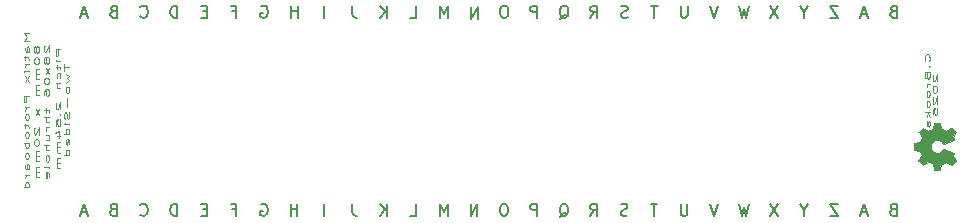
<source format=gbr>
G04 #@! TF.GenerationSoftware,KiCad,Pcbnew,9.0.1*
G04 #@! TF.CreationDate,2025-05-06T23:59:07-04:00*
G04 #@! TF.ProjectId,matrix-protoboard_6x28,6d617472-6978-42d7-9072-6f746f626f61,rev?*
G04 #@! TF.SameCoordinates,Original*
G04 #@! TF.FileFunction,Legend,Bot*
G04 #@! TF.FilePolarity,Positive*
%FSLAX46Y46*%
G04 Gerber Fmt 4.6, Leading zero omitted, Abs format (unit mm)*
G04 Created by KiCad (PCBNEW 9.0.1) date 2025-05-06 23:59:07*
%MOMM*%
%LPD*%
G01*
G04 APERTURE LIST*
%ADD10C,0.150000*%
%ADD11C,0.100000*%
%ADD12C,0.029494*%
G04 APERTURE END LIST*
D10*
X149289904Y-70946819D02*
X149289904Y-69946819D01*
X148718476Y-70946819D02*
X149147047Y-70375390D01*
X148718476Y-69946819D02*
X149289904Y-70518247D01*
X161989904Y-70946819D02*
X161989904Y-69946819D01*
X161989904Y-69946819D02*
X161608952Y-69946819D01*
X161608952Y-69946819D02*
X161513714Y-69994438D01*
X161513714Y-69994438D02*
X161466095Y-70042057D01*
X161466095Y-70042057D02*
X161418476Y-70137295D01*
X161418476Y-70137295D02*
X161418476Y-70280152D01*
X161418476Y-70280152D02*
X161466095Y-70375390D01*
X161466095Y-70375390D02*
X161513714Y-70423009D01*
X161513714Y-70423009D02*
X161608952Y-70470628D01*
X161608952Y-70470628D02*
X161989904Y-70470628D01*
X141683713Y-87716819D02*
X141683713Y-86716819D01*
X141683713Y-87193009D02*
X141112285Y-87193009D01*
X141112285Y-87716819D02*
X141112285Y-86716819D01*
X151248476Y-87716819D02*
X151724666Y-87716819D01*
X151724666Y-87716819D02*
X151724666Y-86716819D01*
X154441332Y-70946819D02*
X154441332Y-69946819D01*
X154441332Y-69946819D02*
X154107999Y-70661104D01*
X154107999Y-70661104D02*
X153774666Y-69946819D01*
X153774666Y-69946819D02*
X153774666Y-70946819D01*
X154431332Y-87716819D02*
X154431332Y-86716819D01*
X154431332Y-86716819D02*
X154097999Y-87431104D01*
X154097999Y-87431104D02*
X153764666Y-86716819D01*
X153764666Y-86716819D02*
X153764666Y-87716819D01*
X156362286Y-70037180D02*
X156362286Y-71037180D01*
X156362286Y-71037180D02*
X156933714Y-70037180D01*
X156933714Y-70037180D02*
X156933714Y-71037180D01*
X138596095Y-86764438D02*
X138691333Y-86716819D01*
X138691333Y-86716819D02*
X138834190Y-86716819D01*
X138834190Y-86716819D02*
X138977047Y-86764438D01*
X138977047Y-86764438D02*
X139072285Y-86859676D01*
X139072285Y-86859676D02*
X139119904Y-86954914D01*
X139119904Y-86954914D02*
X139167523Y-87145390D01*
X139167523Y-87145390D02*
X139167523Y-87288247D01*
X139167523Y-87288247D02*
X139119904Y-87478723D01*
X139119904Y-87478723D02*
X139072285Y-87573961D01*
X139072285Y-87573961D02*
X138977047Y-87669200D01*
X138977047Y-87669200D02*
X138834190Y-87716819D01*
X138834190Y-87716819D02*
X138738952Y-87716819D01*
X138738952Y-87716819D02*
X138596095Y-87669200D01*
X138596095Y-87669200D02*
X138548476Y-87621580D01*
X138548476Y-87621580D02*
X138548476Y-87288247D01*
X138548476Y-87288247D02*
X138738952Y-87288247D01*
X131509904Y-70946819D02*
X131509904Y-69946819D01*
X131509904Y-69946819D02*
X131271809Y-69946819D01*
X131271809Y-69946819D02*
X131128952Y-69994438D01*
X131128952Y-69994438D02*
X131033714Y-70089676D01*
X131033714Y-70089676D02*
X130986095Y-70184914D01*
X130986095Y-70184914D02*
X130938476Y-70375390D01*
X130938476Y-70375390D02*
X130938476Y-70518247D01*
X130938476Y-70518247D02*
X130986095Y-70708723D01*
X130986095Y-70708723D02*
X131033714Y-70803961D01*
X131033714Y-70803961D02*
X131128952Y-70899200D01*
X131128952Y-70899200D02*
X131271809Y-70946819D01*
X131271809Y-70946819D02*
X131509904Y-70946819D01*
X192136571Y-70423009D02*
X191993714Y-70470628D01*
X191993714Y-70470628D02*
X191946095Y-70518247D01*
X191946095Y-70518247D02*
X191898476Y-70613485D01*
X191898476Y-70613485D02*
X191898476Y-70756342D01*
X191898476Y-70756342D02*
X191946095Y-70851580D01*
X191946095Y-70851580D02*
X191993714Y-70899200D01*
X191993714Y-70899200D02*
X192088952Y-70946819D01*
X192088952Y-70946819D02*
X192469904Y-70946819D01*
X192469904Y-70946819D02*
X192469904Y-69946819D01*
X192469904Y-69946819D02*
X192136571Y-69946819D01*
X192136571Y-69946819D02*
X192041333Y-69994438D01*
X192041333Y-69994438D02*
X191993714Y-70042057D01*
X191993714Y-70042057D02*
X191946095Y-70137295D01*
X191946095Y-70137295D02*
X191946095Y-70232533D01*
X191946095Y-70232533D02*
X191993714Y-70327771D01*
X191993714Y-70327771D02*
X192041333Y-70375390D01*
X192041333Y-70375390D02*
X192136571Y-70423009D01*
X192136571Y-70423009D02*
X192469904Y-70423009D01*
X138606095Y-69994438D02*
X138701333Y-69946819D01*
X138701333Y-69946819D02*
X138844190Y-69946819D01*
X138844190Y-69946819D02*
X138987047Y-69994438D01*
X138987047Y-69994438D02*
X139082285Y-70089676D01*
X139082285Y-70089676D02*
X139129904Y-70184914D01*
X139129904Y-70184914D02*
X139177523Y-70375390D01*
X139177523Y-70375390D02*
X139177523Y-70518247D01*
X139177523Y-70518247D02*
X139129904Y-70708723D01*
X139129904Y-70708723D02*
X139082285Y-70803961D01*
X139082285Y-70803961D02*
X138987047Y-70899200D01*
X138987047Y-70899200D02*
X138844190Y-70946819D01*
X138844190Y-70946819D02*
X138748952Y-70946819D01*
X138748952Y-70946819D02*
X138606095Y-70899200D01*
X138606095Y-70899200D02*
X138558476Y-70851580D01*
X138558476Y-70851580D02*
X138558476Y-70518247D01*
X138558476Y-70518247D02*
X138748952Y-70518247D01*
X123856094Y-87431104D02*
X123379904Y-87431104D01*
X123951332Y-87716819D02*
X123617999Y-86716819D01*
X123617999Y-86716819D02*
X123284666Y-87716819D01*
X179936570Y-69946819D02*
X179698475Y-70946819D01*
X179698475Y-70946819D02*
X179507999Y-70232533D01*
X179507999Y-70232533D02*
X179317523Y-70946819D01*
X179317523Y-70946819D02*
X179079428Y-69946819D01*
X182371332Y-86716819D02*
X181704666Y-87716819D01*
X181704666Y-86716819D02*
X182371332Y-87716819D01*
X136175142Y-87193009D02*
X136508475Y-87193009D01*
X136508475Y-87716819D02*
X136508475Y-86716819D01*
X136508475Y-86716819D02*
X136032285Y-86716819D01*
X192126571Y-87193009D02*
X191983714Y-87240628D01*
X191983714Y-87240628D02*
X191936095Y-87288247D01*
X191936095Y-87288247D02*
X191888476Y-87383485D01*
X191888476Y-87383485D02*
X191888476Y-87526342D01*
X191888476Y-87526342D02*
X191936095Y-87621580D01*
X191936095Y-87621580D02*
X191983714Y-87669200D01*
X191983714Y-87669200D02*
X192078952Y-87716819D01*
X192078952Y-87716819D02*
X192459904Y-87716819D01*
X192459904Y-87716819D02*
X192459904Y-86716819D01*
X192459904Y-86716819D02*
X192126571Y-86716819D01*
X192126571Y-86716819D02*
X192031333Y-86764438D01*
X192031333Y-86764438D02*
X191983714Y-86812057D01*
X191983714Y-86812057D02*
X191936095Y-86907295D01*
X191936095Y-86907295D02*
X191936095Y-87002533D01*
X191936095Y-87002533D02*
X191983714Y-87097771D01*
X191983714Y-87097771D02*
X192031333Y-87145390D01*
X192031333Y-87145390D02*
X192126571Y-87193009D01*
X192126571Y-87193009D02*
X192459904Y-87193009D01*
X184577999Y-87240628D02*
X184577999Y-87716819D01*
X184911332Y-86716819D02*
X184577999Y-87240628D01*
X184577999Y-87240628D02*
X184244666Y-86716819D01*
X177301332Y-69946819D02*
X176967999Y-70946819D01*
X176967999Y-70946819D02*
X176634666Y-69946819D01*
D11*
X120277942Y-73324761D02*
X120258895Y-73372380D01*
X120258895Y-73372380D02*
X120239847Y-73467618D01*
X120239847Y-73467618D02*
X120239847Y-73705713D01*
X120239847Y-73705713D02*
X120258895Y-73800951D01*
X120258895Y-73800951D02*
X120277942Y-73848570D01*
X120277942Y-73848570D02*
X120316038Y-73896189D01*
X120316038Y-73896189D02*
X120354133Y-73896189D01*
X120354133Y-73896189D02*
X120411276Y-73848570D01*
X120411276Y-73848570D02*
X120639847Y-73277142D01*
X120639847Y-73277142D02*
X120639847Y-73896189D01*
X120411276Y-74467618D02*
X120392228Y-74372380D01*
X120392228Y-74372380D02*
X120373180Y-74324761D01*
X120373180Y-74324761D02*
X120335085Y-74277142D01*
X120335085Y-74277142D02*
X120316038Y-74277142D01*
X120316038Y-74277142D02*
X120277942Y-74324761D01*
X120277942Y-74324761D02*
X120258895Y-74372380D01*
X120258895Y-74372380D02*
X120239847Y-74467618D01*
X120239847Y-74467618D02*
X120239847Y-74658094D01*
X120239847Y-74658094D02*
X120258895Y-74753332D01*
X120258895Y-74753332D02*
X120277942Y-74800951D01*
X120277942Y-74800951D02*
X120316038Y-74848570D01*
X120316038Y-74848570D02*
X120335085Y-74848570D01*
X120335085Y-74848570D02*
X120373180Y-74800951D01*
X120373180Y-74800951D02*
X120392228Y-74753332D01*
X120392228Y-74753332D02*
X120411276Y-74658094D01*
X120411276Y-74658094D02*
X120411276Y-74467618D01*
X120411276Y-74467618D02*
X120430323Y-74372380D01*
X120430323Y-74372380D02*
X120449371Y-74324761D01*
X120449371Y-74324761D02*
X120487466Y-74277142D01*
X120487466Y-74277142D02*
X120563657Y-74277142D01*
X120563657Y-74277142D02*
X120601752Y-74324761D01*
X120601752Y-74324761D02*
X120620800Y-74372380D01*
X120620800Y-74372380D02*
X120639847Y-74467618D01*
X120639847Y-74467618D02*
X120639847Y-74658094D01*
X120639847Y-74658094D02*
X120620800Y-74753332D01*
X120620800Y-74753332D02*
X120601752Y-74800951D01*
X120601752Y-74800951D02*
X120563657Y-74848570D01*
X120563657Y-74848570D02*
X120487466Y-74848570D01*
X120487466Y-74848570D02*
X120449371Y-74800951D01*
X120449371Y-74800951D02*
X120430323Y-74753332D01*
X120430323Y-74753332D02*
X120411276Y-74658094D01*
X120639847Y-75181904D02*
X120373180Y-75705713D01*
X120373180Y-75181904D02*
X120639847Y-75705713D01*
X120239847Y-76277142D02*
X120239847Y-76372380D01*
X120239847Y-76372380D02*
X120258895Y-76467618D01*
X120258895Y-76467618D02*
X120277942Y-76515237D01*
X120277942Y-76515237D02*
X120316038Y-76562856D01*
X120316038Y-76562856D02*
X120392228Y-76610475D01*
X120392228Y-76610475D02*
X120487466Y-76610475D01*
X120487466Y-76610475D02*
X120563657Y-76562856D01*
X120563657Y-76562856D02*
X120601752Y-76515237D01*
X120601752Y-76515237D02*
X120620800Y-76467618D01*
X120620800Y-76467618D02*
X120639847Y-76372380D01*
X120639847Y-76372380D02*
X120639847Y-76277142D01*
X120639847Y-76277142D02*
X120620800Y-76181904D01*
X120620800Y-76181904D02*
X120601752Y-76134285D01*
X120601752Y-76134285D02*
X120563657Y-76086666D01*
X120563657Y-76086666D02*
X120487466Y-76039047D01*
X120487466Y-76039047D02*
X120392228Y-76039047D01*
X120392228Y-76039047D02*
X120316038Y-76086666D01*
X120316038Y-76086666D02*
X120277942Y-76134285D01*
X120277942Y-76134285D02*
X120258895Y-76181904D01*
X120258895Y-76181904D02*
X120239847Y-76277142D01*
X120239847Y-77467618D02*
X120239847Y-77277142D01*
X120239847Y-77277142D02*
X120258895Y-77181904D01*
X120258895Y-77181904D02*
X120277942Y-77134285D01*
X120277942Y-77134285D02*
X120335085Y-77039047D01*
X120335085Y-77039047D02*
X120411276Y-76991428D01*
X120411276Y-76991428D02*
X120563657Y-76991428D01*
X120563657Y-76991428D02*
X120601752Y-77039047D01*
X120601752Y-77039047D02*
X120620800Y-77086666D01*
X120620800Y-77086666D02*
X120639847Y-77181904D01*
X120639847Y-77181904D02*
X120639847Y-77372380D01*
X120639847Y-77372380D02*
X120620800Y-77467618D01*
X120620800Y-77467618D02*
X120601752Y-77515237D01*
X120601752Y-77515237D02*
X120563657Y-77562856D01*
X120563657Y-77562856D02*
X120468419Y-77562856D01*
X120468419Y-77562856D02*
X120430323Y-77515237D01*
X120430323Y-77515237D02*
X120411276Y-77467618D01*
X120411276Y-77467618D02*
X120392228Y-77372380D01*
X120392228Y-77372380D02*
X120392228Y-77181904D01*
X120392228Y-77181904D02*
X120411276Y-77086666D01*
X120411276Y-77086666D02*
X120430323Y-77039047D01*
X120430323Y-77039047D02*
X120468419Y-76991428D01*
X120373180Y-78610476D02*
X120373180Y-78991428D01*
X120239847Y-78753333D02*
X120582704Y-78753333D01*
X120582704Y-78753333D02*
X120620800Y-78800952D01*
X120620800Y-78800952D02*
X120639847Y-78896190D01*
X120639847Y-78896190D02*
X120639847Y-78991428D01*
X120639847Y-79324762D02*
X120239847Y-79324762D01*
X120639847Y-79753333D02*
X120430323Y-79753333D01*
X120430323Y-79753333D02*
X120392228Y-79705714D01*
X120392228Y-79705714D02*
X120373180Y-79610476D01*
X120373180Y-79610476D02*
X120373180Y-79467619D01*
X120373180Y-79467619D02*
X120392228Y-79372381D01*
X120392228Y-79372381D02*
X120411276Y-79324762D01*
X120639847Y-80229524D02*
X120373180Y-80229524D01*
X120449371Y-80229524D02*
X120411276Y-80277143D01*
X120411276Y-80277143D02*
X120392228Y-80324762D01*
X120392228Y-80324762D02*
X120373180Y-80420000D01*
X120373180Y-80420000D02*
X120373180Y-80515238D01*
X120373180Y-81277143D02*
X120639847Y-81277143D01*
X120373180Y-80848572D02*
X120582704Y-80848572D01*
X120582704Y-80848572D02*
X120620800Y-80896191D01*
X120620800Y-80896191D02*
X120639847Y-80991429D01*
X120639847Y-80991429D02*
X120639847Y-81134286D01*
X120639847Y-81134286D02*
X120620800Y-81229524D01*
X120620800Y-81229524D02*
X120601752Y-81277143D01*
X120639847Y-81753334D02*
X120239847Y-81753334D01*
X120639847Y-82181905D02*
X120430323Y-82181905D01*
X120430323Y-82181905D02*
X120392228Y-82134286D01*
X120392228Y-82134286D02*
X120373180Y-82039048D01*
X120373180Y-82039048D02*
X120373180Y-81896191D01*
X120373180Y-81896191D02*
X120392228Y-81800953D01*
X120392228Y-81800953D02*
X120411276Y-81753334D01*
X120639847Y-82800953D02*
X120620800Y-82705715D01*
X120620800Y-82705715D02*
X120601752Y-82658096D01*
X120601752Y-82658096D02*
X120563657Y-82610477D01*
X120563657Y-82610477D02*
X120449371Y-82610477D01*
X120449371Y-82610477D02*
X120411276Y-82658096D01*
X120411276Y-82658096D02*
X120392228Y-82705715D01*
X120392228Y-82705715D02*
X120373180Y-82800953D01*
X120373180Y-82800953D02*
X120373180Y-82943810D01*
X120373180Y-82943810D02*
X120392228Y-83039048D01*
X120392228Y-83039048D02*
X120411276Y-83086667D01*
X120411276Y-83086667D02*
X120449371Y-83134286D01*
X120449371Y-83134286D02*
X120563657Y-83134286D01*
X120563657Y-83134286D02*
X120601752Y-83086667D01*
X120601752Y-83086667D02*
X120620800Y-83039048D01*
X120620800Y-83039048D02*
X120639847Y-82943810D01*
X120639847Y-82943810D02*
X120639847Y-82800953D01*
X120639847Y-83705715D02*
X120620800Y-83610477D01*
X120620800Y-83610477D02*
X120582704Y-83562858D01*
X120582704Y-83562858D02*
X120239847Y-83562858D01*
X120620800Y-84467620D02*
X120639847Y-84372382D01*
X120639847Y-84372382D02*
X120639847Y-84181906D01*
X120639847Y-84181906D02*
X120620800Y-84086668D01*
X120620800Y-84086668D02*
X120582704Y-84039049D01*
X120582704Y-84039049D02*
X120430323Y-84039049D01*
X120430323Y-84039049D02*
X120392228Y-84086668D01*
X120392228Y-84086668D02*
X120373180Y-84181906D01*
X120373180Y-84181906D02*
X120373180Y-84372382D01*
X120373180Y-84372382D02*
X120392228Y-84467620D01*
X120392228Y-84467620D02*
X120430323Y-84515239D01*
X120430323Y-84515239D02*
X120468419Y-84515239D01*
X120468419Y-84515239D02*
X120506514Y-84039049D01*
D10*
X187451332Y-86716819D02*
X186784666Y-86716819D01*
X186784666Y-86716819D02*
X187451332Y-87716819D01*
X187451332Y-87716819D02*
X186784666Y-87716819D01*
X134002285Y-70423009D02*
X133668952Y-70423009D01*
X133526095Y-70946819D02*
X134002285Y-70946819D01*
X134002285Y-70946819D02*
X134002285Y-69946819D01*
X134002285Y-69946819D02*
X133526095Y-69946819D01*
X174713713Y-69946819D02*
X174713713Y-70756342D01*
X174713713Y-70756342D02*
X174666094Y-70851580D01*
X174666094Y-70851580D02*
X174618475Y-70899200D01*
X174618475Y-70899200D02*
X174523237Y-70946819D01*
X174523237Y-70946819D02*
X174332761Y-70946819D01*
X174332761Y-70946819D02*
X174237523Y-70899200D01*
X174237523Y-70899200D02*
X174189904Y-70851580D01*
X174189904Y-70851580D02*
X174142285Y-70756342D01*
X174142285Y-70756342D02*
X174142285Y-69946819D01*
X143937999Y-87716819D02*
X143937999Y-86716819D01*
X149279904Y-87716819D02*
X149279904Y-86716819D01*
X148708476Y-87716819D02*
X149137047Y-87145390D01*
X148708476Y-86716819D02*
X149279904Y-87288247D01*
X126086571Y-87193009D02*
X125943714Y-87240628D01*
X125943714Y-87240628D02*
X125896095Y-87288247D01*
X125896095Y-87288247D02*
X125848476Y-87383485D01*
X125848476Y-87383485D02*
X125848476Y-87526342D01*
X125848476Y-87526342D02*
X125896095Y-87621580D01*
X125896095Y-87621580D02*
X125943714Y-87669200D01*
X125943714Y-87669200D02*
X126038952Y-87716819D01*
X126038952Y-87716819D02*
X126419904Y-87716819D01*
X126419904Y-87716819D02*
X126419904Y-86716819D01*
X126419904Y-86716819D02*
X126086571Y-86716819D01*
X126086571Y-86716819D02*
X125991333Y-86764438D01*
X125991333Y-86764438D02*
X125943714Y-86812057D01*
X125943714Y-86812057D02*
X125896095Y-86907295D01*
X125896095Y-86907295D02*
X125896095Y-87002533D01*
X125896095Y-87002533D02*
X125943714Y-87097771D01*
X125943714Y-87097771D02*
X125991333Y-87145390D01*
X125991333Y-87145390D02*
X126086571Y-87193009D01*
X126086571Y-87193009D02*
X126419904Y-87193009D01*
X128388476Y-87621580D02*
X128436095Y-87669200D01*
X128436095Y-87669200D02*
X128578952Y-87716819D01*
X128578952Y-87716819D02*
X128674190Y-87716819D01*
X128674190Y-87716819D02*
X128817047Y-87669200D01*
X128817047Y-87669200D02*
X128912285Y-87573961D01*
X128912285Y-87573961D02*
X128959904Y-87478723D01*
X128959904Y-87478723D02*
X129007523Y-87288247D01*
X129007523Y-87288247D02*
X129007523Y-87145390D01*
X129007523Y-87145390D02*
X128959904Y-86954914D01*
X128959904Y-86954914D02*
X128912285Y-86859676D01*
X128912285Y-86859676D02*
X128817047Y-86764438D01*
X128817047Y-86764438D02*
X128674190Y-86716819D01*
X128674190Y-86716819D02*
X128578952Y-86716819D01*
X128578952Y-86716819D02*
X128436095Y-86764438D01*
X128436095Y-86764438D02*
X128388476Y-86812057D01*
X123866094Y-70661104D02*
X123389904Y-70661104D01*
X123961332Y-70946819D02*
X123627999Y-69946819D01*
X123627999Y-69946819D02*
X123294666Y-70946819D01*
X161979904Y-87716819D02*
X161979904Y-86716819D01*
X161979904Y-86716819D02*
X161598952Y-86716819D01*
X161598952Y-86716819D02*
X161503714Y-86764438D01*
X161503714Y-86764438D02*
X161456095Y-86812057D01*
X161456095Y-86812057D02*
X161408476Y-86907295D01*
X161408476Y-86907295D02*
X161408476Y-87050152D01*
X161408476Y-87050152D02*
X161456095Y-87145390D01*
X161456095Y-87145390D02*
X161503714Y-87193009D01*
X161503714Y-87193009D02*
X161598952Y-87240628D01*
X161598952Y-87240628D02*
X161979904Y-87240628D01*
X136185142Y-70423009D02*
X136518475Y-70423009D01*
X136518475Y-70946819D02*
X136518475Y-69946819D01*
X136518475Y-69946819D02*
X136042285Y-69946819D01*
X166498476Y-70946819D02*
X166831809Y-70470628D01*
X167069904Y-70946819D02*
X167069904Y-69946819D01*
X167069904Y-69946819D02*
X166688952Y-69946819D01*
X166688952Y-69946819D02*
X166593714Y-69994438D01*
X166593714Y-69994438D02*
X166546095Y-70042057D01*
X166546095Y-70042057D02*
X166498476Y-70137295D01*
X166498476Y-70137295D02*
X166498476Y-70280152D01*
X166498476Y-70280152D02*
X166546095Y-70375390D01*
X166546095Y-70375390D02*
X166593714Y-70423009D01*
X166593714Y-70423009D02*
X166688952Y-70470628D01*
X166688952Y-70470628D02*
X167069904Y-70470628D01*
X163877047Y-87812057D02*
X163972285Y-87764438D01*
X163972285Y-87764438D02*
X164067523Y-87669200D01*
X164067523Y-87669200D02*
X164210380Y-87526342D01*
X164210380Y-87526342D02*
X164305618Y-87478723D01*
X164305618Y-87478723D02*
X164400856Y-87478723D01*
X164353237Y-87716819D02*
X164448475Y-87669200D01*
X164448475Y-87669200D02*
X164543713Y-87573961D01*
X164543713Y-87573961D02*
X164591332Y-87383485D01*
X164591332Y-87383485D02*
X164591332Y-87050152D01*
X164591332Y-87050152D02*
X164543713Y-86859676D01*
X164543713Y-86859676D02*
X164448475Y-86764438D01*
X164448475Y-86764438D02*
X164353237Y-86716819D01*
X164353237Y-86716819D02*
X164162761Y-86716819D01*
X164162761Y-86716819D02*
X164067523Y-86764438D01*
X164067523Y-86764438D02*
X163972285Y-86859676D01*
X163972285Y-86859676D02*
X163924666Y-87050152D01*
X163924666Y-87050152D02*
X163924666Y-87383485D01*
X163924666Y-87383485D02*
X163972285Y-87573961D01*
X163972285Y-87573961D02*
X164067523Y-87669200D01*
X164067523Y-87669200D02*
X164162761Y-87716819D01*
X164162761Y-87716819D02*
X164353237Y-87716819D01*
X184587999Y-70470628D02*
X184587999Y-70946819D01*
X184921332Y-69946819D02*
X184587999Y-70470628D01*
X184587999Y-70470628D02*
X184254666Y-69946819D01*
X177291332Y-86716819D02*
X176957999Y-87716819D01*
X176957999Y-87716819D02*
X176624666Y-86716819D01*
D11*
X119561276Y-73562857D02*
X119542228Y-73467619D01*
X119542228Y-73467619D02*
X119523180Y-73420000D01*
X119523180Y-73420000D02*
X119485085Y-73372381D01*
X119485085Y-73372381D02*
X119466038Y-73372381D01*
X119466038Y-73372381D02*
X119427942Y-73420000D01*
X119427942Y-73420000D02*
X119408895Y-73467619D01*
X119408895Y-73467619D02*
X119389847Y-73562857D01*
X119389847Y-73562857D02*
X119389847Y-73753333D01*
X119389847Y-73753333D02*
X119408895Y-73848571D01*
X119408895Y-73848571D02*
X119427942Y-73896190D01*
X119427942Y-73896190D02*
X119466038Y-73943809D01*
X119466038Y-73943809D02*
X119485085Y-73943809D01*
X119485085Y-73943809D02*
X119523180Y-73896190D01*
X119523180Y-73896190D02*
X119542228Y-73848571D01*
X119542228Y-73848571D02*
X119561276Y-73753333D01*
X119561276Y-73753333D02*
X119561276Y-73562857D01*
X119561276Y-73562857D02*
X119580323Y-73467619D01*
X119580323Y-73467619D02*
X119599371Y-73420000D01*
X119599371Y-73420000D02*
X119637466Y-73372381D01*
X119637466Y-73372381D02*
X119713657Y-73372381D01*
X119713657Y-73372381D02*
X119751752Y-73420000D01*
X119751752Y-73420000D02*
X119770800Y-73467619D01*
X119770800Y-73467619D02*
X119789847Y-73562857D01*
X119789847Y-73562857D02*
X119789847Y-73753333D01*
X119789847Y-73753333D02*
X119770800Y-73848571D01*
X119770800Y-73848571D02*
X119751752Y-73896190D01*
X119751752Y-73896190D02*
X119713657Y-73943809D01*
X119713657Y-73943809D02*
X119637466Y-73943809D01*
X119637466Y-73943809D02*
X119599371Y-73896190D01*
X119599371Y-73896190D02*
X119580323Y-73848571D01*
X119580323Y-73848571D02*
X119561276Y-73753333D01*
X119389847Y-74562857D02*
X119389847Y-74658095D01*
X119389847Y-74658095D02*
X119408895Y-74753333D01*
X119408895Y-74753333D02*
X119427942Y-74800952D01*
X119427942Y-74800952D02*
X119466038Y-74848571D01*
X119466038Y-74848571D02*
X119542228Y-74896190D01*
X119542228Y-74896190D02*
X119637466Y-74896190D01*
X119637466Y-74896190D02*
X119713657Y-74848571D01*
X119713657Y-74848571D02*
X119751752Y-74800952D01*
X119751752Y-74800952D02*
X119770800Y-74753333D01*
X119770800Y-74753333D02*
X119789847Y-74658095D01*
X119789847Y-74658095D02*
X119789847Y-74562857D01*
X119789847Y-74562857D02*
X119770800Y-74467619D01*
X119770800Y-74467619D02*
X119751752Y-74420000D01*
X119751752Y-74420000D02*
X119713657Y-74372381D01*
X119713657Y-74372381D02*
X119637466Y-74324762D01*
X119637466Y-74324762D02*
X119542228Y-74324762D01*
X119542228Y-74324762D02*
X119466038Y-74372381D01*
X119466038Y-74372381D02*
X119427942Y-74420000D01*
X119427942Y-74420000D02*
X119408895Y-74467619D01*
X119408895Y-74467619D02*
X119389847Y-74562857D01*
X119789847Y-75324762D02*
X119523180Y-75324762D01*
X119561276Y-75324762D02*
X119542228Y-75372381D01*
X119542228Y-75372381D02*
X119523180Y-75467619D01*
X119523180Y-75467619D02*
X119523180Y-75610476D01*
X119523180Y-75610476D02*
X119542228Y-75705714D01*
X119542228Y-75705714D02*
X119580323Y-75753333D01*
X119580323Y-75753333D02*
X119789847Y-75753333D01*
X119580323Y-75753333D02*
X119542228Y-75800952D01*
X119542228Y-75800952D02*
X119523180Y-75896190D01*
X119523180Y-75896190D02*
X119523180Y-76039047D01*
X119523180Y-76039047D02*
X119542228Y-76134286D01*
X119542228Y-76134286D02*
X119580323Y-76181905D01*
X119580323Y-76181905D02*
X119789847Y-76181905D01*
X119789847Y-76658095D02*
X119523180Y-76658095D01*
X119561276Y-76658095D02*
X119542228Y-76705714D01*
X119542228Y-76705714D02*
X119523180Y-76800952D01*
X119523180Y-76800952D02*
X119523180Y-76943809D01*
X119523180Y-76943809D02*
X119542228Y-77039047D01*
X119542228Y-77039047D02*
X119580323Y-77086666D01*
X119580323Y-77086666D02*
X119789847Y-77086666D01*
X119580323Y-77086666D02*
X119542228Y-77134285D01*
X119542228Y-77134285D02*
X119523180Y-77229523D01*
X119523180Y-77229523D02*
X119523180Y-77372380D01*
X119523180Y-77372380D02*
X119542228Y-77467619D01*
X119542228Y-77467619D02*
X119580323Y-77515238D01*
X119580323Y-77515238D02*
X119789847Y-77515238D01*
X119789847Y-78658095D02*
X119523180Y-79181904D01*
X119523180Y-78658095D02*
X119789847Y-79181904D01*
X119427942Y-80277143D02*
X119408895Y-80324762D01*
X119408895Y-80324762D02*
X119389847Y-80420000D01*
X119389847Y-80420000D02*
X119389847Y-80658095D01*
X119389847Y-80658095D02*
X119408895Y-80753333D01*
X119408895Y-80753333D02*
X119427942Y-80800952D01*
X119427942Y-80800952D02*
X119466038Y-80848571D01*
X119466038Y-80848571D02*
X119504133Y-80848571D01*
X119504133Y-80848571D02*
X119561276Y-80800952D01*
X119561276Y-80800952D02*
X119789847Y-80229524D01*
X119789847Y-80229524D02*
X119789847Y-80848571D01*
X119389847Y-81467619D02*
X119389847Y-81562857D01*
X119389847Y-81562857D02*
X119408895Y-81658095D01*
X119408895Y-81658095D02*
X119427942Y-81705714D01*
X119427942Y-81705714D02*
X119466038Y-81753333D01*
X119466038Y-81753333D02*
X119542228Y-81800952D01*
X119542228Y-81800952D02*
X119637466Y-81800952D01*
X119637466Y-81800952D02*
X119713657Y-81753333D01*
X119713657Y-81753333D02*
X119751752Y-81705714D01*
X119751752Y-81705714D02*
X119770800Y-81658095D01*
X119770800Y-81658095D02*
X119789847Y-81562857D01*
X119789847Y-81562857D02*
X119789847Y-81467619D01*
X119789847Y-81467619D02*
X119770800Y-81372381D01*
X119770800Y-81372381D02*
X119751752Y-81324762D01*
X119751752Y-81324762D02*
X119713657Y-81277143D01*
X119713657Y-81277143D02*
X119637466Y-81229524D01*
X119637466Y-81229524D02*
X119542228Y-81229524D01*
X119542228Y-81229524D02*
X119466038Y-81277143D01*
X119466038Y-81277143D02*
X119427942Y-81324762D01*
X119427942Y-81324762D02*
X119408895Y-81372381D01*
X119408895Y-81372381D02*
X119389847Y-81467619D01*
X119789847Y-82229524D02*
X119523180Y-82229524D01*
X119561276Y-82229524D02*
X119542228Y-82277143D01*
X119542228Y-82277143D02*
X119523180Y-82372381D01*
X119523180Y-82372381D02*
X119523180Y-82515238D01*
X119523180Y-82515238D02*
X119542228Y-82610476D01*
X119542228Y-82610476D02*
X119580323Y-82658095D01*
X119580323Y-82658095D02*
X119789847Y-82658095D01*
X119580323Y-82658095D02*
X119542228Y-82705714D01*
X119542228Y-82705714D02*
X119523180Y-82800952D01*
X119523180Y-82800952D02*
X119523180Y-82943809D01*
X119523180Y-82943809D02*
X119542228Y-83039048D01*
X119542228Y-83039048D02*
X119580323Y-83086667D01*
X119580323Y-83086667D02*
X119789847Y-83086667D01*
X119789847Y-83562857D02*
X119523180Y-83562857D01*
X119561276Y-83562857D02*
X119542228Y-83610476D01*
X119542228Y-83610476D02*
X119523180Y-83705714D01*
X119523180Y-83705714D02*
X119523180Y-83848571D01*
X119523180Y-83848571D02*
X119542228Y-83943809D01*
X119542228Y-83943809D02*
X119580323Y-83991428D01*
X119580323Y-83991428D02*
X119789847Y-83991428D01*
X119580323Y-83991428D02*
X119542228Y-84039047D01*
X119542228Y-84039047D02*
X119523180Y-84134285D01*
X119523180Y-84134285D02*
X119523180Y-84277142D01*
X119523180Y-84277142D02*
X119542228Y-84372381D01*
X119542228Y-84372381D02*
X119580323Y-84420000D01*
X119580323Y-84420000D02*
X119789847Y-84420000D01*
D10*
X169623713Y-87669200D02*
X169480856Y-87716819D01*
X169480856Y-87716819D02*
X169242761Y-87716819D01*
X169242761Y-87716819D02*
X169147523Y-87669200D01*
X169147523Y-87669200D02*
X169099904Y-87621580D01*
X169099904Y-87621580D02*
X169052285Y-87526342D01*
X169052285Y-87526342D02*
X169052285Y-87431104D01*
X169052285Y-87431104D02*
X169099904Y-87335866D01*
X169099904Y-87335866D02*
X169147523Y-87288247D01*
X169147523Y-87288247D02*
X169242761Y-87240628D01*
X169242761Y-87240628D02*
X169433237Y-87193009D01*
X169433237Y-87193009D02*
X169528475Y-87145390D01*
X169528475Y-87145390D02*
X169576094Y-87097771D01*
X169576094Y-87097771D02*
X169623713Y-87002533D01*
X169623713Y-87002533D02*
X169623713Y-86907295D01*
X169623713Y-86907295D02*
X169576094Y-86812057D01*
X169576094Y-86812057D02*
X169528475Y-86764438D01*
X169528475Y-86764438D02*
X169433237Y-86716819D01*
X169433237Y-86716819D02*
X169195142Y-86716819D01*
X169195142Y-86716819D02*
X169052285Y-86764438D01*
D11*
X118929847Y-72266189D02*
X118529847Y-72266189D01*
X118529847Y-72266189D02*
X118815561Y-72599522D01*
X118815561Y-72599522D02*
X118529847Y-72932855D01*
X118529847Y-72932855D02*
X118929847Y-72932855D01*
X118929847Y-73837617D02*
X118720323Y-73837617D01*
X118720323Y-73837617D02*
X118682228Y-73789998D01*
X118682228Y-73789998D02*
X118663180Y-73694760D01*
X118663180Y-73694760D02*
X118663180Y-73504284D01*
X118663180Y-73504284D02*
X118682228Y-73409046D01*
X118910800Y-73837617D02*
X118929847Y-73742379D01*
X118929847Y-73742379D02*
X118929847Y-73504284D01*
X118929847Y-73504284D02*
X118910800Y-73409046D01*
X118910800Y-73409046D02*
X118872704Y-73361427D01*
X118872704Y-73361427D02*
X118834609Y-73361427D01*
X118834609Y-73361427D02*
X118796514Y-73409046D01*
X118796514Y-73409046D02*
X118777466Y-73504284D01*
X118777466Y-73504284D02*
X118777466Y-73742379D01*
X118777466Y-73742379D02*
X118758419Y-73837617D01*
X118663180Y-74170951D02*
X118663180Y-74551903D01*
X118529847Y-74313808D02*
X118872704Y-74313808D01*
X118872704Y-74313808D02*
X118910800Y-74361427D01*
X118910800Y-74361427D02*
X118929847Y-74456665D01*
X118929847Y-74456665D02*
X118929847Y-74551903D01*
X118929847Y-74885237D02*
X118663180Y-74885237D01*
X118739371Y-74885237D02*
X118701276Y-74932856D01*
X118701276Y-74932856D02*
X118682228Y-74980475D01*
X118682228Y-74980475D02*
X118663180Y-75075713D01*
X118663180Y-75075713D02*
X118663180Y-75170951D01*
X118929847Y-75504285D02*
X118663180Y-75504285D01*
X118529847Y-75504285D02*
X118548895Y-75456666D01*
X118548895Y-75456666D02*
X118567942Y-75504285D01*
X118567942Y-75504285D02*
X118548895Y-75551904D01*
X118548895Y-75551904D02*
X118529847Y-75504285D01*
X118529847Y-75504285D02*
X118567942Y-75504285D01*
X118929847Y-75885237D02*
X118663180Y-76409046D01*
X118663180Y-75885237D02*
X118929847Y-76409046D01*
X118929847Y-77551904D02*
X118529847Y-77551904D01*
X118529847Y-77551904D02*
X118529847Y-77932856D01*
X118529847Y-77932856D02*
X118548895Y-78028094D01*
X118548895Y-78028094D02*
X118567942Y-78075713D01*
X118567942Y-78075713D02*
X118606038Y-78123332D01*
X118606038Y-78123332D02*
X118663180Y-78123332D01*
X118663180Y-78123332D02*
X118701276Y-78075713D01*
X118701276Y-78075713D02*
X118720323Y-78028094D01*
X118720323Y-78028094D02*
X118739371Y-77932856D01*
X118739371Y-77932856D02*
X118739371Y-77551904D01*
X118929847Y-78551904D02*
X118663180Y-78551904D01*
X118739371Y-78551904D02*
X118701276Y-78599523D01*
X118701276Y-78599523D02*
X118682228Y-78647142D01*
X118682228Y-78647142D02*
X118663180Y-78742380D01*
X118663180Y-78742380D02*
X118663180Y-78837618D01*
X118929847Y-79313809D02*
X118910800Y-79218571D01*
X118910800Y-79218571D02*
X118891752Y-79170952D01*
X118891752Y-79170952D02*
X118853657Y-79123333D01*
X118853657Y-79123333D02*
X118739371Y-79123333D01*
X118739371Y-79123333D02*
X118701276Y-79170952D01*
X118701276Y-79170952D02*
X118682228Y-79218571D01*
X118682228Y-79218571D02*
X118663180Y-79313809D01*
X118663180Y-79313809D02*
X118663180Y-79456666D01*
X118663180Y-79456666D02*
X118682228Y-79551904D01*
X118682228Y-79551904D02*
X118701276Y-79599523D01*
X118701276Y-79599523D02*
X118739371Y-79647142D01*
X118739371Y-79647142D02*
X118853657Y-79647142D01*
X118853657Y-79647142D02*
X118891752Y-79599523D01*
X118891752Y-79599523D02*
X118910800Y-79551904D01*
X118910800Y-79551904D02*
X118929847Y-79456666D01*
X118929847Y-79456666D02*
X118929847Y-79313809D01*
X118663180Y-79932857D02*
X118663180Y-80313809D01*
X118529847Y-80075714D02*
X118872704Y-80075714D01*
X118872704Y-80075714D02*
X118910800Y-80123333D01*
X118910800Y-80123333D02*
X118929847Y-80218571D01*
X118929847Y-80218571D02*
X118929847Y-80313809D01*
X118929847Y-80790000D02*
X118910800Y-80694762D01*
X118910800Y-80694762D02*
X118891752Y-80647143D01*
X118891752Y-80647143D02*
X118853657Y-80599524D01*
X118853657Y-80599524D02*
X118739371Y-80599524D01*
X118739371Y-80599524D02*
X118701276Y-80647143D01*
X118701276Y-80647143D02*
X118682228Y-80694762D01*
X118682228Y-80694762D02*
X118663180Y-80790000D01*
X118663180Y-80790000D02*
X118663180Y-80932857D01*
X118663180Y-80932857D02*
X118682228Y-81028095D01*
X118682228Y-81028095D02*
X118701276Y-81075714D01*
X118701276Y-81075714D02*
X118739371Y-81123333D01*
X118739371Y-81123333D02*
X118853657Y-81123333D01*
X118853657Y-81123333D02*
X118891752Y-81075714D01*
X118891752Y-81075714D02*
X118910800Y-81028095D01*
X118910800Y-81028095D02*
X118929847Y-80932857D01*
X118929847Y-80932857D02*
X118929847Y-80790000D01*
X118929847Y-81551905D02*
X118529847Y-81551905D01*
X118682228Y-81551905D02*
X118663180Y-81647143D01*
X118663180Y-81647143D02*
X118663180Y-81837619D01*
X118663180Y-81837619D02*
X118682228Y-81932857D01*
X118682228Y-81932857D02*
X118701276Y-81980476D01*
X118701276Y-81980476D02*
X118739371Y-82028095D01*
X118739371Y-82028095D02*
X118853657Y-82028095D01*
X118853657Y-82028095D02*
X118891752Y-81980476D01*
X118891752Y-81980476D02*
X118910800Y-81932857D01*
X118910800Y-81932857D02*
X118929847Y-81837619D01*
X118929847Y-81837619D02*
X118929847Y-81647143D01*
X118929847Y-81647143D02*
X118910800Y-81551905D01*
X118929847Y-82599524D02*
X118910800Y-82504286D01*
X118910800Y-82504286D02*
X118891752Y-82456667D01*
X118891752Y-82456667D02*
X118853657Y-82409048D01*
X118853657Y-82409048D02*
X118739371Y-82409048D01*
X118739371Y-82409048D02*
X118701276Y-82456667D01*
X118701276Y-82456667D02*
X118682228Y-82504286D01*
X118682228Y-82504286D02*
X118663180Y-82599524D01*
X118663180Y-82599524D02*
X118663180Y-82742381D01*
X118663180Y-82742381D02*
X118682228Y-82837619D01*
X118682228Y-82837619D02*
X118701276Y-82885238D01*
X118701276Y-82885238D02*
X118739371Y-82932857D01*
X118739371Y-82932857D02*
X118853657Y-82932857D01*
X118853657Y-82932857D02*
X118891752Y-82885238D01*
X118891752Y-82885238D02*
X118910800Y-82837619D01*
X118910800Y-82837619D02*
X118929847Y-82742381D01*
X118929847Y-82742381D02*
X118929847Y-82599524D01*
X118929847Y-83790000D02*
X118720323Y-83790000D01*
X118720323Y-83790000D02*
X118682228Y-83742381D01*
X118682228Y-83742381D02*
X118663180Y-83647143D01*
X118663180Y-83647143D02*
X118663180Y-83456667D01*
X118663180Y-83456667D02*
X118682228Y-83361429D01*
X118910800Y-83790000D02*
X118929847Y-83694762D01*
X118929847Y-83694762D02*
X118929847Y-83456667D01*
X118929847Y-83456667D02*
X118910800Y-83361429D01*
X118910800Y-83361429D02*
X118872704Y-83313810D01*
X118872704Y-83313810D02*
X118834609Y-83313810D01*
X118834609Y-83313810D02*
X118796514Y-83361429D01*
X118796514Y-83361429D02*
X118777466Y-83456667D01*
X118777466Y-83456667D02*
X118777466Y-83694762D01*
X118777466Y-83694762D02*
X118758419Y-83790000D01*
X118929847Y-84266191D02*
X118663180Y-84266191D01*
X118739371Y-84266191D02*
X118701276Y-84313810D01*
X118701276Y-84313810D02*
X118682228Y-84361429D01*
X118682228Y-84361429D02*
X118663180Y-84456667D01*
X118663180Y-84456667D02*
X118663180Y-84551905D01*
X118929847Y-85313810D02*
X118529847Y-85313810D01*
X118910800Y-85313810D02*
X118929847Y-85218572D01*
X118929847Y-85218572D02*
X118929847Y-85028096D01*
X118929847Y-85028096D02*
X118910800Y-84932858D01*
X118910800Y-84932858D02*
X118891752Y-84885239D01*
X118891752Y-84885239D02*
X118853657Y-84837620D01*
X118853657Y-84837620D02*
X118739371Y-84837620D01*
X118739371Y-84837620D02*
X118701276Y-84885239D01*
X118701276Y-84885239D02*
X118682228Y-84932858D01*
X118682228Y-84932858D02*
X118663180Y-85028096D01*
X118663180Y-85028096D02*
X118663180Y-85218572D01*
X118663180Y-85218572D02*
X118682228Y-85313810D01*
X121959847Y-74881429D02*
X121959847Y-75452857D01*
X122359847Y-75167143D02*
X121959847Y-75167143D01*
X122093180Y-75690953D02*
X122359847Y-75881429D01*
X122359847Y-75881429D02*
X122169371Y-76071905D01*
X122169371Y-76071905D02*
X122359847Y-76262381D01*
X122359847Y-76262381D02*
X122093180Y-76452857D01*
X122359847Y-76976667D02*
X122340800Y-76881429D01*
X122340800Y-76881429D02*
X122321752Y-76833810D01*
X122321752Y-76833810D02*
X122283657Y-76786191D01*
X122283657Y-76786191D02*
X122169371Y-76786191D01*
X122169371Y-76786191D02*
X122131276Y-76833810D01*
X122131276Y-76833810D02*
X122112228Y-76881429D01*
X122112228Y-76881429D02*
X122093180Y-76976667D01*
X122093180Y-76976667D02*
X122093180Y-77119524D01*
X122093180Y-77119524D02*
X122112228Y-77214762D01*
X122112228Y-77214762D02*
X122131276Y-77262381D01*
X122131276Y-77262381D02*
X122169371Y-77310000D01*
X122169371Y-77310000D02*
X122283657Y-77310000D01*
X122283657Y-77310000D02*
X122321752Y-77262381D01*
X122321752Y-77262381D02*
X122340800Y-77214762D01*
X122340800Y-77214762D02*
X122359847Y-77119524D01*
X122359847Y-77119524D02*
X122359847Y-76976667D01*
X122207466Y-77738572D02*
X122207466Y-78500477D01*
X122340800Y-78929048D02*
X122359847Y-79071905D01*
X122359847Y-79071905D02*
X122359847Y-79310000D01*
X122359847Y-79310000D02*
X122340800Y-79405238D01*
X122340800Y-79405238D02*
X122321752Y-79452857D01*
X122321752Y-79452857D02*
X122283657Y-79500476D01*
X122283657Y-79500476D02*
X122245561Y-79500476D01*
X122245561Y-79500476D02*
X122207466Y-79452857D01*
X122207466Y-79452857D02*
X122188419Y-79405238D01*
X122188419Y-79405238D02*
X122169371Y-79310000D01*
X122169371Y-79310000D02*
X122150323Y-79119524D01*
X122150323Y-79119524D02*
X122131276Y-79024286D01*
X122131276Y-79024286D02*
X122112228Y-78976667D01*
X122112228Y-78976667D02*
X122074133Y-78929048D01*
X122074133Y-78929048D02*
X122036038Y-78929048D01*
X122036038Y-78929048D02*
X121997942Y-78976667D01*
X121997942Y-78976667D02*
X121978895Y-79024286D01*
X121978895Y-79024286D02*
X121959847Y-79119524D01*
X121959847Y-79119524D02*
X121959847Y-79357619D01*
X121959847Y-79357619D02*
X121978895Y-79500476D01*
X122359847Y-79929048D02*
X122093180Y-79929048D01*
X121959847Y-79929048D02*
X121978895Y-79881429D01*
X121978895Y-79881429D02*
X121997942Y-79929048D01*
X121997942Y-79929048D02*
X121978895Y-79976667D01*
X121978895Y-79976667D02*
X121959847Y-79929048D01*
X121959847Y-79929048D02*
X121997942Y-79929048D01*
X122359847Y-80833809D02*
X121959847Y-80833809D01*
X122340800Y-80833809D02*
X122359847Y-80738571D01*
X122359847Y-80738571D02*
X122359847Y-80548095D01*
X122359847Y-80548095D02*
X122340800Y-80452857D01*
X122340800Y-80452857D02*
X122321752Y-80405238D01*
X122321752Y-80405238D02*
X122283657Y-80357619D01*
X122283657Y-80357619D02*
X122169371Y-80357619D01*
X122169371Y-80357619D02*
X122131276Y-80405238D01*
X122131276Y-80405238D02*
X122112228Y-80452857D01*
X122112228Y-80452857D02*
X122093180Y-80548095D01*
X122093180Y-80548095D02*
X122093180Y-80738571D01*
X122093180Y-80738571D02*
X122112228Y-80833809D01*
X122340800Y-81690952D02*
X122359847Y-81595714D01*
X122359847Y-81595714D02*
X122359847Y-81405238D01*
X122359847Y-81405238D02*
X122340800Y-81310000D01*
X122340800Y-81310000D02*
X122302704Y-81262381D01*
X122302704Y-81262381D02*
X122150323Y-81262381D01*
X122150323Y-81262381D02*
X122112228Y-81310000D01*
X122112228Y-81310000D02*
X122093180Y-81405238D01*
X122093180Y-81405238D02*
X122093180Y-81595714D01*
X122093180Y-81595714D02*
X122112228Y-81690952D01*
X122112228Y-81690952D02*
X122150323Y-81738571D01*
X122150323Y-81738571D02*
X122188419Y-81738571D01*
X122188419Y-81738571D02*
X122226514Y-81262381D01*
X122359847Y-82595714D02*
X121959847Y-82595714D01*
X122340800Y-82595714D02*
X122359847Y-82500476D01*
X122359847Y-82500476D02*
X122359847Y-82310000D01*
X122359847Y-82310000D02*
X122340800Y-82214762D01*
X122340800Y-82214762D02*
X122321752Y-82167143D01*
X122321752Y-82167143D02*
X122283657Y-82119524D01*
X122283657Y-82119524D02*
X122169371Y-82119524D01*
X122169371Y-82119524D02*
X122131276Y-82167143D01*
X122131276Y-82167143D02*
X122112228Y-82214762D01*
X122112228Y-82214762D02*
X122093180Y-82310000D01*
X122093180Y-82310000D02*
X122093180Y-82500476D01*
X122093180Y-82500476D02*
X122112228Y-82595714D01*
D10*
X169633713Y-70899200D02*
X169490856Y-70946819D01*
X169490856Y-70946819D02*
X169252761Y-70946819D01*
X169252761Y-70946819D02*
X169157523Y-70899200D01*
X169157523Y-70899200D02*
X169109904Y-70851580D01*
X169109904Y-70851580D02*
X169062285Y-70756342D01*
X169062285Y-70756342D02*
X169062285Y-70661104D01*
X169062285Y-70661104D02*
X169109904Y-70565866D01*
X169109904Y-70565866D02*
X169157523Y-70518247D01*
X169157523Y-70518247D02*
X169252761Y-70470628D01*
X169252761Y-70470628D02*
X169443237Y-70423009D01*
X169443237Y-70423009D02*
X169538475Y-70375390D01*
X169538475Y-70375390D02*
X169586094Y-70327771D01*
X169586094Y-70327771D02*
X169633713Y-70232533D01*
X169633713Y-70232533D02*
X169633713Y-70137295D01*
X169633713Y-70137295D02*
X169586094Y-70042057D01*
X169586094Y-70042057D02*
X169538475Y-69994438D01*
X169538475Y-69994438D02*
X169443237Y-69946819D01*
X169443237Y-69946819D02*
X169205142Y-69946819D01*
X169205142Y-69946819D02*
X169062285Y-69994438D01*
X187461332Y-69946819D02*
X186794666Y-69946819D01*
X186794666Y-69946819D02*
X187461332Y-70946819D01*
X187461332Y-70946819D02*
X186794666Y-70946819D01*
D11*
X121609847Y-73612381D02*
X121209847Y-73612381D01*
X121209847Y-73612381D02*
X121209847Y-73993333D01*
X121209847Y-73993333D02*
X121228895Y-74088571D01*
X121228895Y-74088571D02*
X121247942Y-74136190D01*
X121247942Y-74136190D02*
X121286038Y-74183809D01*
X121286038Y-74183809D02*
X121343180Y-74183809D01*
X121343180Y-74183809D02*
X121381276Y-74136190D01*
X121381276Y-74136190D02*
X121400323Y-74088571D01*
X121400323Y-74088571D02*
X121419371Y-73993333D01*
X121419371Y-73993333D02*
X121419371Y-73612381D01*
X121609847Y-74612381D02*
X121343180Y-74612381D01*
X121209847Y-74612381D02*
X121228895Y-74564762D01*
X121228895Y-74564762D02*
X121247942Y-74612381D01*
X121247942Y-74612381D02*
X121228895Y-74660000D01*
X121228895Y-74660000D02*
X121209847Y-74612381D01*
X121209847Y-74612381D02*
X121247942Y-74612381D01*
X121343180Y-74945714D02*
X121343180Y-75326666D01*
X121209847Y-75088571D02*
X121552704Y-75088571D01*
X121552704Y-75088571D02*
X121590800Y-75136190D01*
X121590800Y-75136190D02*
X121609847Y-75231428D01*
X121609847Y-75231428D02*
X121609847Y-75326666D01*
X121590800Y-76088571D02*
X121609847Y-75993333D01*
X121609847Y-75993333D02*
X121609847Y-75802857D01*
X121609847Y-75802857D02*
X121590800Y-75707619D01*
X121590800Y-75707619D02*
X121571752Y-75660000D01*
X121571752Y-75660000D02*
X121533657Y-75612381D01*
X121533657Y-75612381D02*
X121419371Y-75612381D01*
X121419371Y-75612381D02*
X121381276Y-75660000D01*
X121381276Y-75660000D02*
X121362228Y-75707619D01*
X121362228Y-75707619D02*
X121343180Y-75802857D01*
X121343180Y-75802857D02*
X121343180Y-75993333D01*
X121343180Y-75993333D02*
X121362228Y-76088571D01*
X121609847Y-76517143D02*
X121209847Y-76517143D01*
X121609847Y-76945714D02*
X121400323Y-76945714D01*
X121400323Y-76945714D02*
X121362228Y-76898095D01*
X121362228Y-76898095D02*
X121343180Y-76802857D01*
X121343180Y-76802857D02*
X121343180Y-76660000D01*
X121343180Y-76660000D02*
X121362228Y-76564762D01*
X121362228Y-76564762D02*
X121381276Y-76517143D01*
X121247942Y-78136191D02*
X121228895Y-78183810D01*
X121228895Y-78183810D02*
X121209847Y-78279048D01*
X121209847Y-78279048D02*
X121209847Y-78517143D01*
X121209847Y-78517143D02*
X121228895Y-78612381D01*
X121228895Y-78612381D02*
X121247942Y-78660000D01*
X121247942Y-78660000D02*
X121286038Y-78707619D01*
X121286038Y-78707619D02*
X121324133Y-78707619D01*
X121324133Y-78707619D02*
X121381276Y-78660000D01*
X121381276Y-78660000D02*
X121609847Y-78088572D01*
X121609847Y-78088572D02*
X121609847Y-78707619D01*
X121571752Y-79136191D02*
X121590800Y-79183810D01*
X121590800Y-79183810D02*
X121609847Y-79136191D01*
X121609847Y-79136191D02*
X121590800Y-79088572D01*
X121590800Y-79088572D02*
X121571752Y-79136191D01*
X121571752Y-79136191D02*
X121609847Y-79136191D01*
X121209847Y-80088571D02*
X121209847Y-79612381D01*
X121209847Y-79612381D02*
X121400323Y-79564762D01*
X121400323Y-79564762D02*
X121381276Y-79612381D01*
X121381276Y-79612381D02*
X121362228Y-79707619D01*
X121362228Y-79707619D02*
X121362228Y-79945714D01*
X121362228Y-79945714D02*
X121381276Y-80040952D01*
X121381276Y-80040952D02*
X121400323Y-80088571D01*
X121400323Y-80088571D02*
X121438419Y-80136190D01*
X121438419Y-80136190D02*
X121533657Y-80136190D01*
X121533657Y-80136190D02*
X121571752Y-80088571D01*
X121571752Y-80088571D02*
X121590800Y-80040952D01*
X121590800Y-80040952D02*
X121609847Y-79945714D01*
X121609847Y-79945714D02*
X121609847Y-79707619D01*
X121609847Y-79707619D02*
X121590800Y-79612381D01*
X121590800Y-79612381D02*
X121571752Y-79564762D01*
X121343180Y-80993333D02*
X121609847Y-80993333D01*
X121190800Y-80755238D02*
X121476514Y-80517143D01*
X121476514Y-80517143D02*
X121476514Y-81136190D01*
X121609847Y-81517143D02*
X121343180Y-81517143D01*
X121381276Y-81517143D02*
X121362228Y-81564762D01*
X121362228Y-81564762D02*
X121343180Y-81660000D01*
X121343180Y-81660000D02*
X121343180Y-81802857D01*
X121343180Y-81802857D02*
X121362228Y-81898095D01*
X121362228Y-81898095D02*
X121400323Y-81945714D01*
X121400323Y-81945714D02*
X121609847Y-81945714D01*
X121400323Y-81945714D02*
X121362228Y-81993333D01*
X121362228Y-81993333D02*
X121343180Y-82088571D01*
X121343180Y-82088571D02*
X121343180Y-82231428D01*
X121343180Y-82231428D02*
X121362228Y-82326667D01*
X121362228Y-82326667D02*
X121400323Y-82374286D01*
X121400323Y-82374286D02*
X121609847Y-82374286D01*
X121609847Y-82850476D02*
X121343180Y-82850476D01*
X121381276Y-82850476D02*
X121362228Y-82898095D01*
X121362228Y-82898095D02*
X121343180Y-82993333D01*
X121343180Y-82993333D02*
X121343180Y-83136190D01*
X121343180Y-83136190D02*
X121362228Y-83231428D01*
X121362228Y-83231428D02*
X121400323Y-83279047D01*
X121400323Y-83279047D02*
X121609847Y-83279047D01*
X121400323Y-83279047D02*
X121362228Y-83326666D01*
X121362228Y-83326666D02*
X121343180Y-83421904D01*
X121343180Y-83421904D02*
X121343180Y-83564761D01*
X121343180Y-83564761D02*
X121362228Y-83660000D01*
X121362228Y-83660000D02*
X121400323Y-83707619D01*
X121400323Y-83707619D02*
X121609847Y-83707619D01*
D10*
X151258476Y-70946819D02*
X151734666Y-70946819D01*
X151734666Y-70946819D02*
X151734666Y-69946819D01*
X131499904Y-87716819D02*
X131499904Y-86716819D01*
X131499904Y-86716819D02*
X131261809Y-86716819D01*
X131261809Y-86716819D02*
X131118952Y-86764438D01*
X131118952Y-86764438D02*
X131023714Y-86859676D01*
X131023714Y-86859676D02*
X130976095Y-86954914D01*
X130976095Y-86954914D02*
X130928476Y-87145390D01*
X130928476Y-87145390D02*
X130928476Y-87288247D01*
X130928476Y-87288247D02*
X130976095Y-87478723D01*
X130976095Y-87478723D02*
X131023714Y-87573961D01*
X131023714Y-87573961D02*
X131118952Y-87669200D01*
X131118952Y-87669200D02*
X131261809Y-87716819D01*
X131261809Y-87716819D02*
X131499904Y-87716819D01*
X156923713Y-87716819D02*
X156923713Y-86716819D01*
X156923713Y-86716819D02*
X156352285Y-87716819D01*
X156352285Y-87716819D02*
X156352285Y-86716819D01*
X146345142Y-69946819D02*
X146345142Y-70661104D01*
X146345142Y-70661104D02*
X146392761Y-70803961D01*
X146392761Y-70803961D02*
X146487999Y-70899200D01*
X146487999Y-70899200D02*
X146630856Y-70946819D01*
X146630856Y-70946819D02*
X146726094Y-70946819D01*
X159273237Y-86716819D02*
X159082761Y-86716819D01*
X159082761Y-86716819D02*
X158987523Y-86764438D01*
X158987523Y-86764438D02*
X158892285Y-86859676D01*
X158892285Y-86859676D02*
X158844666Y-87050152D01*
X158844666Y-87050152D02*
X158844666Y-87383485D01*
X158844666Y-87383485D02*
X158892285Y-87573961D01*
X158892285Y-87573961D02*
X158987523Y-87669200D01*
X158987523Y-87669200D02*
X159082761Y-87716819D01*
X159082761Y-87716819D02*
X159273237Y-87716819D01*
X159273237Y-87716819D02*
X159368475Y-87669200D01*
X159368475Y-87669200D02*
X159463713Y-87573961D01*
X159463713Y-87573961D02*
X159511332Y-87383485D01*
X159511332Y-87383485D02*
X159511332Y-87050152D01*
X159511332Y-87050152D02*
X159463713Y-86859676D01*
X159463713Y-86859676D02*
X159368475Y-86764438D01*
X159368475Y-86764438D02*
X159273237Y-86716819D01*
X126096571Y-70423009D02*
X125953714Y-70470628D01*
X125953714Y-70470628D02*
X125906095Y-70518247D01*
X125906095Y-70518247D02*
X125858476Y-70613485D01*
X125858476Y-70613485D02*
X125858476Y-70756342D01*
X125858476Y-70756342D02*
X125906095Y-70851580D01*
X125906095Y-70851580D02*
X125953714Y-70899200D01*
X125953714Y-70899200D02*
X126048952Y-70946819D01*
X126048952Y-70946819D02*
X126429904Y-70946819D01*
X126429904Y-70946819D02*
X126429904Y-69946819D01*
X126429904Y-69946819D02*
X126096571Y-69946819D01*
X126096571Y-69946819D02*
X126001333Y-69994438D01*
X126001333Y-69994438D02*
X125953714Y-70042057D01*
X125953714Y-70042057D02*
X125906095Y-70137295D01*
X125906095Y-70137295D02*
X125906095Y-70232533D01*
X125906095Y-70232533D02*
X125953714Y-70327771D01*
X125953714Y-70327771D02*
X126001333Y-70375390D01*
X126001333Y-70375390D02*
X126096571Y-70423009D01*
X126096571Y-70423009D02*
X126429904Y-70423009D01*
X143947999Y-70946819D02*
X143947999Y-69946819D01*
X128398476Y-70851580D02*
X128446095Y-70899200D01*
X128446095Y-70899200D02*
X128588952Y-70946819D01*
X128588952Y-70946819D02*
X128684190Y-70946819D01*
X128684190Y-70946819D02*
X128827047Y-70899200D01*
X128827047Y-70899200D02*
X128922285Y-70803961D01*
X128922285Y-70803961D02*
X128969904Y-70708723D01*
X128969904Y-70708723D02*
X129017523Y-70518247D01*
X129017523Y-70518247D02*
X129017523Y-70375390D01*
X129017523Y-70375390D02*
X128969904Y-70184914D01*
X128969904Y-70184914D02*
X128922285Y-70089676D01*
X128922285Y-70089676D02*
X128827047Y-69994438D01*
X128827047Y-69994438D02*
X128684190Y-69946819D01*
X128684190Y-69946819D02*
X128588952Y-69946819D01*
X128588952Y-69946819D02*
X128446095Y-69994438D01*
X128446095Y-69994438D02*
X128398476Y-70042057D01*
X166488476Y-87716819D02*
X166821809Y-87240628D01*
X167059904Y-87716819D02*
X167059904Y-86716819D01*
X167059904Y-86716819D02*
X166678952Y-86716819D01*
X166678952Y-86716819D02*
X166583714Y-86764438D01*
X166583714Y-86764438D02*
X166536095Y-86812057D01*
X166536095Y-86812057D02*
X166488476Y-86907295D01*
X166488476Y-86907295D02*
X166488476Y-87050152D01*
X166488476Y-87050152D02*
X166536095Y-87145390D01*
X166536095Y-87145390D02*
X166583714Y-87193009D01*
X166583714Y-87193009D02*
X166678952Y-87240628D01*
X166678952Y-87240628D02*
X167059904Y-87240628D01*
X189906094Y-70661104D02*
X189429904Y-70661104D01*
X190001332Y-70946819D02*
X189667999Y-69946819D01*
X189667999Y-69946819D02*
X189334666Y-70946819D01*
X146335142Y-86716819D02*
X146335142Y-87431104D01*
X146335142Y-87431104D02*
X146382761Y-87573961D01*
X146382761Y-87573961D02*
X146477999Y-87669200D01*
X146477999Y-87669200D02*
X146620856Y-87716819D01*
X146620856Y-87716819D02*
X146716094Y-87716819D01*
X189896094Y-87431104D02*
X189419904Y-87431104D01*
X189991332Y-87716819D02*
X189657999Y-86716819D01*
X189657999Y-86716819D02*
X189324666Y-87716819D01*
D11*
X195179763Y-74646666D02*
X195198811Y-74599047D01*
X195198811Y-74599047D02*
X195217858Y-74456190D01*
X195217858Y-74456190D02*
X195217858Y-74360952D01*
X195217858Y-74360952D02*
X195198811Y-74218095D01*
X195198811Y-74218095D02*
X195160715Y-74122857D01*
X195160715Y-74122857D02*
X195122620Y-74075238D01*
X195122620Y-74075238D02*
X195046430Y-74027619D01*
X195046430Y-74027619D02*
X194989287Y-74027619D01*
X194989287Y-74027619D02*
X194913096Y-74075238D01*
X194913096Y-74075238D02*
X194875001Y-74122857D01*
X194875001Y-74122857D02*
X194836906Y-74218095D01*
X194836906Y-74218095D02*
X194817858Y-74360952D01*
X194817858Y-74360952D02*
X194817858Y-74456190D01*
X194817858Y-74456190D02*
X194836906Y-74599047D01*
X194836906Y-74599047D02*
X194855953Y-74646666D01*
X195179763Y-75075238D02*
X195198811Y-75122857D01*
X195198811Y-75122857D02*
X195217858Y-75075238D01*
X195217858Y-75075238D02*
X195198811Y-75027619D01*
X195198811Y-75027619D02*
X195179763Y-75075238D01*
X195179763Y-75075238D02*
X195217858Y-75075238D01*
X195008334Y-75884761D02*
X195027382Y-76027618D01*
X195027382Y-76027618D02*
X195046430Y-76075237D01*
X195046430Y-76075237D02*
X195084525Y-76122856D01*
X195084525Y-76122856D02*
X195141668Y-76122856D01*
X195141668Y-76122856D02*
X195179763Y-76075237D01*
X195179763Y-76075237D02*
X195198811Y-76027618D01*
X195198811Y-76027618D02*
X195217858Y-75932380D01*
X195217858Y-75932380D02*
X195217858Y-75551428D01*
X195217858Y-75551428D02*
X194817858Y-75551428D01*
X194817858Y-75551428D02*
X194817858Y-75884761D01*
X194817858Y-75884761D02*
X194836906Y-75979999D01*
X194836906Y-75979999D02*
X194855953Y-76027618D01*
X194855953Y-76027618D02*
X194894049Y-76075237D01*
X194894049Y-76075237D02*
X194932144Y-76075237D01*
X194932144Y-76075237D02*
X194970239Y-76027618D01*
X194970239Y-76027618D02*
X194989287Y-75979999D01*
X194989287Y-75979999D02*
X195008334Y-75884761D01*
X195008334Y-75884761D02*
X195008334Y-75551428D01*
X195217858Y-76551428D02*
X194951191Y-76551428D01*
X195027382Y-76551428D02*
X194989287Y-76599047D01*
X194989287Y-76599047D02*
X194970239Y-76646666D01*
X194970239Y-76646666D02*
X194951191Y-76741904D01*
X194951191Y-76741904D02*
X194951191Y-76837142D01*
X195217858Y-77313333D02*
X195198811Y-77218095D01*
X195198811Y-77218095D02*
X195179763Y-77170476D01*
X195179763Y-77170476D02*
X195141668Y-77122857D01*
X195141668Y-77122857D02*
X195027382Y-77122857D01*
X195027382Y-77122857D02*
X194989287Y-77170476D01*
X194989287Y-77170476D02*
X194970239Y-77218095D01*
X194970239Y-77218095D02*
X194951191Y-77313333D01*
X194951191Y-77313333D02*
X194951191Y-77456190D01*
X194951191Y-77456190D02*
X194970239Y-77551428D01*
X194970239Y-77551428D02*
X194989287Y-77599047D01*
X194989287Y-77599047D02*
X195027382Y-77646666D01*
X195027382Y-77646666D02*
X195141668Y-77646666D01*
X195141668Y-77646666D02*
X195179763Y-77599047D01*
X195179763Y-77599047D02*
X195198811Y-77551428D01*
X195198811Y-77551428D02*
X195217858Y-77456190D01*
X195217858Y-77456190D02*
X195217858Y-77313333D01*
X195217858Y-78218095D02*
X195198811Y-78122857D01*
X195198811Y-78122857D02*
X195179763Y-78075238D01*
X195179763Y-78075238D02*
X195141668Y-78027619D01*
X195141668Y-78027619D02*
X195027382Y-78027619D01*
X195027382Y-78027619D02*
X194989287Y-78075238D01*
X194989287Y-78075238D02*
X194970239Y-78122857D01*
X194970239Y-78122857D02*
X194951191Y-78218095D01*
X194951191Y-78218095D02*
X194951191Y-78360952D01*
X194951191Y-78360952D02*
X194970239Y-78456190D01*
X194970239Y-78456190D02*
X194989287Y-78503809D01*
X194989287Y-78503809D02*
X195027382Y-78551428D01*
X195027382Y-78551428D02*
X195141668Y-78551428D01*
X195141668Y-78551428D02*
X195179763Y-78503809D01*
X195179763Y-78503809D02*
X195198811Y-78456190D01*
X195198811Y-78456190D02*
X195217858Y-78360952D01*
X195217858Y-78360952D02*
X195217858Y-78218095D01*
X195217858Y-78980000D02*
X194817858Y-78980000D01*
X195065477Y-79075238D02*
X195217858Y-79360952D01*
X194951191Y-79360952D02*
X195103572Y-78980000D01*
X195198811Y-79741905D02*
X195217858Y-79837143D01*
X195217858Y-79837143D02*
X195217858Y-80027619D01*
X195217858Y-80027619D02*
X195198811Y-80122857D01*
X195198811Y-80122857D02*
X195160715Y-80170476D01*
X195160715Y-80170476D02*
X195141668Y-80170476D01*
X195141668Y-80170476D02*
X195103572Y-80122857D01*
X195103572Y-80122857D02*
X195084525Y-80027619D01*
X195084525Y-80027619D02*
X195084525Y-79884762D01*
X195084525Y-79884762D02*
X195065477Y-79789524D01*
X195065477Y-79789524D02*
X195027382Y-79741905D01*
X195027382Y-79741905D02*
X195008334Y-79741905D01*
X195008334Y-79741905D02*
X194970239Y-79789524D01*
X194970239Y-79789524D02*
X194951191Y-79884762D01*
X194951191Y-79884762D02*
X194951191Y-80027619D01*
X194951191Y-80027619D02*
X194970239Y-80122857D01*
X195499931Y-75765714D02*
X195480884Y-75813333D01*
X195480884Y-75813333D02*
X195461836Y-75908571D01*
X195461836Y-75908571D02*
X195461836Y-76146666D01*
X195461836Y-76146666D02*
X195480884Y-76241904D01*
X195480884Y-76241904D02*
X195499931Y-76289523D01*
X195499931Y-76289523D02*
X195538027Y-76337142D01*
X195538027Y-76337142D02*
X195576122Y-76337142D01*
X195576122Y-76337142D02*
X195633265Y-76289523D01*
X195633265Y-76289523D02*
X195861836Y-75718095D01*
X195861836Y-75718095D02*
X195861836Y-76337142D01*
X195461836Y-76956190D02*
X195461836Y-77051428D01*
X195461836Y-77051428D02*
X195480884Y-77146666D01*
X195480884Y-77146666D02*
X195499931Y-77194285D01*
X195499931Y-77194285D02*
X195538027Y-77241904D01*
X195538027Y-77241904D02*
X195614217Y-77289523D01*
X195614217Y-77289523D02*
X195709455Y-77289523D01*
X195709455Y-77289523D02*
X195785646Y-77241904D01*
X195785646Y-77241904D02*
X195823741Y-77194285D01*
X195823741Y-77194285D02*
X195842789Y-77146666D01*
X195842789Y-77146666D02*
X195861836Y-77051428D01*
X195861836Y-77051428D02*
X195861836Y-76956190D01*
X195861836Y-76956190D02*
X195842789Y-76860952D01*
X195842789Y-76860952D02*
X195823741Y-76813333D01*
X195823741Y-76813333D02*
X195785646Y-76765714D01*
X195785646Y-76765714D02*
X195709455Y-76718095D01*
X195709455Y-76718095D02*
X195614217Y-76718095D01*
X195614217Y-76718095D02*
X195538027Y-76765714D01*
X195538027Y-76765714D02*
X195499931Y-76813333D01*
X195499931Y-76813333D02*
X195480884Y-76860952D01*
X195480884Y-76860952D02*
X195461836Y-76956190D01*
X195499931Y-77670476D02*
X195480884Y-77718095D01*
X195480884Y-77718095D02*
X195461836Y-77813333D01*
X195461836Y-77813333D02*
X195461836Y-78051428D01*
X195461836Y-78051428D02*
X195480884Y-78146666D01*
X195480884Y-78146666D02*
X195499931Y-78194285D01*
X195499931Y-78194285D02*
X195538027Y-78241904D01*
X195538027Y-78241904D02*
X195576122Y-78241904D01*
X195576122Y-78241904D02*
X195633265Y-78194285D01*
X195633265Y-78194285D02*
X195861836Y-77622857D01*
X195861836Y-77622857D02*
X195861836Y-78241904D01*
X195461836Y-79146666D02*
X195461836Y-78670476D01*
X195461836Y-78670476D02*
X195652312Y-78622857D01*
X195652312Y-78622857D02*
X195633265Y-78670476D01*
X195633265Y-78670476D02*
X195614217Y-78765714D01*
X195614217Y-78765714D02*
X195614217Y-79003809D01*
X195614217Y-79003809D02*
X195633265Y-79099047D01*
X195633265Y-79099047D02*
X195652312Y-79146666D01*
X195652312Y-79146666D02*
X195690408Y-79194285D01*
X195690408Y-79194285D02*
X195785646Y-79194285D01*
X195785646Y-79194285D02*
X195823741Y-79146666D01*
X195823741Y-79146666D02*
X195842789Y-79099047D01*
X195842789Y-79099047D02*
X195861836Y-79003809D01*
X195861836Y-79003809D02*
X195861836Y-78765714D01*
X195861836Y-78765714D02*
X195842789Y-78670476D01*
X195842789Y-78670476D02*
X195823741Y-78622857D01*
D10*
X133992285Y-87193009D02*
X133658952Y-87193009D01*
X133516095Y-87716819D02*
X133992285Y-87716819D01*
X133992285Y-87716819D02*
X133992285Y-86716819D01*
X133992285Y-86716819D02*
X133516095Y-86716819D01*
X141693713Y-70946819D02*
X141693713Y-69946819D01*
X141693713Y-70423009D02*
X141122285Y-70423009D01*
X141122285Y-70946819D02*
X141122285Y-69946819D01*
X172173713Y-69946819D02*
X171602285Y-69946819D01*
X171887999Y-70946819D02*
X171887999Y-69946819D01*
X172163713Y-86716819D02*
X171592285Y-86716819D01*
X171877999Y-87716819D02*
X171877999Y-86716819D01*
X179926570Y-86716819D02*
X179688475Y-87716819D01*
X179688475Y-87716819D02*
X179497999Y-87002533D01*
X179497999Y-87002533D02*
X179307523Y-87716819D01*
X179307523Y-87716819D02*
X179069428Y-86716819D01*
X163887047Y-71042057D02*
X163982285Y-70994438D01*
X163982285Y-70994438D02*
X164077523Y-70899200D01*
X164077523Y-70899200D02*
X164220380Y-70756342D01*
X164220380Y-70756342D02*
X164315618Y-70708723D01*
X164315618Y-70708723D02*
X164410856Y-70708723D01*
X164363237Y-70946819D02*
X164458475Y-70899200D01*
X164458475Y-70899200D02*
X164553713Y-70803961D01*
X164553713Y-70803961D02*
X164601332Y-70613485D01*
X164601332Y-70613485D02*
X164601332Y-70280152D01*
X164601332Y-70280152D02*
X164553713Y-70089676D01*
X164553713Y-70089676D02*
X164458475Y-69994438D01*
X164458475Y-69994438D02*
X164363237Y-69946819D01*
X164363237Y-69946819D02*
X164172761Y-69946819D01*
X164172761Y-69946819D02*
X164077523Y-69994438D01*
X164077523Y-69994438D02*
X163982285Y-70089676D01*
X163982285Y-70089676D02*
X163934666Y-70280152D01*
X163934666Y-70280152D02*
X163934666Y-70613485D01*
X163934666Y-70613485D02*
X163982285Y-70803961D01*
X163982285Y-70803961D02*
X164077523Y-70899200D01*
X164077523Y-70899200D02*
X164172761Y-70946819D01*
X164172761Y-70946819D02*
X164363237Y-70946819D01*
X159283237Y-69946819D02*
X159092761Y-69946819D01*
X159092761Y-69946819D02*
X158997523Y-69994438D01*
X158997523Y-69994438D02*
X158902285Y-70089676D01*
X158902285Y-70089676D02*
X158854666Y-70280152D01*
X158854666Y-70280152D02*
X158854666Y-70613485D01*
X158854666Y-70613485D02*
X158902285Y-70803961D01*
X158902285Y-70803961D02*
X158997523Y-70899200D01*
X158997523Y-70899200D02*
X159092761Y-70946819D01*
X159092761Y-70946819D02*
X159283237Y-70946819D01*
X159283237Y-70946819D02*
X159378475Y-70899200D01*
X159378475Y-70899200D02*
X159473713Y-70803961D01*
X159473713Y-70803961D02*
X159521332Y-70613485D01*
X159521332Y-70613485D02*
X159521332Y-70280152D01*
X159521332Y-70280152D02*
X159473713Y-70089676D01*
X159473713Y-70089676D02*
X159378475Y-69994438D01*
X159378475Y-69994438D02*
X159283237Y-69946819D01*
X174703713Y-86716819D02*
X174703713Y-87526342D01*
X174703713Y-87526342D02*
X174656094Y-87621580D01*
X174656094Y-87621580D02*
X174608475Y-87669200D01*
X174608475Y-87669200D02*
X174513237Y-87716819D01*
X174513237Y-87716819D02*
X174322761Y-87716819D01*
X174322761Y-87716819D02*
X174227523Y-87669200D01*
X174227523Y-87669200D02*
X174179904Y-87621580D01*
X174179904Y-87621580D02*
X174132285Y-87526342D01*
X174132285Y-87526342D02*
X174132285Y-86716819D01*
X182381332Y-69946819D02*
X181714666Y-70946819D01*
X181714666Y-69946819D02*
X182381332Y-70946819D01*
D12*
X196096686Y-79875578D02*
X196097812Y-79875606D01*
X196098936Y-79875689D01*
X196100054Y-79875827D01*
X196101165Y-79876017D01*
X196102267Y-79876258D01*
X196103359Y-79876549D01*
X196104439Y-79876888D01*
X196105506Y-79877274D01*
X196107590Y-79878182D01*
X196109600Y-79879262D01*
X196111520Y-79880503D01*
X196113339Y-79881893D01*
X196115042Y-79883422D01*
X196116615Y-79885078D01*
X196118045Y-79886851D01*
X196118703Y-79887778D01*
X196119319Y-79888730D01*
X196119894Y-79889705D01*
X196120424Y-79890703D01*
X196120908Y-79891721D01*
X196121344Y-79892759D01*
X196121732Y-79893816D01*
X196122068Y-79894889D01*
X196122352Y-79895977D01*
X196122582Y-79897079D01*
X196210592Y-80370017D01*
X196210820Y-80371128D01*
X196211100Y-80372242D01*
X196211808Y-80374472D01*
X196212703Y-80376692D01*
X196213772Y-80378888D01*
X196215002Y-80381046D01*
X196216380Y-80383150D01*
X196217893Y-80385187D01*
X196219529Y-80387142D01*
X196221274Y-80389001D01*
X196223115Y-80390749D01*
X196225039Y-80392371D01*
X196227033Y-80393853D01*
X196229085Y-80395182D01*
X196231182Y-80396341D01*
X196233309Y-80397317D01*
X196234381Y-80397732D01*
X196235456Y-80398096D01*
X196604279Y-80545744D01*
X196606377Y-80546657D01*
X196608599Y-80547420D01*
X196610925Y-80548032D01*
X196613337Y-80548495D01*
X196615815Y-80548811D01*
X196618340Y-80548981D01*
X196620893Y-80549007D01*
X196623454Y-80548888D01*
X196626004Y-80548628D01*
X196628525Y-80548227D01*
X196630996Y-80547687D01*
X196633399Y-80547009D01*
X196635715Y-80546193D01*
X196637923Y-80545243D01*
X196640006Y-80544158D01*
X196641943Y-80542941D01*
X197033419Y-80274309D01*
X197034362Y-80273697D01*
X197035335Y-80273133D01*
X197036333Y-80272616D01*
X197037355Y-80272146D01*
X197038399Y-80271724D01*
X197039463Y-80271348D01*
X197041640Y-80270737D01*
X197043871Y-80270311D01*
X197046137Y-80270068D01*
X197048421Y-80270008D01*
X197050706Y-80270128D01*
X197052974Y-80270428D01*
X197055210Y-80270905D01*
X197057394Y-80271558D01*
X197059511Y-80272385D01*
X197061542Y-80273385D01*
X197062521Y-80273949D01*
X197063471Y-80274556D01*
X197064392Y-80275205D01*
X197065280Y-80275897D01*
X197066135Y-80276630D01*
X197066953Y-80277406D01*
X197419791Y-80630303D01*
X197420564Y-80631118D01*
X197421295Y-80631969D01*
X197421984Y-80632855D01*
X197422631Y-80633773D01*
X197423236Y-80634721D01*
X197423799Y-80635697D01*
X197424319Y-80636698D01*
X197424796Y-80637723D01*
X197425230Y-80638770D01*
X197425620Y-80639835D01*
X197426271Y-80642016D01*
X197426747Y-80644247D01*
X197427046Y-80646513D01*
X197427167Y-80648796D01*
X197427108Y-80651078D01*
X197426867Y-80653343D01*
X197426678Y-80654464D01*
X197426443Y-80655574D01*
X197426162Y-80656671D01*
X197425835Y-80657752D01*
X197425461Y-80658817D01*
X197425040Y-80659862D01*
X197424573Y-80660886D01*
X197424058Y-80661886D01*
X197423496Y-80662861D01*
X197422887Y-80663807D01*
X197158944Y-81048352D01*
X197157745Y-81050285D01*
X197156694Y-81052356D01*
X197155790Y-81054547D01*
X197155034Y-81056837D01*
X197154426Y-81059209D01*
X197153967Y-81061642D01*
X197153658Y-81064119D01*
X197153498Y-81066620D01*
X197153489Y-81069126D01*
X197153631Y-81071618D01*
X197153924Y-81074077D01*
X197154368Y-81076485D01*
X197154965Y-81078822D01*
X197155714Y-81081069D01*
X197156617Y-81083208D01*
X197157673Y-81085219D01*
X197248219Y-81254810D01*
X197248704Y-81255821D01*
X197249131Y-81256842D01*
X197249499Y-81257869D01*
X197249810Y-81258901D01*
X197250065Y-81259937D01*
X197250263Y-81260974D01*
X197250406Y-81262012D01*
X197250495Y-81263047D01*
X197250529Y-81264079D01*
X197250510Y-81265105D01*
X197250439Y-81266124D01*
X197250315Y-81267133D01*
X197250140Y-81268132D01*
X197249915Y-81269119D01*
X197249639Y-81270091D01*
X197249315Y-81271046D01*
X197248941Y-81271984D01*
X197248520Y-81272902D01*
X197248051Y-81273799D01*
X197247536Y-81274672D01*
X197246974Y-81275520D01*
X197246367Y-81276341D01*
X197245716Y-81277133D01*
X197245021Y-81277895D01*
X197244282Y-81278625D01*
X197243501Y-81279321D01*
X197242678Y-81279981D01*
X197241813Y-81280603D01*
X197240908Y-81281186D01*
X197239963Y-81281728D01*
X197238978Y-81282227D01*
X197237955Y-81282681D01*
X196393039Y-81632364D01*
X196391987Y-81632771D01*
X196390920Y-81633124D01*
X196389839Y-81633425D01*
X196388746Y-81633673D01*
X196387644Y-81633870D01*
X196386533Y-81634016D01*
X196384295Y-81634157D01*
X196382050Y-81634102D01*
X196379814Y-81633857D01*
X196377602Y-81633427D01*
X196375430Y-81632817D01*
X196373316Y-81632033D01*
X196371274Y-81631079D01*
X196369321Y-81629961D01*
X196367473Y-81628685D01*
X196365745Y-81627255D01*
X196364932Y-81626484D01*
X196364155Y-81625678D01*
X196363416Y-81624835D01*
X196362718Y-81623957D01*
X196362062Y-81623045D01*
X196361450Y-81622100D01*
X196335466Y-81579658D01*
X196333521Y-81576594D01*
X196331300Y-81573328D01*
X196328853Y-81569918D01*
X196326227Y-81566426D01*
X196323471Y-81562909D01*
X196320634Y-81559430D01*
X196317764Y-81556046D01*
X196314909Y-81552818D01*
X196295678Y-81524727D01*
X196274797Y-81497917D01*
X196252341Y-81472461D01*
X196228380Y-81448433D01*
X196202989Y-81425906D01*
X196176240Y-81404953D01*
X196148205Y-81385648D01*
X196118957Y-81368063D01*
X196088570Y-81352273D01*
X196072971Y-81345074D01*
X196057115Y-81338350D01*
X196041011Y-81332112D01*
X196024666Y-81326368D01*
X196008092Y-81321128D01*
X195991296Y-81316401D01*
X195974288Y-81312195D01*
X195957076Y-81308520D01*
X195939671Y-81305386D01*
X195922081Y-81302801D01*
X195904315Y-81300774D01*
X195886382Y-81299315D01*
X195868291Y-81298433D01*
X195850052Y-81298137D01*
X195821653Y-81298855D01*
X195793626Y-81300986D01*
X195766007Y-81304496D01*
X195738831Y-81309350D01*
X195712131Y-81315512D01*
X195685943Y-81322950D01*
X195660301Y-81331626D01*
X195635239Y-81341508D01*
X195610794Y-81352561D01*
X195586999Y-81364748D01*
X195563888Y-81378037D01*
X195541497Y-81392393D01*
X195519861Y-81407779D01*
X195499013Y-81424163D01*
X195478989Y-81441509D01*
X195459823Y-81459783D01*
X195441551Y-81478949D01*
X195424205Y-81498974D01*
X195407823Y-81519822D01*
X195392437Y-81541459D01*
X195378082Y-81563850D01*
X195364794Y-81586960D01*
X195352607Y-81610755D01*
X195341556Y-81635200D01*
X195331675Y-81660261D01*
X195322999Y-81685902D01*
X195315562Y-81712089D01*
X195309400Y-81738788D01*
X195304547Y-81765963D01*
X195301038Y-81793580D01*
X195298907Y-81821604D01*
X195298189Y-81850001D01*
X195298907Y-81878398D01*
X195301038Y-81906422D01*
X195304547Y-81934038D01*
X195309400Y-81961213D01*
X195315562Y-81987911D01*
X195322999Y-82014097D01*
X195331675Y-82039737D01*
X195341556Y-82064797D01*
X195352607Y-82089241D01*
X195364794Y-82113035D01*
X195378082Y-82136144D01*
X195392437Y-82158534D01*
X195407823Y-82180169D01*
X195424206Y-82201016D01*
X195441551Y-82221039D01*
X195459824Y-82240204D01*
X195478989Y-82258476D01*
X195499013Y-82275821D01*
X195519861Y-82292204D01*
X195541498Y-82307589D01*
X195563888Y-82321943D01*
X195586999Y-82335231D01*
X195610794Y-82347417D01*
X195635240Y-82358469D01*
X195660301Y-82368350D01*
X195685943Y-82377026D01*
X195712131Y-82384462D01*
X195738831Y-82390624D01*
X195766008Y-82395477D01*
X195793626Y-82398986D01*
X195821653Y-82401117D01*
X195850052Y-82401836D01*
X195886382Y-82400658D01*
X195922081Y-82397173D01*
X195957076Y-82391455D01*
X195991296Y-82383576D01*
X196024666Y-82373610D01*
X196057115Y-82361630D01*
X196088570Y-82347709D01*
X196118957Y-82331920D01*
X196148205Y-82314336D01*
X196176240Y-82295032D01*
X196202989Y-82274079D01*
X196228380Y-82251551D01*
X196252341Y-82227522D01*
X196274797Y-82202063D01*
X196295678Y-82175250D01*
X196314909Y-82147154D01*
X196317764Y-82143944D01*
X196320634Y-82140572D01*
X196323471Y-82137099D01*
X196326227Y-82133586D01*
X196328853Y-82130096D01*
X196331300Y-82126689D01*
X196333520Y-82123428D01*
X196335466Y-82120373D01*
X196361450Y-82077931D01*
X196362062Y-82076991D01*
X196362718Y-82076083D01*
X196363416Y-82075210D01*
X196364155Y-82074371D01*
X196364932Y-82073568D01*
X196365745Y-82072800D01*
X196366592Y-82072069D01*
X196367472Y-82071375D01*
X196368382Y-82070719D01*
X196369320Y-82070102D01*
X196370285Y-82069524D01*
X196371273Y-82068986D01*
X196372284Y-82068488D01*
X196373315Y-82068032D01*
X196374365Y-82067618D01*
X196375430Y-82067247D01*
X196376510Y-82066919D01*
X196377601Y-82066635D01*
X196378703Y-82066396D01*
X196379813Y-82066202D01*
X196380930Y-82066054D01*
X196382050Y-82065953D01*
X196383172Y-82065900D01*
X196384295Y-82065895D01*
X196385416Y-82065938D01*
X196386532Y-82066031D01*
X196387643Y-82066175D01*
X196388746Y-82066369D01*
X196389839Y-82066614D01*
X196390920Y-82066912D01*
X196391987Y-82067263D01*
X196393039Y-82067667D01*
X197237985Y-82417320D01*
X197239009Y-82417774D01*
X197239993Y-82418273D01*
X197240938Y-82418814D01*
X197241843Y-82419397D01*
X197242707Y-82420019D01*
X197243529Y-82420678D01*
X197244310Y-82421373D01*
X197245048Y-82422102D01*
X197245742Y-82422863D01*
X197246392Y-82423655D01*
X197246998Y-82424475D01*
X197247558Y-82425322D01*
X197248073Y-82426194D01*
X197248541Y-82427090D01*
X197248961Y-82428007D01*
X197249334Y-82428944D01*
X197249658Y-82429899D01*
X197249932Y-82430871D01*
X197250157Y-82431857D01*
X197250332Y-82432855D01*
X197250455Y-82433865D01*
X197250527Y-82434884D01*
X197250546Y-82435910D01*
X197250511Y-82436942D01*
X197250424Y-82437978D01*
X197250281Y-82439016D01*
X197250084Y-82440055D01*
X197249831Y-82441092D01*
X197249522Y-82442126D01*
X197249156Y-82443155D01*
X197248732Y-82444178D01*
X197248250Y-82445192D01*
X197157703Y-82614783D01*
X197156645Y-82616799D01*
X197155741Y-82618941D01*
X197154990Y-82621191D01*
X197154391Y-82623529D01*
X197153944Y-82625938D01*
X197153649Y-82628397D01*
X197153506Y-82630889D01*
X197153514Y-82633393D01*
X197153673Y-82635893D01*
X197153982Y-82638368D01*
X197154441Y-82640799D01*
X197155049Y-82643169D01*
X197155807Y-82645457D01*
X197156715Y-82647646D01*
X197157770Y-82649717D01*
X197158974Y-82651650D01*
X197422917Y-83036224D01*
X197423526Y-83037168D01*
X197424088Y-83038140D01*
X197424602Y-83039138D01*
X197425070Y-83040160D01*
X197425490Y-83041204D01*
X197425864Y-83042268D01*
X197426472Y-83044445D01*
X197426896Y-83046674D01*
X197427137Y-83048939D01*
X197427197Y-83051221D01*
X197427076Y-83053503D01*
X197426777Y-83055769D01*
X197426302Y-83058000D01*
X197425651Y-83060180D01*
X197424826Y-83062291D01*
X197423829Y-83064316D01*
X197423267Y-83065290D01*
X197422662Y-83066237D01*
X197422015Y-83067153D01*
X197421325Y-83068037D01*
X197420594Y-83068886D01*
X197419821Y-83069699D01*
X197066983Y-83422596D01*
X197066165Y-83423374D01*
X197065311Y-83424111D01*
X197064422Y-83424805D01*
X197063501Y-83425456D01*
X197062551Y-83426065D01*
X197061572Y-83426631D01*
X197060568Y-83427154D01*
X197059541Y-83427634D01*
X197058492Y-83428071D01*
X197057424Y-83428464D01*
X197055240Y-83429119D01*
X197053004Y-83429597D01*
X197050736Y-83429896D01*
X197048450Y-83430016D01*
X197046166Y-83429955D01*
X197043901Y-83429711D01*
X197042780Y-83429520D01*
X197041670Y-83429282D01*
X197040574Y-83428998D01*
X197039493Y-83428668D01*
X197038429Y-83428290D01*
X197037385Y-83427865D01*
X197036363Y-83427394D01*
X197035365Y-83426874D01*
X197034393Y-83426307D01*
X197033449Y-83425692D01*
X196641973Y-83157031D01*
X196640036Y-83155824D01*
X196637954Y-83154748D01*
X196635745Y-83153803D01*
X196633430Y-83152993D01*
X196631027Y-83152318D01*
X196628555Y-83151780D01*
X196626035Y-83151381D01*
X196623484Y-83151121D01*
X196620923Y-83151002D01*
X196618370Y-83151027D01*
X196615845Y-83151195D01*
X196613367Y-83151510D01*
X196610955Y-83151973D01*
X196608629Y-83152584D01*
X196606407Y-83153345D01*
X196604309Y-83154259D01*
X196235486Y-83301906D01*
X196234411Y-83302271D01*
X196233340Y-83302688D01*
X196231212Y-83303665D01*
X196229116Y-83304824D01*
X196227064Y-83306150D01*
X196225069Y-83307629D01*
X196223145Y-83309247D01*
X196221304Y-83310990D01*
X196219559Y-83312843D01*
X196217924Y-83314793D01*
X196216411Y-83316825D01*
X196215033Y-83318925D01*
X196213802Y-83321080D01*
X196212734Y-83323274D01*
X196211839Y-83325494D01*
X196211460Y-83326609D01*
X196211131Y-83327726D01*
X196210851Y-83328842D01*
X196210623Y-83329955D01*
X196122612Y-83802893D01*
X196122383Y-83803992D01*
X196122099Y-83805078D01*
X196121762Y-83806149D01*
X196121375Y-83807204D01*
X196120938Y-83808241D01*
X196120454Y-83809258D01*
X196119924Y-83810255D01*
X196119350Y-83811229D01*
X196118733Y-83812181D01*
X196118076Y-83813107D01*
X196117379Y-83814008D01*
X196116646Y-83814880D01*
X196115876Y-83815724D01*
X196115072Y-83816537D01*
X196114236Y-83817319D01*
X196113370Y-83818067D01*
X196112474Y-83818781D01*
X196111551Y-83819459D01*
X196110603Y-83820099D01*
X196109631Y-83820701D01*
X196108636Y-83821263D01*
X196107621Y-83821783D01*
X196106587Y-83822260D01*
X196105536Y-83822693D01*
X196104470Y-83823080D01*
X196103390Y-83823420D01*
X196102298Y-83823712D01*
X196101196Y-83823953D01*
X196100085Y-83824144D01*
X196098967Y-83824282D01*
X196097843Y-83824365D01*
X196096716Y-83824393D01*
X195597705Y-83824453D01*
X195596576Y-83824427D01*
X195595451Y-83824346D01*
X195594332Y-83824211D01*
X195593220Y-83824023D01*
X195592117Y-83823784D01*
X195591025Y-83823496D01*
X195589946Y-83823158D01*
X195588881Y-83822773D01*
X195587831Y-83822343D01*
X195586799Y-83821868D01*
X195584792Y-83820791D01*
X195582875Y-83819554D01*
X195581060Y-83818166D01*
X195579359Y-83816640D01*
X195577787Y-83814987D01*
X195576357Y-83813217D01*
X195575080Y-83811342D01*
X195574504Y-83810368D01*
X195573971Y-83809372D01*
X195573484Y-83808356D01*
X195573043Y-83807320D01*
X195572650Y-83806266D01*
X195572308Y-83805195D01*
X195572017Y-83804110D01*
X195571780Y-83803010D01*
X195571780Y-83803011D01*
X195481616Y-83318156D01*
X195481100Y-83315934D01*
X195480387Y-83313699D01*
X195479492Y-83311468D01*
X195478427Y-83309255D01*
X195477204Y-83307075D01*
X195475835Y-83304942D01*
X195474334Y-83302871D01*
X195472713Y-83300877D01*
X195470984Y-83298974D01*
X195469161Y-83297178D01*
X195467255Y-83295503D01*
X195465279Y-83293964D01*
X195463246Y-83292575D01*
X195461168Y-83291352D01*
X195459059Y-83290308D01*
X195456930Y-83289459D01*
X195110197Y-83140838D01*
X195108121Y-83139876D01*
X195105921Y-83139067D01*
X195103616Y-83138411D01*
X195101225Y-83137906D01*
X195098766Y-83137550D01*
X195096260Y-83137344D01*
X195093724Y-83137285D01*
X195091177Y-83137373D01*
X195088639Y-83137605D01*
X195086129Y-83137982D01*
X195083666Y-83138501D01*
X195081268Y-83139163D01*
X195078954Y-83139964D01*
X195076744Y-83140905D01*
X195074656Y-83141984D01*
X195072710Y-83143200D01*
X194660973Y-83425694D01*
X194660029Y-83426304D01*
X194659057Y-83426866D01*
X194658059Y-83427381D01*
X194657037Y-83427849D01*
X194655994Y-83428271D01*
X194654931Y-83428646D01*
X194652755Y-83429258D01*
X194650527Y-83429685D01*
X194648264Y-83429929D01*
X194645983Y-83429992D01*
X194643700Y-83429874D01*
X194641434Y-83429577D01*
X194639202Y-83429103D01*
X194637020Y-83428452D01*
X194634905Y-83427627D01*
X194632876Y-83426627D01*
X194631898Y-83426062D01*
X194630948Y-83425455D01*
X194630028Y-83424804D01*
X194629140Y-83424111D01*
X194628286Y-83423376D01*
X194627468Y-83422598D01*
X194274630Y-83069760D01*
X194273852Y-83068943D01*
X194273116Y-83068089D01*
X194272422Y-83067201D01*
X194271770Y-83066281D01*
X194271161Y-83065332D01*
X194270595Y-83064355D01*
X194270072Y-83063353D01*
X194269592Y-83062327D01*
X194269155Y-83061281D01*
X194268762Y-83060215D01*
X194268108Y-83058036D01*
X194267630Y-83055806D01*
X194267330Y-83053543D01*
X194267210Y-83051263D01*
X194267271Y-83048984D01*
X194267515Y-83046724D01*
X194267707Y-83045605D01*
X194267944Y-83044498D01*
X194268228Y-83043403D01*
X194268558Y-83042324D01*
X194268936Y-83041262D01*
X194269360Y-83040219D01*
X194269832Y-83039198D01*
X194270351Y-83038201D01*
X194270918Y-83037229D01*
X194271533Y-83036285D01*
X194559042Y-82617321D01*
X194560253Y-82615383D01*
X194561332Y-82613299D01*
X194562277Y-82611088D01*
X194563087Y-82608769D01*
X194563760Y-82606363D01*
X194564295Y-82603887D01*
X194564690Y-82601363D01*
X194564945Y-82598810D01*
X194565057Y-82596246D01*
X194565027Y-82593692D01*
X194564851Y-82591167D01*
X194564529Y-82588690D01*
X194564060Y-82586281D01*
X194563443Y-82583960D01*
X194562675Y-82581745D01*
X194561756Y-82579657D01*
X194424166Y-82243542D01*
X194423786Y-82242473D01*
X194423355Y-82241407D01*
X194422875Y-82240347D01*
X194422348Y-82239292D01*
X194421159Y-82237209D01*
X194419803Y-82235171D01*
X194418294Y-82233190D01*
X194416648Y-82231278D01*
X194414878Y-82229449D01*
X194412999Y-82227715D01*
X194411025Y-82226088D01*
X194408972Y-82224582D01*
X194406854Y-82223208D01*
X194404685Y-82221979D01*
X194402479Y-82220908D01*
X194400253Y-82220007D01*
X194398019Y-82219289D01*
X194396904Y-82219003D01*
X194395793Y-82218767D01*
X193894304Y-82125418D01*
X193893202Y-82125186D01*
X193892114Y-82124900D01*
X193891041Y-82124562D01*
X193889984Y-82124173D01*
X193888946Y-82123736D01*
X193887928Y-82123251D01*
X193886930Y-82122721D01*
X193885955Y-82122148D01*
X193885003Y-82121531D01*
X193884076Y-82120875D01*
X193883176Y-82120180D01*
X193882303Y-82119447D01*
X193881460Y-82118679D01*
X193880647Y-82117877D01*
X193879866Y-82117043D01*
X193879118Y-82116178D01*
X193878405Y-82115285D01*
X193877728Y-82114364D01*
X193877088Y-82113418D01*
X193876487Y-82112448D01*
X193875927Y-82111456D01*
X193875407Y-82110443D01*
X193874931Y-82109411D01*
X193874499Y-82108362D01*
X193874113Y-82107298D01*
X193873774Y-82106220D01*
X193873483Y-82105129D01*
X193873242Y-82104028D01*
X193873052Y-82102918D01*
X193872914Y-82101801D01*
X193872831Y-82100678D01*
X193872803Y-82099551D01*
X193872803Y-81600511D01*
X193872831Y-81599387D01*
X193872914Y-81598266D01*
X193873052Y-81597151D01*
X193873242Y-81596044D01*
X193873483Y-81594944D01*
X193873774Y-81593856D01*
X193874113Y-81592779D01*
X193874499Y-81591716D01*
X193874931Y-81590669D01*
X193875407Y-81589639D01*
X193876487Y-81587636D01*
X193877728Y-81585722D01*
X193879118Y-81583909D01*
X193880647Y-81582212D01*
X193882303Y-81580643D01*
X193884076Y-81579215D01*
X193885003Y-81578559D01*
X193885955Y-81577943D01*
X193886930Y-81577370D01*
X193887928Y-81576840D01*
X193888946Y-81576356D01*
X193889984Y-81575918D01*
X193891041Y-81575530D01*
X193892114Y-81575192D01*
X193893202Y-81574906D01*
X193894304Y-81574674D01*
X194395792Y-81481354D01*
X194398018Y-81480833D01*
X194400252Y-81480116D01*
X194402479Y-81479216D01*
X194404684Y-81478147D01*
X194406853Y-81476920D01*
X194408972Y-81475548D01*
X194411025Y-81474043D01*
X194412998Y-81472418D01*
X194414877Y-81470685D01*
X194416647Y-81468856D01*
X194418294Y-81466945D01*
X194419802Y-81464963D01*
X194421158Y-81462923D01*
X194422347Y-81460837D01*
X194423354Y-81458718D01*
X194424165Y-81456579D01*
X194561755Y-81120434D01*
X194562674Y-81118341D01*
X194563442Y-81116122D01*
X194564060Y-81113797D01*
X194564529Y-81111385D01*
X194564851Y-81108906D01*
X194565026Y-81106379D01*
X194565057Y-81103824D01*
X194564944Y-81101260D01*
X194564690Y-81098707D01*
X194564294Y-81096184D01*
X194563759Y-81093710D01*
X194563086Y-81091306D01*
X194562277Y-81088991D01*
X194561332Y-81086783D01*
X194560253Y-81084703D01*
X194559041Y-81082771D01*
X194271532Y-80663836D01*
X194270918Y-80662890D01*
X194270351Y-80661915D01*
X194269831Y-80660915D01*
X194269360Y-80659891D01*
X194268935Y-80658846D01*
X194268558Y-80657781D01*
X194267943Y-80655602D01*
X194267515Y-80653372D01*
X194267271Y-80651107D01*
X194267209Y-80648824D01*
X194267330Y-80646542D01*
X194267629Y-80644276D01*
X194268107Y-80642045D01*
X194268762Y-80639864D01*
X194269592Y-80637752D01*
X194270595Y-80635726D01*
X194271161Y-80634750D01*
X194271770Y-80633802D01*
X194272421Y-80632884D01*
X194273115Y-80631998D01*
X194273851Y-80631147D01*
X194274630Y-80630332D01*
X194627467Y-80277464D01*
X194628285Y-80276688D01*
X194629139Y-80275954D01*
X194630027Y-80275262D01*
X194630948Y-80274613D01*
X194631898Y-80274005D01*
X194632875Y-80273440D01*
X194633878Y-80272918D01*
X194634905Y-80272438D01*
X194635952Y-80272002D01*
X194637019Y-80271609D01*
X194639201Y-80270955D01*
X194641434Y-80270476D01*
X194643700Y-80270175D01*
X194645982Y-80270054D01*
X194648264Y-80270113D01*
X194650527Y-80270356D01*
X194651646Y-80270546D01*
X194652755Y-80270782D01*
X194653851Y-80271066D01*
X194654931Y-80271395D01*
X194655994Y-80271772D01*
X194657037Y-80272196D01*
X194658059Y-80272667D01*
X194659057Y-80273186D01*
X194660029Y-80273753D01*
X194660972Y-80274368D01*
X195072710Y-80556892D01*
X195074656Y-80558097D01*
X195076744Y-80559166D01*
X195078954Y-80560099D01*
X195081267Y-80560894D01*
X195083665Y-80561549D01*
X195086129Y-80562065D01*
X195088639Y-80562438D01*
X195091177Y-80562669D01*
X195093723Y-80562756D01*
X195096259Y-80562697D01*
X195098766Y-80562492D01*
X195101225Y-80562139D01*
X195103616Y-80561636D01*
X195105921Y-80560983D01*
X195108121Y-80560179D01*
X195110196Y-80559222D01*
X195456929Y-80410572D01*
X195457995Y-80410175D01*
X195459058Y-80409728D01*
X195461168Y-80408690D01*
X195463245Y-80407472D01*
X195465278Y-80406088D01*
X195467254Y-80404552D01*
X195469160Y-80402881D01*
X195470983Y-80401087D01*
X195472712Y-80399187D01*
X195474333Y-80397193D01*
X195475834Y-80395122D01*
X195477203Y-80392987D01*
X195478426Y-80390804D01*
X195479492Y-80388586D01*
X195480387Y-80386349D01*
X195481099Y-80384106D01*
X195481383Y-80382988D01*
X195481616Y-80381873D01*
X195571779Y-79897050D01*
X195572017Y-79895945D01*
X195572307Y-79894854D01*
X195572650Y-79893779D01*
X195573042Y-79892722D01*
X195573483Y-79891682D01*
X195573970Y-79890662D01*
X195574503Y-79889664D01*
X195575079Y-79888688D01*
X195575697Y-79887736D01*
X195576355Y-79886809D01*
X195577051Y-79885908D01*
X195577785Y-79885036D01*
X195578554Y-79884193D01*
X195579356Y-79883380D01*
X195580190Y-79882600D01*
X195581055Y-79881853D01*
X195581949Y-79881140D01*
X195582869Y-79880464D01*
X195583815Y-79879825D01*
X195584784Y-79879225D01*
X195585776Y-79878665D01*
X195586788Y-79878147D01*
X195587819Y-79877672D01*
X195588868Y-79877241D01*
X195589931Y-79876855D01*
X195591009Y-79876516D01*
X195592099Y-79876226D01*
X195593199Y-79875986D01*
X195594309Y-79875796D01*
X195595426Y-79875659D01*
X195596549Y-79875576D01*
X195597675Y-79875548D01*
X196096686Y-79875578D01*
G36*
X196096686Y-79875578D02*
G01*
X196097812Y-79875606D01*
X196098936Y-79875689D01*
X196100054Y-79875827D01*
X196101165Y-79876017D01*
X196102267Y-79876258D01*
X196103359Y-79876549D01*
X196104439Y-79876888D01*
X196105506Y-79877274D01*
X196107590Y-79878182D01*
X196109600Y-79879262D01*
X196111520Y-79880503D01*
X196113339Y-79881893D01*
X196115042Y-79883422D01*
X196116615Y-79885078D01*
X196118045Y-79886851D01*
X196118703Y-79887778D01*
X196119319Y-79888730D01*
X196119894Y-79889705D01*
X196120424Y-79890703D01*
X196120908Y-79891721D01*
X196121344Y-79892759D01*
X196121732Y-79893816D01*
X196122068Y-79894889D01*
X196122352Y-79895977D01*
X196122582Y-79897079D01*
X196210592Y-80370017D01*
X196210820Y-80371128D01*
X196211100Y-80372242D01*
X196211808Y-80374472D01*
X196212703Y-80376692D01*
X196213772Y-80378888D01*
X196215002Y-80381046D01*
X196216380Y-80383150D01*
X196217893Y-80385187D01*
X196219529Y-80387142D01*
X196221274Y-80389001D01*
X196223115Y-80390749D01*
X196225039Y-80392371D01*
X196227033Y-80393853D01*
X196229085Y-80395182D01*
X196231182Y-80396341D01*
X196233309Y-80397317D01*
X196234381Y-80397732D01*
X196235456Y-80398096D01*
X196604279Y-80545744D01*
X196606377Y-80546657D01*
X196608599Y-80547420D01*
X196610925Y-80548032D01*
X196613337Y-80548495D01*
X196615815Y-80548811D01*
X196618340Y-80548981D01*
X196620893Y-80549007D01*
X196623454Y-80548888D01*
X196626004Y-80548628D01*
X196628525Y-80548227D01*
X196630996Y-80547687D01*
X196633399Y-80547009D01*
X196635715Y-80546193D01*
X196637923Y-80545243D01*
X196640006Y-80544158D01*
X196641943Y-80542941D01*
X197033419Y-80274309D01*
X197034362Y-80273697D01*
X197035335Y-80273133D01*
X197036333Y-80272616D01*
X197037355Y-80272146D01*
X197038399Y-80271724D01*
X197039463Y-80271348D01*
X197041640Y-80270737D01*
X197043871Y-80270311D01*
X197046137Y-80270068D01*
X197048421Y-80270008D01*
X197050706Y-80270128D01*
X197052974Y-80270428D01*
X197055210Y-80270905D01*
X197057394Y-80271558D01*
X197059511Y-80272385D01*
X197061542Y-80273385D01*
X197062521Y-80273949D01*
X197063471Y-80274556D01*
X197064392Y-80275205D01*
X197065280Y-80275897D01*
X197066135Y-80276630D01*
X197066953Y-80277406D01*
X197419791Y-80630303D01*
X197420564Y-80631118D01*
X197421295Y-80631969D01*
X197421984Y-80632855D01*
X197422631Y-80633773D01*
X197423236Y-80634721D01*
X197423799Y-80635697D01*
X197424319Y-80636698D01*
X197424796Y-80637723D01*
X197425230Y-80638770D01*
X197425620Y-80639835D01*
X197426271Y-80642016D01*
X197426747Y-80644247D01*
X197427046Y-80646513D01*
X197427167Y-80648796D01*
X197427108Y-80651078D01*
X197426867Y-80653343D01*
X197426678Y-80654464D01*
X197426443Y-80655574D01*
X197426162Y-80656671D01*
X197425835Y-80657752D01*
X197425461Y-80658817D01*
X197425040Y-80659862D01*
X197424573Y-80660886D01*
X197424058Y-80661886D01*
X197423496Y-80662861D01*
X197422887Y-80663807D01*
X197158944Y-81048352D01*
X197157745Y-81050285D01*
X197156694Y-81052356D01*
X197155790Y-81054547D01*
X197155034Y-81056837D01*
X197154426Y-81059209D01*
X197153967Y-81061642D01*
X197153658Y-81064119D01*
X197153498Y-81066620D01*
X197153489Y-81069126D01*
X197153631Y-81071618D01*
X197153924Y-81074077D01*
X197154368Y-81076485D01*
X197154965Y-81078822D01*
X197155714Y-81081069D01*
X197156617Y-81083208D01*
X197157673Y-81085219D01*
X197248219Y-81254810D01*
X197248704Y-81255821D01*
X197249131Y-81256842D01*
X197249499Y-81257869D01*
X197249810Y-81258901D01*
X197250065Y-81259937D01*
X197250263Y-81260974D01*
X197250406Y-81262012D01*
X197250495Y-81263047D01*
X197250529Y-81264079D01*
X197250510Y-81265105D01*
X197250439Y-81266124D01*
X197250315Y-81267133D01*
X197250140Y-81268132D01*
X197249915Y-81269119D01*
X197249639Y-81270091D01*
X197249315Y-81271046D01*
X197248941Y-81271984D01*
X197248520Y-81272902D01*
X197248051Y-81273799D01*
X197247536Y-81274672D01*
X197246974Y-81275520D01*
X197246367Y-81276341D01*
X197245716Y-81277133D01*
X197245021Y-81277895D01*
X197244282Y-81278625D01*
X197243501Y-81279321D01*
X197242678Y-81279981D01*
X197241813Y-81280603D01*
X197240908Y-81281186D01*
X197239963Y-81281728D01*
X197238978Y-81282227D01*
X197237955Y-81282681D01*
X196393039Y-81632364D01*
X196391987Y-81632771D01*
X196390920Y-81633124D01*
X196389839Y-81633425D01*
X196388746Y-81633673D01*
X196387644Y-81633870D01*
X196386533Y-81634016D01*
X196384295Y-81634157D01*
X196382050Y-81634102D01*
X196379814Y-81633857D01*
X196377602Y-81633427D01*
X196375430Y-81632817D01*
X196373316Y-81632033D01*
X196371274Y-81631079D01*
X196369321Y-81629961D01*
X196367473Y-81628685D01*
X196365745Y-81627255D01*
X196364932Y-81626484D01*
X196364155Y-81625678D01*
X196363416Y-81624835D01*
X196362718Y-81623957D01*
X196362062Y-81623045D01*
X196361450Y-81622100D01*
X196335466Y-81579658D01*
X196333521Y-81576594D01*
X196331300Y-81573328D01*
X196328853Y-81569918D01*
X196326227Y-81566426D01*
X196323471Y-81562909D01*
X196320634Y-81559430D01*
X196317764Y-81556046D01*
X196314909Y-81552818D01*
X196295678Y-81524727D01*
X196274797Y-81497917D01*
X196252341Y-81472461D01*
X196228380Y-81448433D01*
X196202989Y-81425906D01*
X196176240Y-81404953D01*
X196148205Y-81385648D01*
X196118957Y-81368063D01*
X196088570Y-81352273D01*
X196072971Y-81345074D01*
X196057115Y-81338350D01*
X196041011Y-81332112D01*
X196024666Y-81326368D01*
X196008092Y-81321128D01*
X195991296Y-81316401D01*
X195974288Y-81312195D01*
X195957076Y-81308520D01*
X195939671Y-81305386D01*
X195922081Y-81302801D01*
X195904315Y-81300774D01*
X195886382Y-81299315D01*
X195868291Y-81298433D01*
X195850052Y-81298137D01*
X195821653Y-81298855D01*
X195793626Y-81300986D01*
X195766007Y-81304496D01*
X195738831Y-81309350D01*
X195712131Y-81315512D01*
X195685943Y-81322950D01*
X195660301Y-81331626D01*
X195635239Y-81341508D01*
X195610794Y-81352561D01*
X195586999Y-81364748D01*
X195563888Y-81378037D01*
X195541497Y-81392393D01*
X195519861Y-81407779D01*
X195499013Y-81424163D01*
X195478989Y-81441509D01*
X195459823Y-81459783D01*
X195441551Y-81478949D01*
X195424205Y-81498974D01*
X195407823Y-81519822D01*
X195392437Y-81541459D01*
X195378082Y-81563850D01*
X195364794Y-81586960D01*
X195352607Y-81610755D01*
X195341556Y-81635200D01*
X195331675Y-81660261D01*
X195322999Y-81685902D01*
X195315562Y-81712089D01*
X195309400Y-81738788D01*
X195304547Y-81765963D01*
X195301038Y-81793580D01*
X195298907Y-81821604D01*
X195298189Y-81850001D01*
X195298907Y-81878398D01*
X195301038Y-81906422D01*
X195304547Y-81934038D01*
X195309400Y-81961213D01*
X195315562Y-81987911D01*
X195322999Y-82014097D01*
X195331675Y-82039737D01*
X195341556Y-82064797D01*
X195352607Y-82089241D01*
X195364794Y-82113035D01*
X195378082Y-82136144D01*
X195392437Y-82158534D01*
X195407823Y-82180169D01*
X195424206Y-82201016D01*
X195441551Y-82221039D01*
X195459824Y-82240204D01*
X195478989Y-82258476D01*
X195499013Y-82275821D01*
X195519861Y-82292204D01*
X195541498Y-82307589D01*
X195563888Y-82321943D01*
X195586999Y-82335231D01*
X195610794Y-82347417D01*
X195635240Y-82358469D01*
X195660301Y-82368350D01*
X195685943Y-82377026D01*
X195712131Y-82384462D01*
X195738831Y-82390624D01*
X195766008Y-82395477D01*
X195793626Y-82398986D01*
X195821653Y-82401117D01*
X195850052Y-82401836D01*
X195886382Y-82400658D01*
X195922081Y-82397173D01*
X195957076Y-82391455D01*
X195991296Y-82383576D01*
X196024666Y-82373610D01*
X196057115Y-82361630D01*
X196088570Y-82347709D01*
X196118957Y-82331920D01*
X196148205Y-82314336D01*
X196176240Y-82295032D01*
X196202989Y-82274079D01*
X196228380Y-82251551D01*
X196252341Y-82227522D01*
X196274797Y-82202063D01*
X196295678Y-82175250D01*
X196314909Y-82147154D01*
X196317764Y-82143944D01*
X196320634Y-82140572D01*
X196323471Y-82137099D01*
X196326227Y-82133586D01*
X196328853Y-82130096D01*
X196331300Y-82126689D01*
X196333520Y-82123428D01*
X196335466Y-82120373D01*
X196361450Y-82077931D01*
X196362062Y-82076991D01*
X196362718Y-82076083D01*
X196363416Y-82075210D01*
X196364155Y-82074371D01*
X196364932Y-82073568D01*
X196365745Y-82072800D01*
X196366592Y-82072069D01*
X196367472Y-82071375D01*
X196368382Y-82070719D01*
X196369320Y-82070102D01*
X196370285Y-82069524D01*
X196371273Y-82068986D01*
X196372284Y-82068488D01*
X196373315Y-82068032D01*
X196374365Y-82067618D01*
X196375430Y-82067247D01*
X196376510Y-82066919D01*
X196377601Y-82066635D01*
X196378703Y-82066396D01*
X196379813Y-82066202D01*
X196380930Y-82066054D01*
X196382050Y-82065953D01*
X196383172Y-82065900D01*
X196384295Y-82065895D01*
X196385416Y-82065938D01*
X196386532Y-82066031D01*
X196387643Y-82066175D01*
X196388746Y-82066369D01*
X196389839Y-82066614D01*
X196390920Y-82066912D01*
X196391987Y-82067263D01*
X196393039Y-82067667D01*
X197237985Y-82417320D01*
X197239009Y-82417774D01*
X197239993Y-82418273D01*
X197240938Y-82418814D01*
X197241843Y-82419397D01*
X197242707Y-82420019D01*
X197243529Y-82420678D01*
X197244310Y-82421373D01*
X197245048Y-82422102D01*
X197245742Y-82422863D01*
X197246392Y-82423655D01*
X197246998Y-82424475D01*
X197247558Y-82425322D01*
X197248073Y-82426194D01*
X197248541Y-82427090D01*
X197248961Y-82428007D01*
X197249334Y-82428944D01*
X197249658Y-82429899D01*
X197249932Y-82430871D01*
X197250157Y-82431857D01*
X197250332Y-82432855D01*
X197250455Y-82433865D01*
X197250527Y-82434884D01*
X197250546Y-82435910D01*
X197250511Y-82436942D01*
X197250424Y-82437978D01*
X197250281Y-82439016D01*
X197250084Y-82440055D01*
X197249831Y-82441092D01*
X197249522Y-82442126D01*
X197249156Y-82443155D01*
X197248732Y-82444178D01*
X197248250Y-82445192D01*
X197157703Y-82614783D01*
X197156645Y-82616799D01*
X197155741Y-82618941D01*
X197154990Y-82621191D01*
X197154391Y-82623529D01*
X197153944Y-82625938D01*
X197153649Y-82628397D01*
X197153506Y-82630889D01*
X197153514Y-82633393D01*
X197153673Y-82635893D01*
X197153982Y-82638368D01*
X197154441Y-82640799D01*
X197155049Y-82643169D01*
X197155807Y-82645457D01*
X197156715Y-82647646D01*
X197157770Y-82649717D01*
X197158974Y-82651650D01*
X197422917Y-83036224D01*
X197423526Y-83037168D01*
X197424088Y-83038140D01*
X197424602Y-83039138D01*
X197425070Y-83040160D01*
X197425490Y-83041204D01*
X197425864Y-83042268D01*
X197426472Y-83044445D01*
X197426896Y-83046674D01*
X197427137Y-83048939D01*
X197427197Y-83051221D01*
X197427076Y-83053503D01*
X197426777Y-83055769D01*
X197426302Y-83058000D01*
X197425651Y-83060180D01*
X197424826Y-83062291D01*
X197423829Y-83064316D01*
X197423267Y-83065290D01*
X197422662Y-83066237D01*
X197422015Y-83067153D01*
X197421325Y-83068037D01*
X197420594Y-83068886D01*
X197419821Y-83069699D01*
X197066983Y-83422596D01*
X197066165Y-83423374D01*
X197065311Y-83424111D01*
X197064422Y-83424805D01*
X197063501Y-83425456D01*
X197062551Y-83426065D01*
X197061572Y-83426631D01*
X197060568Y-83427154D01*
X197059541Y-83427634D01*
X197058492Y-83428071D01*
X197057424Y-83428464D01*
X197055240Y-83429119D01*
X197053004Y-83429597D01*
X197050736Y-83429896D01*
X197048450Y-83430016D01*
X197046166Y-83429955D01*
X197043901Y-83429711D01*
X197042780Y-83429520D01*
X197041670Y-83429282D01*
X197040574Y-83428998D01*
X197039493Y-83428668D01*
X197038429Y-83428290D01*
X197037385Y-83427865D01*
X197036363Y-83427394D01*
X197035365Y-83426874D01*
X197034393Y-83426307D01*
X197033449Y-83425692D01*
X196641973Y-83157031D01*
X196640036Y-83155824D01*
X196637954Y-83154748D01*
X196635745Y-83153803D01*
X196633430Y-83152993D01*
X196631027Y-83152318D01*
X196628555Y-83151780D01*
X196626035Y-83151381D01*
X196623484Y-83151121D01*
X196620923Y-83151002D01*
X196618370Y-83151027D01*
X196615845Y-83151195D01*
X196613367Y-83151510D01*
X196610955Y-83151973D01*
X196608629Y-83152584D01*
X196606407Y-83153345D01*
X196604309Y-83154259D01*
X196235486Y-83301906D01*
X196234411Y-83302271D01*
X196233340Y-83302688D01*
X196231212Y-83303665D01*
X196229116Y-83304824D01*
X196227064Y-83306150D01*
X196225069Y-83307629D01*
X196223145Y-83309247D01*
X196221304Y-83310990D01*
X196219559Y-83312843D01*
X196217924Y-83314793D01*
X196216411Y-83316825D01*
X196215033Y-83318925D01*
X196213802Y-83321080D01*
X196212734Y-83323274D01*
X196211839Y-83325494D01*
X196211460Y-83326609D01*
X196211131Y-83327726D01*
X196210851Y-83328842D01*
X196210623Y-83329955D01*
X196122612Y-83802893D01*
X196122383Y-83803992D01*
X196122099Y-83805078D01*
X196121762Y-83806149D01*
X196121375Y-83807204D01*
X196120938Y-83808241D01*
X196120454Y-83809258D01*
X196119924Y-83810255D01*
X196119350Y-83811229D01*
X196118733Y-83812181D01*
X196118076Y-83813107D01*
X196117379Y-83814008D01*
X196116646Y-83814880D01*
X196115876Y-83815724D01*
X196115072Y-83816537D01*
X196114236Y-83817319D01*
X196113370Y-83818067D01*
X196112474Y-83818781D01*
X196111551Y-83819459D01*
X196110603Y-83820099D01*
X196109631Y-83820701D01*
X196108636Y-83821263D01*
X196107621Y-83821783D01*
X196106587Y-83822260D01*
X196105536Y-83822693D01*
X196104470Y-83823080D01*
X196103390Y-83823420D01*
X196102298Y-83823712D01*
X196101196Y-83823953D01*
X196100085Y-83824144D01*
X196098967Y-83824282D01*
X196097843Y-83824365D01*
X196096716Y-83824393D01*
X195597705Y-83824453D01*
X195596576Y-83824427D01*
X195595451Y-83824346D01*
X195594332Y-83824211D01*
X195593220Y-83824023D01*
X195592117Y-83823784D01*
X195591025Y-83823496D01*
X195589946Y-83823158D01*
X195588881Y-83822773D01*
X195587831Y-83822343D01*
X195586799Y-83821868D01*
X195584792Y-83820791D01*
X195582875Y-83819554D01*
X195581060Y-83818166D01*
X195579359Y-83816640D01*
X195577787Y-83814987D01*
X195576357Y-83813217D01*
X195575080Y-83811342D01*
X195574504Y-83810368D01*
X195573971Y-83809372D01*
X195573484Y-83808356D01*
X195573043Y-83807320D01*
X195572650Y-83806266D01*
X195572308Y-83805195D01*
X195572017Y-83804110D01*
X195571780Y-83803010D01*
X195571780Y-83803011D01*
X195481616Y-83318156D01*
X195481100Y-83315934D01*
X195480387Y-83313699D01*
X195479492Y-83311468D01*
X195478427Y-83309255D01*
X195477204Y-83307075D01*
X195475835Y-83304942D01*
X195474334Y-83302871D01*
X195472713Y-83300877D01*
X195470984Y-83298974D01*
X195469161Y-83297178D01*
X195467255Y-83295503D01*
X195465279Y-83293964D01*
X195463246Y-83292575D01*
X195461168Y-83291352D01*
X195459059Y-83290308D01*
X195456930Y-83289459D01*
X195110197Y-83140838D01*
X195108121Y-83139876D01*
X195105921Y-83139067D01*
X195103616Y-83138411D01*
X195101225Y-83137906D01*
X195098766Y-83137550D01*
X195096260Y-83137344D01*
X195093724Y-83137285D01*
X195091177Y-83137373D01*
X195088639Y-83137605D01*
X195086129Y-83137982D01*
X195083666Y-83138501D01*
X195081268Y-83139163D01*
X195078954Y-83139964D01*
X195076744Y-83140905D01*
X195074656Y-83141984D01*
X195072710Y-83143200D01*
X194660973Y-83425694D01*
X194660029Y-83426304D01*
X194659057Y-83426866D01*
X194658059Y-83427381D01*
X194657037Y-83427849D01*
X194655994Y-83428271D01*
X194654931Y-83428646D01*
X194652755Y-83429258D01*
X194650527Y-83429685D01*
X194648264Y-83429929D01*
X194645983Y-83429992D01*
X194643700Y-83429874D01*
X194641434Y-83429577D01*
X194639202Y-83429103D01*
X194637020Y-83428452D01*
X194634905Y-83427627D01*
X194632876Y-83426627D01*
X194631898Y-83426062D01*
X194630948Y-83425455D01*
X194630028Y-83424804D01*
X194629140Y-83424111D01*
X194628286Y-83423376D01*
X194627468Y-83422598D01*
X194274630Y-83069760D01*
X194273852Y-83068943D01*
X194273116Y-83068089D01*
X194272422Y-83067201D01*
X194271770Y-83066281D01*
X194271161Y-83065332D01*
X194270595Y-83064355D01*
X194270072Y-83063353D01*
X194269592Y-83062327D01*
X194269155Y-83061281D01*
X194268762Y-83060215D01*
X194268108Y-83058036D01*
X194267630Y-83055806D01*
X194267330Y-83053543D01*
X194267210Y-83051263D01*
X194267271Y-83048984D01*
X194267515Y-83046724D01*
X194267707Y-83045605D01*
X194267944Y-83044498D01*
X194268228Y-83043403D01*
X194268558Y-83042324D01*
X194268936Y-83041262D01*
X194269360Y-83040219D01*
X194269832Y-83039198D01*
X194270351Y-83038201D01*
X194270918Y-83037229D01*
X194271533Y-83036285D01*
X194559042Y-82617321D01*
X194560253Y-82615383D01*
X194561332Y-82613299D01*
X194562277Y-82611088D01*
X194563087Y-82608769D01*
X194563760Y-82606363D01*
X194564295Y-82603887D01*
X194564690Y-82601363D01*
X194564945Y-82598810D01*
X194565057Y-82596246D01*
X194565027Y-82593692D01*
X194564851Y-82591167D01*
X194564529Y-82588690D01*
X194564060Y-82586281D01*
X194563443Y-82583960D01*
X194562675Y-82581745D01*
X194561756Y-82579657D01*
X194424166Y-82243542D01*
X194423786Y-82242473D01*
X194423355Y-82241407D01*
X194422875Y-82240347D01*
X194422348Y-82239292D01*
X194421159Y-82237209D01*
X194419803Y-82235171D01*
X194418294Y-82233190D01*
X194416648Y-82231278D01*
X194414878Y-82229449D01*
X194412999Y-82227715D01*
X194411025Y-82226088D01*
X194408972Y-82224582D01*
X194406854Y-82223208D01*
X194404685Y-82221979D01*
X194402479Y-82220908D01*
X194400253Y-82220007D01*
X194398019Y-82219289D01*
X194396904Y-82219003D01*
X194395793Y-82218767D01*
X193894304Y-82125418D01*
X193893202Y-82125186D01*
X193892114Y-82124900D01*
X193891041Y-82124562D01*
X193889984Y-82124173D01*
X193888946Y-82123736D01*
X193887928Y-82123251D01*
X193886930Y-82122721D01*
X193885955Y-82122148D01*
X193885003Y-82121531D01*
X193884076Y-82120875D01*
X193883176Y-82120180D01*
X193882303Y-82119447D01*
X193881460Y-82118679D01*
X193880647Y-82117877D01*
X193879866Y-82117043D01*
X193879118Y-82116178D01*
X193878405Y-82115285D01*
X193877728Y-82114364D01*
X193877088Y-82113418D01*
X193876487Y-82112448D01*
X193875927Y-82111456D01*
X193875407Y-82110443D01*
X193874931Y-82109411D01*
X193874499Y-82108362D01*
X193874113Y-82107298D01*
X193873774Y-82106220D01*
X193873483Y-82105129D01*
X193873242Y-82104028D01*
X193873052Y-82102918D01*
X193872914Y-82101801D01*
X193872831Y-82100678D01*
X193872803Y-82099551D01*
X193872803Y-81600511D01*
X193872831Y-81599387D01*
X193872914Y-81598266D01*
X193873052Y-81597151D01*
X193873242Y-81596044D01*
X193873483Y-81594944D01*
X193873774Y-81593856D01*
X193874113Y-81592779D01*
X193874499Y-81591716D01*
X193874931Y-81590669D01*
X193875407Y-81589639D01*
X193876487Y-81587636D01*
X193877728Y-81585722D01*
X193879118Y-81583909D01*
X193880647Y-81582212D01*
X193882303Y-81580643D01*
X193884076Y-81579215D01*
X193885003Y-81578559D01*
X193885955Y-81577943D01*
X193886930Y-81577370D01*
X193887928Y-81576840D01*
X193888946Y-81576356D01*
X193889984Y-81575918D01*
X193891041Y-81575530D01*
X193892114Y-81575192D01*
X193893202Y-81574906D01*
X193894304Y-81574674D01*
X194395792Y-81481354D01*
X194398018Y-81480833D01*
X194400252Y-81480116D01*
X194402479Y-81479216D01*
X194404684Y-81478147D01*
X194406853Y-81476920D01*
X194408972Y-81475548D01*
X194411025Y-81474043D01*
X194412998Y-81472418D01*
X194414877Y-81470685D01*
X194416647Y-81468856D01*
X194418294Y-81466945D01*
X194419802Y-81464963D01*
X194421158Y-81462923D01*
X194422347Y-81460837D01*
X194423354Y-81458718D01*
X194424165Y-81456579D01*
X194561755Y-81120434D01*
X194562674Y-81118341D01*
X194563442Y-81116122D01*
X194564060Y-81113797D01*
X194564529Y-81111385D01*
X194564851Y-81108906D01*
X194565026Y-81106379D01*
X194565057Y-81103824D01*
X194564944Y-81101260D01*
X194564690Y-81098707D01*
X194564294Y-81096184D01*
X194563759Y-81093710D01*
X194563086Y-81091306D01*
X194562277Y-81088991D01*
X194561332Y-81086783D01*
X194560253Y-81084703D01*
X194559041Y-81082771D01*
X194271532Y-80663836D01*
X194270918Y-80662890D01*
X194270351Y-80661915D01*
X194269831Y-80660915D01*
X194269360Y-80659891D01*
X194268935Y-80658846D01*
X194268558Y-80657781D01*
X194267943Y-80655602D01*
X194267515Y-80653372D01*
X194267271Y-80651107D01*
X194267209Y-80648824D01*
X194267330Y-80646542D01*
X194267629Y-80644276D01*
X194268107Y-80642045D01*
X194268762Y-80639864D01*
X194269592Y-80637752D01*
X194270595Y-80635726D01*
X194271161Y-80634750D01*
X194271770Y-80633802D01*
X194272421Y-80632884D01*
X194273115Y-80631998D01*
X194273851Y-80631147D01*
X194274630Y-80630332D01*
X194627467Y-80277464D01*
X194628285Y-80276688D01*
X194629139Y-80275954D01*
X194630027Y-80275262D01*
X194630948Y-80274613D01*
X194631898Y-80274005D01*
X194632875Y-80273440D01*
X194633878Y-80272918D01*
X194634905Y-80272438D01*
X194635952Y-80272002D01*
X194637019Y-80271609D01*
X194639201Y-80270955D01*
X194641434Y-80270476D01*
X194643700Y-80270175D01*
X194645982Y-80270054D01*
X194648264Y-80270113D01*
X194650527Y-80270356D01*
X194651646Y-80270546D01*
X194652755Y-80270782D01*
X194653851Y-80271066D01*
X194654931Y-80271395D01*
X194655994Y-80271772D01*
X194657037Y-80272196D01*
X194658059Y-80272667D01*
X194659057Y-80273186D01*
X194660029Y-80273753D01*
X194660972Y-80274368D01*
X195072710Y-80556892D01*
X195074656Y-80558097D01*
X195076744Y-80559166D01*
X195078954Y-80560099D01*
X195081267Y-80560894D01*
X195083665Y-80561549D01*
X195086129Y-80562065D01*
X195088639Y-80562438D01*
X195091177Y-80562669D01*
X195093723Y-80562756D01*
X195096259Y-80562697D01*
X195098766Y-80562492D01*
X195101225Y-80562139D01*
X195103616Y-80561636D01*
X195105921Y-80560983D01*
X195108121Y-80560179D01*
X195110196Y-80559222D01*
X195456929Y-80410572D01*
X195457995Y-80410175D01*
X195459058Y-80409728D01*
X195461168Y-80408690D01*
X195463245Y-80407472D01*
X195465278Y-80406088D01*
X195467254Y-80404552D01*
X195469160Y-80402881D01*
X195470983Y-80401087D01*
X195472712Y-80399187D01*
X195474333Y-80397193D01*
X195475834Y-80395122D01*
X195477203Y-80392987D01*
X195478426Y-80390804D01*
X195479492Y-80388586D01*
X195480387Y-80386349D01*
X195481099Y-80384106D01*
X195481383Y-80382988D01*
X195481616Y-80381873D01*
X195571779Y-79897050D01*
X195572017Y-79895945D01*
X195572307Y-79894854D01*
X195572650Y-79893779D01*
X195573042Y-79892722D01*
X195573483Y-79891682D01*
X195573970Y-79890662D01*
X195574503Y-79889664D01*
X195575079Y-79888688D01*
X195575697Y-79887736D01*
X195576355Y-79886809D01*
X195577051Y-79885908D01*
X195577785Y-79885036D01*
X195578554Y-79884193D01*
X195579356Y-79883380D01*
X195580190Y-79882600D01*
X195581055Y-79881853D01*
X195581949Y-79881140D01*
X195582869Y-79880464D01*
X195583815Y-79879825D01*
X195584784Y-79879225D01*
X195585776Y-79878665D01*
X195586788Y-79878147D01*
X195587819Y-79877672D01*
X195588868Y-79877241D01*
X195589931Y-79876855D01*
X195591009Y-79876516D01*
X195592099Y-79876226D01*
X195593199Y-79875986D01*
X195594309Y-79875796D01*
X195595426Y-79875659D01*
X195596549Y-79875576D01*
X195597675Y-79875548D01*
X196096686Y-79875578D01*
G37*
%LPC*%
G36*
X120821479Y-85047919D02*
G01*
X121015488Y-85110957D01*
X121197248Y-85203568D01*
X121362282Y-85323472D01*
X121506528Y-85467718D01*
X121626432Y-85632752D01*
X121719043Y-85814512D01*
X121782081Y-86008521D01*
X121813993Y-86210003D01*
X121813993Y-86413997D01*
X121782081Y-86615479D01*
X121719043Y-86809488D01*
X121626432Y-86991248D01*
X121506528Y-87156282D01*
X121362282Y-87300528D01*
X121197248Y-87420432D01*
X121015488Y-87513043D01*
X120821479Y-87576081D01*
X120619997Y-87607993D01*
X120416003Y-87607993D01*
X120214521Y-87576081D01*
X120020512Y-87513043D01*
X119838752Y-87420432D01*
X119673718Y-87300528D01*
X119529472Y-87156282D01*
X119409568Y-86991248D01*
X119316957Y-86809488D01*
X119253919Y-86615479D01*
X119222007Y-86413997D01*
X119222007Y-86210003D01*
X119253919Y-86008521D01*
X119316957Y-85814512D01*
X119409568Y-85632752D01*
X119529472Y-85467718D01*
X119673718Y-85323472D01*
X119838752Y-85203568D01*
X120020512Y-85110957D01*
X120214521Y-85047919D01*
X120416003Y-85016007D01*
X120619997Y-85016007D01*
X120821479Y-85047919D01*
G37*
G36*
X195621479Y-85047919D02*
G01*
X195815488Y-85110957D01*
X195997248Y-85203568D01*
X196162282Y-85323472D01*
X196306528Y-85467718D01*
X196426432Y-85632752D01*
X196519043Y-85814512D01*
X196582081Y-86008521D01*
X196613993Y-86210003D01*
X196613993Y-86413997D01*
X196582081Y-86615479D01*
X196519043Y-86809488D01*
X196426432Y-86991248D01*
X196306528Y-87156282D01*
X196162282Y-87300528D01*
X195997248Y-87420432D01*
X195815488Y-87513043D01*
X195621479Y-87576081D01*
X195419997Y-87607993D01*
X195216003Y-87607993D01*
X195014521Y-87576081D01*
X194820512Y-87513043D01*
X194638752Y-87420432D01*
X194473718Y-87300528D01*
X194329472Y-87156282D01*
X194209568Y-86991248D01*
X194116957Y-86809488D01*
X194053919Y-86615479D01*
X194022007Y-86413997D01*
X194022007Y-86210003D01*
X194053919Y-86008521D01*
X194116957Y-85814512D01*
X194209568Y-85632752D01*
X194329472Y-85467718D01*
X194473718Y-85323472D01*
X194638752Y-85203568D01*
X194820512Y-85110957D01*
X195014521Y-85047919D01*
X195216003Y-85016007D01*
X195419997Y-85016007D01*
X195621479Y-85047919D01*
G37*
G36*
X191004487Y-71509201D02*
G01*
X191005656Y-71509392D01*
X191005835Y-71509509D01*
X191008455Y-71510107D01*
X191012344Y-71511718D01*
X191078846Y-71556154D01*
X191081520Y-71558828D01*
X191326968Y-71804276D01*
X191363722Y-71819500D01*
X191470735Y-71819500D01*
X191480000Y-71819500D01*
X191558455Y-71835107D01*
X191561932Y-71836547D01*
X191562112Y-71836581D01*
X191576379Y-71842301D01*
X191625603Y-71837169D01*
X191627305Y-71836031D01*
X191629046Y-71834291D01*
X191775743Y-71736271D01*
X191938744Y-71668754D01*
X192111785Y-71634334D01*
X192288215Y-71634334D01*
X192461256Y-71668754D01*
X192624257Y-71736271D01*
X192770954Y-71834291D01*
X192895709Y-71959046D01*
X192993729Y-72105743D01*
X193061246Y-72268744D01*
X193095666Y-72441785D01*
X193095666Y-72618215D01*
X193061246Y-72791256D01*
X192993729Y-72954257D01*
X192895709Y-73100954D01*
X192894418Y-73102244D01*
X192886831Y-73141580D01*
X192891852Y-73165380D01*
X192893282Y-73167656D01*
X192894893Y-73171545D01*
X192904609Y-73220390D01*
X192944995Y-73259853D01*
X192981455Y-73267107D01*
X192985344Y-73268718D01*
X193020413Y-73293602D01*
X193047267Y-73311101D01*
X193049554Y-73314279D01*
X193059749Y-73321514D01*
X193094163Y-73376284D01*
X193094810Y-73377183D01*
X193094851Y-73377379D01*
X193096282Y-73379656D01*
X193097893Y-73383545D01*
X193105100Y-73425957D01*
X193111713Y-73457299D01*
X193111083Y-73461161D01*
X193113178Y-73473489D01*
X193098795Y-73536502D01*
X193098607Y-73537656D01*
X193098491Y-73537833D01*
X193097893Y-73540455D01*
X193096282Y-73544344D01*
X193051846Y-73610846D01*
X192945036Y-73717656D01*
X192899113Y-73763579D01*
X192899113Y-73846421D01*
X193051846Y-73999154D01*
X193096282Y-74065656D01*
X193097893Y-74069545D01*
X193105100Y-74111954D01*
X193111713Y-74143299D01*
X193111083Y-74147161D01*
X193113178Y-74159489D01*
X193098795Y-74222502D01*
X193098607Y-74223656D01*
X193098491Y-74223833D01*
X193097893Y-74226455D01*
X193096282Y-74230344D01*
X193071385Y-74265430D01*
X193053898Y-74292267D01*
X193050721Y-74294552D01*
X193043486Y-74304749D01*
X192988715Y-74339163D01*
X192987817Y-74339810D01*
X192987620Y-74339851D01*
X192985344Y-74341282D01*
X192981455Y-74342893D01*
X192941649Y-74350811D01*
X192902334Y-74391044D01*
X192894893Y-74428455D01*
X192893448Y-74431941D01*
X192893434Y-74432020D01*
X192887707Y-74446229D01*
X192892801Y-74495560D01*
X192893964Y-74497301D01*
X192895709Y-74499046D01*
X192993729Y-74645743D01*
X193061246Y-74808744D01*
X193095666Y-74981785D01*
X193095666Y-75158215D01*
X193061246Y-75331256D01*
X192993729Y-75494257D01*
X192895709Y-75640954D01*
X192894418Y-75642244D01*
X192886831Y-75681580D01*
X192891852Y-75705380D01*
X192893282Y-75707656D01*
X192894893Y-75711545D01*
X192904609Y-75760390D01*
X192944995Y-75799853D01*
X192981455Y-75807107D01*
X192985344Y-75808718D01*
X193020413Y-75833602D01*
X193047267Y-75851101D01*
X193049554Y-75854279D01*
X193059749Y-75861514D01*
X193094163Y-75916284D01*
X193094810Y-75917183D01*
X193094851Y-75917379D01*
X193096282Y-75919656D01*
X193097893Y-75923545D01*
X193105100Y-75965957D01*
X193111713Y-75997299D01*
X193111083Y-76001161D01*
X193113178Y-76013489D01*
X193098795Y-76076502D01*
X193098607Y-76077656D01*
X193098491Y-76077833D01*
X193097893Y-76080455D01*
X193096282Y-76084344D01*
X193051846Y-76150846D01*
X192945036Y-76257656D01*
X192899113Y-76303579D01*
X192899113Y-76386421D01*
X193051846Y-76539154D01*
X193096282Y-76605656D01*
X193097893Y-76609545D01*
X193105100Y-76651954D01*
X193111713Y-76683299D01*
X193111083Y-76687161D01*
X193113178Y-76699489D01*
X193098795Y-76762502D01*
X193098607Y-76763656D01*
X193098491Y-76763833D01*
X193097893Y-76766455D01*
X193096282Y-76770344D01*
X193071385Y-76805430D01*
X193053898Y-76832267D01*
X193050721Y-76834552D01*
X193043486Y-76844749D01*
X192988715Y-76879163D01*
X192987817Y-76879810D01*
X192987620Y-76879851D01*
X192985344Y-76881282D01*
X192981455Y-76882893D01*
X192941649Y-76890811D01*
X192902334Y-76931044D01*
X192894893Y-76968455D01*
X192893448Y-76971941D01*
X192893434Y-76972020D01*
X192887707Y-76986229D01*
X192892801Y-77035560D01*
X192893964Y-77037301D01*
X192895709Y-77039046D01*
X192993729Y-77185743D01*
X193061246Y-77348744D01*
X193095666Y-77521785D01*
X193095666Y-77698215D01*
X193061246Y-77871256D01*
X192993729Y-78034257D01*
X192895709Y-78180954D01*
X192894418Y-78182244D01*
X192886831Y-78221580D01*
X192891852Y-78245380D01*
X192893282Y-78247656D01*
X192894893Y-78251545D01*
X192904609Y-78300390D01*
X192944995Y-78339853D01*
X192981455Y-78347107D01*
X192985344Y-78348718D01*
X193020413Y-78373602D01*
X193047267Y-78391101D01*
X193049554Y-78394279D01*
X193059749Y-78401514D01*
X193094163Y-78456284D01*
X193094810Y-78457183D01*
X193094851Y-78457379D01*
X193096282Y-78459656D01*
X193097893Y-78463545D01*
X193105100Y-78505957D01*
X193111713Y-78537299D01*
X193111083Y-78541161D01*
X193113178Y-78553489D01*
X193098795Y-78616502D01*
X193098607Y-78617656D01*
X193098491Y-78617833D01*
X193097893Y-78620455D01*
X193096282Y-78624344D01*
X193051846Y-78690846D01*
X192945036Y-78797656D01*
X192899113Y-78843579D01*
X192899113Y-78926421D01*
X193051846Y-79079154D01*
X193096282Y-79145656D01*
X193097893Y-79149545D01*
X193105100Y-79191954D01*
X193111713Y-79223299D01*
X193111083Y-79227161D01*
X193113178Y-79239489D01*
X193098795Y-79302502D01*
X193098607Y-79303656D01*
X193098491Y-79303833D01*
X193097893Y-79306455D01*
X193096282Y-79310344D01*
X193071385Y-79345430D01*
X193053898Y-79372267D01*
X193050721Y-79374552D01*
X193043486Y-79384749D01*
X192988715Y-79419163D01*
X192987817Y-79419810D01*
X192987620Y-79419851D01*
X192985344Y-79421282D01*
X192981455Y-79422893D01*
X192941649Y-79430811D01*
X192902334Y-79471044D01*
X192894893Y-79508455D01*
X192893448Y-79511941D01*
X192893434Y-79512020D01*
X192887707Y-79526229D01*
X192892801Y-79575560D01*
X192893964Y-79577301D01*
X192895709Y-79579046D01*
X192993729Y-79725743D01*
X193061246Y-79888744D01*
X193095666Y-80061785D01*
X193095666Y-80238215D01*
X193061246Y-80411256D01*
X192993729Y-80574257D01*
X192895709Y-80720954D01*
X192894418Y-80722244D01*
X192886831Y-80761580D01*
X192891852Y-80785380D01*
X192893282Y-80787656D01*
X192894893Y-80791545D01*
X192904609Y-80840390D01*
X192944995Y-80879853D01*
X192981455Y-80887107D01*
X192985344Y-80888718D01*
X193020413Y-80913602D01*
X193047267Y-80931101D01*
X193049554Y-80934279D01*
X193059749Y-80941514D01*
X193094163Y-80996284D01*
X193094810Y-80997183D01*
X193094851Y-80997379D01*
X193096282Y-80999656D01*
X193097893Y-81003545D01*
X193105100Y-81045957D01*
X193111713Y-81077299D01*
X193111083Y-81081161D01*
X193113178Y-81093489D01*
X193098795Y-81156502D01*
X193098607Y-81157656D01*
X193098491Y-81157833D01*
X193097893Y-81160455D01*
X193096282Y-81164344D01*
X193051846Y-81230846D01*
X192945036Y-81337656D01*
X192899113Y-81383579D01*
X192899113Y-81466421D01*
X193051846Y-81619154D01*
X193096282Y-81685656D01*
X193097893Y-81689545D01*
X193105100Y-81731954D01*
X193111713Y-81763299D01*
X193111083Y-81767161D01*
X193113178Y-81779489D01*
X193098795Y-81842502D01*
X193098607Y-81843656D01*
X193098491Y-81843833D01*
X193097893Y-81846455D01*
X193096282Y-81850344D01*
X193071385Y-81885430D01*
X193053898Y-81912267D01*
X193050721Y-81914552D01*
X193043486Y-81924749D01*
X192988715Y-81959163D01*
X192987817Y-81959810D01*
X192987620Y-81959851D01*
X192985344Y-81961282D01*
X192981455Y-81962893D01*
X192941649Y-81970811D01*
X192902334Y-82011044D01*
X192894893Y-82048455D01*
X192893448Y-82051941D01*
X192893434Y-82052020D01*
X192887707Y-82066229D01*
X192892801Y-82115560D01*
X192893964Y-82117301D01*
X192895709Y-82119046D01*
X192993729Y-82265743D01*
X193061246Y-82428744D01*
X193095666Y-82601785D01*
X193095666Y-82778215D01*
X193061246Y-82951256D01*
X192993729Y-83114257D01*
X192895709Y-83260954D01*
X192894418Y-83262244D01*
X192886831Y-83301580D01*
X192891852Y-83325380D01*
X192893282Y-83327656D01*
X192894893Y-83331545D01*
X192904609Y-83380390D01*
X192944995Y-83419853D01*
X192981455Y-83427107D01*
X192985344Y-83428718D01*
X193020413Y-83453602D01*
X193047267Y-83471101D01*
X193049554Y-83474279D01*
X193059749Y-83481514D01*
X193094163Y-83536284D01*
X193094810Y-83537183D01*
X193094851Y-83537379D01*
X193096282Y-83539656D01*
X193097893Y-83543545D01*
X193105100Y-83585957D01*
X193111713Y-83617299D01*
X193111083Y-83621161D01*
X193113178Y-83633489D01*
X193098795Y-83696502D01*
X193098607Y-83697656D01*
X193098491Y-83697833D01*
X193097893Y-83700455D01*
X193096282Y-83704344D01*
X193051846Y-83770846D01*
X192945036Y-83877656D01*
X192899113Y-83923579D01*
X192899113Y-84006421D01*
X193051846Y-84159154D01*
X193096282Y-84225656D01*
X193097893Y-84229545D01*
X193105100Y-84271954D01*
X193111713Y-84303299D01*
X193111083Y-84307161D01*
X193113178Y-84319489D01*
X193098795Y-84382502D01*
X193098607Y-84383656D01*
X193098491Y-84383833D01*
X193097893Y-84386455D01*
X193096282Y-84390344D01*
X193071385Y-84425430D01*
X193053898Y-84452267D01*
X193050721Y-84454552D01*
X193043486Y-84464749D01*
X192988715Y-84499163D01*
X192987817Y-84499810D01*
X192987620Y-84499851D01*
X192985344Y-84501282D01*
X192981455Y-84502893D01*
X192941649Y-84510811D01*
X192902334Y-84551044D01*
X192894893Y-84588455D01*
X192893448Y-84591941D01*
X192893434Y-84592020D01*
X192887707Y-84606229D01*
X192892801Y-84655560D01*
X192893964Y-84657301D01*
X192895709Y-84659046D01*
X192993729Y-84805743D01*
X193061246Y-84968744D01*
X193095666Y-85141785D01*
X193095666Y-85318215D01*
X193061246Y-85491256D01*
X192993729Y-85654257D01*
X192895709Y-85800954D01*
X192770954Y-85925709D01*
X192624257Y-86023729D01*
X192461256Y-86091246D01*
X192288215Y-86125666D01*
X192111785Y-86125666D01*
X191938744Y-86091246D01*
X191775743Y-86023729D01*
X191629046Y-85925709D01*
X191627756Y-85924419D01*
X191588419Y-85916831D01*
X191564619Y-85921851D01*
X191562344Y-85923282D01*
X191558455Y-85924893D01*
X191509606Y-85934610D01*
X191470145Y-85974995D01*
X191462893Y-86011455D01*
X191461282Y-86015344D01*
X191436386Y-86050428D01*
X191418898Y-86077267D01*
X191415721Y-86079552D01*
X191408486Y-86089749D01*
X191353707Y-86124168D01*
X191352816Y-86124810D01*
X191352621Y-86124851D01*
X191350344Y-86126282D01*
X191346455Y-86127893D01*
X191304036Y-86135101D01*
X191272700Y-86141713D01*
X191268838Y-86141083D01*
X191256511Y-86143178D01*
X191193499Y-86128795D01*
X191192343Y-86128607D01*
X191192165Y-86128491D01*
X191189545Y-86127893D01*
X191185656Y-86126282D01*
X191119154Y-86081846D01*
X190966421Y-85929113D01*
X190883579Y-85929113D01*
X190730846Y-86081846D01*
X190664344Y-86126282D01*
X190660455Y-86127893D01*
X190618040Y-86135100D01*
X190586700Y-86141713D01*
X190582838Y-86141083D01*
X190570511Y-86143178D01*
X190507499Y-86128795D01*
X190506343Y-86128607D01*
X190506165Y-86128491D01*
X190503545Y-86127893D01*
X190499656Y-86126282D01*
X190464580Y-86101393D01*
X190437732Y-86083898D01*
X190435445Y-86080719D01*
X190425251Y-86073486D01*
X190390845Y-86018729D01*
X190390188Y-86017816D01*
X190390145Y-86017616D01*
X190388718Y-86015344D01*
X190387107Y-86011455D01*
X190379188Y-85971649D01*
X190338954Y-85932334D01*
X190301545Y-85924893D01*
X190298065Y-85923451D01*
X190297944Y-85923429D01*
X190283709Y-85917703D01*
X190234421Y-85922813D01*
X190232700Y-85923962D01*
X190230954Y-85925709D01*
X190084257Y-86023729D01*
X189921256Y-86091246D01*
X189748215Y-86125666D01*
X189571785Y-86125666D01*
X189398744Y-86091246D01*
X189235743Y-86023729D01*
X189089046Y-85925709D01*
X189087756Y-85924419D01*
X189048419Y-85916831D01*
X189024619Y-85921851D01*
X189022344Y-85923282D01*
X189018455Y-85924893D01*
X188969606Y-85934610D01*
X188930145Y-85974995D01*
X188922893Y-86011455D01*
X188921282Y-86015344D01*
X188896386Y-86050428D01*
X188878898Y-86077267D01*
X188875721Y-86079552D01*
X188868486Y-86089749D01*
X188813707Y-86124168D01*
X188812816Y-86124810D01*
X188812621Y-86124851D01*
X188810344Y-86126282D01*
X188806455Y-86127893D01*
X188764036Y-86135101D01*
X188732700Y-86141713D01*
X188728838Y-86141083D01*
X188716511Y-86143178D01*
X188653499Y-86128795D01*
X188652343Y-86128607D01*
X188652165Y-86128491D01*
X188649545Y-86127893D01*
X188645656Y-86126282D01*
X188579154Y-86081846D01*
X188426421Y-85929113D01*
X188343579Y-85929113D01*
X188190846Y-86081846D01*
X188124344Y-86126282D01*
X188120455Y-86127893D01*
X188078040Y-86135100D01*
X188046700Y-86141713D01*
X188042838Y-86141083D01*
X188030511Y-86143178D01*
X187967499Y-86128795D01*
X187966343Y-86128607D01*
X187966165Y-86128491D01*
X187963545Y-86127893D01*
X187959656Y-86126282D01*
X187924580Y-86101393D01*
X187897732Y-86083898D01*
X187895445Y-86080719D01*
X187885251Y-86073486D01*
X187850845Y-86018729D01*
X187850188Y-86017816D01*
X187850145Y-86017616D01*
X187848718Y-86015344D01*
X187847107Y-86011455D01*
X187839188Y-85971649D01*
X187798954Y-85932334D01*
X187761545Y-85924893D01*
X187758065Y-85923451D01*
X187757944Y-85923429D01*
X187743709Y-85917703D01*
X187694421Y-85922813D01*
X187692700Y-85923962D01*
X187690954Y-85925709D01*
X187544257Y-86023729D01*
X187381256Y-86091246D01*
X187208215Y-86125666D01*
X187031785Y-86125666D01*
X186858744Y-86091246D01*
X186695743Y-86023729D01*
X186549046Y-85925709D01*
X186547756Y-85924419D01*
X186508419Y-85916831D01*
X186484619Y-85921851D01*
X186482344Y-85923282D01*
X186478455Y-85924893D01*
X186429606Y-85934610D01*
X186390145Y-85974995D01*
X186382893Y-86011455D01*
X186381282Y-86015344D01*
X186356386Y-86050428D01*
X186338898Y-86077267D01*
X186335721Y-86079552D01*
X186328486Y-86089749D01*
X186273707Y-86124168D01*
X186272816Y-86124810D01*
X186272621Y-86124851D01*
X186270344Y-86126282D01*
X186266455Y-86127893D01*
X186224036Y-86135101D01*
X186192700Y-86141713D01*
X186188838Y-86141083D01*
X186176511Y-86143178D01*
X186113499Y-86128795D01*
X186112343Y-86128607D01*
X186112165Y-86128491D01*
X186109545Y-86127893D01*
X186105656Y-86126282D01*
X186039154Y-86081846D01*
X185886421Y-85929113D01*
X185803579Y-85929113D01*
X185650846Y-86081846D01*
X185584344Y-86126282D01*
X185580455Y-86127893D01*
X185538040Y-86135100D01*
X185506700Y-86141713D01*
X185502838Y-86141083D01*
X185490511Y-86143178D01*
X185427499Y-86128795D01*
X185426343Y-86128607D01*
X185426165Y-86128491D01*
X185423545Y-86127893D01*
X185419656Y-86126282D01*
X185384580Y-86101393D01*
X185357732Y-86083898D01*
X185355445Y-86080719D01*
X185345251Y-86073486D01*
X185310845Y-86018729D01*
X185310188Y-86017816D01*
X185310145Y-86017616D01*
X185308718Y-86015344D01*
X185307107Y-86011455D01*
X185299188Y-85971649D01*
X185258954Y-85932334D01*
X185221545Y-85924893D01*
X185218065Y-85923451D01*
X185217944Y-85923429D01*
X185203709Y-85917703D01*
X185154421Y-85922813D01*
X185152700Y-85923962D01*
X185150954Y-85925709D01*
X185004257Y-86023729D01*
X184841256Y-86091246D01*
X184668215Y-86125666D01*
X184491785Y-86125666D01*
X184318744Y-86091246D01*
X184155743Y-86023729D01*
X184009046Y-85925709D01*
X184007756Y-85924419D01*
X183968419Y-85916831D01*
X183944619Y-85921851D01*
X183942344Y-85923282D01*
X183938455Y-85924893D01*
X183889606Y-85934610D01*
X183850145Y-85974995D01*
X183842893Y-86011455D01*
X183841282Y-86015344D01*
X183816386Y-86050428D01*
X183798898Y-86077267D01*
X183795721Y-86079552D01*
X183788486Y-86089749D01*
X183733707Y-86124168D01*
X183732816Y-86124810D01*
X183732621Y-86124851D01*
X183730344Y-86126282D01*
X183726455Y-86127893D01*
X183684036Y-86135101D01*
X183652700Y-86141713D01*
X183648838Y-86141083D01*
X183636511Y-86143178D01*
X183573499Y-86128795D01*
X183572343Y-86128607D01*
X183572165Y-86128491D01*
X183569545Y-86127893D01*
X183565656Y-86126282D01*
X183499154Y-86081846D01*
X183346421Y-85929113D01*
X183263579Y-85929113D01*
X183110846Y-86081846D01*
X183044344Y-86126282D01*
X183040455Y-86127893D01*
X182998040Y-86135100D01*
X182966700Y-86141713D01*
X182962838Y-86141083D01*
X182950511Y-86143178D01*
X182887499Y-86128795D01*
X182886343Y-86128607D01*
X182886165Y-86128491D01*
X182883545Y-86127893D01*
X182879656Y-86126282D01*
X182844580Y-86101393D01*
X182817732Y-86083898D01*
X182815445Y-86080719D01*
X182805251Y-86073486D01*
X182770845Y-86018729D01*
X182770188Y-86017816D01*
X182770145Y-86017616D01*
X182768718Y-86015344D01*
X182767107Y-86011455D01*
X182759188Y-85971649D01*
X182718954Y-85932334D01*
X182681545Y-85924893D01*
X182678065Y-85923451D01*
X182677944Y-85923429D01*
X182663709Y-85917703D01*
X182614421Y-85922813D01*
X182612700Y-85923962D01*
X182610954Y-85925709D01*
X182464257Y-86023729D01*
X182301256Y-86091246D01*
X182128215Y-86125666D01*
X181951785Y-86125666D01*
X181778744Y-86091246D01*
X181615743Y-86023729D01*
X181469046Y-85925709D01*
X181467756Y-85924419D01*
X181428419Y-85916831D01*
X181404619Y-85921851D01*
X181402344Y-85923282D01*
X181398455Y-85924893D01*
X181349606Y-85934610D01*
X181310145Y-85974995D01*
X181302893Y-86011455D01*
X181301282Y-86015344D01*
X181276386Y-86050428D01*
X181258898Y-86077267D01*
X181255721Y-86079552D01*
X181248486Y-86089749D01*
X181193707Y-86124168D01*
X181192816Y-86124810D01*
X181192621Y-86124851D01*
X181190344Y-86126282D01*
X181186455Y-86127893D01*
X181144036Y-86135101D01*
X181112700Y-86141713D01*
X181108838Y-86141083D01*
X181096511Y-86143178D01*
X181033499Y-86128795D01*
X181032343Y-86128607D01*
X181032165Y-86128491D01*
X181029545Y-86127893D01*
X181025656Y-86126282D01*
X180959154Y-86081846D01*
X180806421Y-85929113D01*
X180723579Y-85929113D01*
X180570846Y-86081846D01*
X180504344Y-86126282D01*
X180500455Y-86127893D01*
X180458040Y-86135100D01*
X180426700Y-86141713D01*
X180422838Y-86141083D01*
X180410511Y-86143178D01*
X180347499Y-86128795D01*
X180346343Y-86128607D01*
X180346165Y-86128491D01*
X180343545Y-86127893D01*
X180339656Y-86126282D01*
X180304580Y-86101393D01*
X180277732Y-86083898D01*
X180275445Y-86080719D01*
X180265251Y-86073486D01*
X180230845Y-86018729D01*
X180230188Y-86017816D01*
X180230145Y-86017616D01*
X180228718Y-86015344D01*
X180227107Y-86011455D01*
X180219188Y-85971649D01*
X180178954Y-85932334D01*
X180141545Y-85924893D01*
X180138065Y-85923451D01*
X180137944Y-85923429D01*
X180123709Y-85917703D01*
X180074421Y-85922813D01*
X180072700Y-85923962D01*
X180070954Y-85925709D01*
X179924257Y-86023729D01*
X179761256Y-86091246D01*
X179588215Y-86125666D01*
X179411785Y-86125666D01*
X179238744Y-86091246D01*
X179075743Y-86023729D01*
X178929046Y-85925709D01*
X178927756Y-85924419D01*
X178888419Y-85916831D01*
X178864619Y-85921851D01*
X178862344Y-85923282D01*
X178858455Y-85924893D01*
X178809606Y-85934610D01*
X178770145Y-85974995D01*
X178762893Y-86011455D01*
X178761282Y-86015344D01*
X178736386Y-86050428D01*
X178718898Y-86077267D01*
X178715721Y-86079552D01*
X178708486Y-86089749D01*
X178653707Y-86124168D01*
X178652816Y-86124810D01*
X178652621Y-86124851D01*
X178650344Y-86126282D01*
X178646455Y-86127893D01*
X178604036Y-86135101D01*
X178572700Y-86141713D01*
X178568838Y-86141083D01*
X178556511Y-86143178D01*
X178493499Y-86128795D01*
X178492343Y-86128607D01*
X178492165Y-86128491D01*
X178489545Y-86127893D01*
X178485656Y-86126282D01*
X178419154Y-86081846D01*
X178266421Y-85929113D01*
X178183579Y-85929113D01*
X178030846Y-86081846D01*
X177964344Y-86126282D01*
X177960455Y-86127893D01*
X177918040Y-86135100D01*
X177886700Y-86141713D01*
X177882838Y-86141083D01*
X177870511Y-86143178D01*
X177807499Y-86128795D01*
X177806343Y-86128607D01*
X177806165Y-86128491D01*
X177803545Y-86127893D01*
X177799656Y-86126282D01*
X177764580Y-86101393D01*
X177737732Y-86083898D01*
X177735445Y-86080719D01*
X177725251Y-86073486D01*
X177690845Y-86018729D01*
X177690188Y-86017816D01*
X177690145Y-86017616D01*
X177688718Y-86015344D01*
X177687107Y-86011455D01*
X177679188Y-85971649D01*
X177638954Y-85932334D01*
X177601545Y-85924893D01*
X177598065Y-85923451D01*
X177597944Y-85923429D01*
X177583709Y-85917703D01*
X177534421Y-85922813D01*
X177532700Y-85923962D01*
X177530954Y-85925709D01*
X177384257Y-86023729D01*
X177221256Y-86091246D01*
X177048215Y-86125666D01*
X176871785Y-86125666D01*
X176698744Y-86091246D01*
X176535743Y-86023729D01*
X176389046Y-85925709D01*
X176387756Y-85924419D01*
X176348419Y-85916831D01*
X176324619Y-85921851D01*
X176322344Y-85923282D01*
X176318455Y-85924893D01*
X176269606Y-85934610D01*
X176230145Y-85974995D01*
X176222893Y-86011455D01*
X176221282Y-86015344D01*
X176196386Y-86050428D01*
X176178898Y-86077267D01*
X176175721Y-86079552D01*
X176168486Y-86089749D01*
X176113707Y-86124168D01*
X176112816Y-86124810D01*
X176112621Y-86124851D01*
X176110344Y-86126282D01*
X176106455Y-86127893D01*
X176064036Y-86135101D01*
X176032700Y-86141713D01*
X176028838Y-86141083D01*
X176016511Y-86143178D01*
X175953499Y-86128795D01*
X175952343Y-86128607D01*
X175952165Y-86128491D01*
X175949545Y-86127893D01*
X175945656Y-86126282D01*
X175879154Y-86081846D01*
X175726421Y-85929113D01*
X175643579Y-85929113D01*
X175490846Y-86081846D01*
X175424344Y-86126282D01*
X175420455Y-86127893D01*
X175378040Y-86135100D01*
X175346700Y-86141713D01*
X175342838Y-86141083D01*
X175330511Y-86143178D01*
X175267499Y-86128795D01*
X175266343Y-86128607D01*
X175266165Y-86128491D01*
X175263545Y-86127893D01*
X175259656Y-86126282D01*
X175224580Y-86101393D01*
X175197732Y-86083898D01*
X175195445Y-86080719D01*
X175185251Y-86073486D01*
X175150845Y-86018729D01*
X175150188Y-86017816D01*
X175150145Y-86017616D01*
X175148718Y-86015344D01*
X175147107Y-86011455D01*
X175139188Y-85971649D01*
X175098954Y-85932334D01*
X175061545Y-85924893D01*
X175058065Y-85923451D01*
X175057944Y-85923429D01*
X175043709Y-85917703D01*
X174994421Y-85922813D01*
X174992700Y-85923962D01*
X174990954Y-85925709D01*
X174844257Y-86023729D01*
X174681256Y-86091246D01*
X174508215Y-86125666D01*
X174331785Y-86125666D01*
X174158744Y-86091246D01*
X173995743Y-86023729D01*
X173849046Y-85925709D01*
X173847756Y-85924419D01*
X173808419Y-85916831D01*
X173784619Y-85921851D01*
X173782344Y-85923282D01*
X173778455Y-85924893D01*
X173729606Y-85934610D01*
X173690145Y-85974995D01*
X173682893Y-86011455D01*
X173681282Y-86015344D01*
X173656386Y-86050428D01*
X173638898Y-86077267D01*
X173635721Y-86079552D01*
X173628486Y-86089749D01*
X173573707Y-86124168D01*
X173572816Y-86124810D01*
X173572621Y-86124851D01*
X173570344Y-86126282D01*
X173566455Y-86127893D01*
X173524036Y-86135101D01*
X173492700Y-86141713D01*
X173488838Y-86141083D01*
X173476511Y-86143178D01*
X173413499Y-86128795D01*
X173412343Y-86128607D01*
X173412165Y-86128491D01*
X173409545Y-86127893D01*
X173405656Y-86126282D01*
X173339154Y-86081846D01*
X173186421Y-85929113D01*
X173103579Y-85929113D01*
X172950846Y-86081846D01*
X172884344Y-86126282D01*
X172880455Y-86127893D01*
X172838040Y-86135100D01*
X172806700Y-86141713D01*
X172802838Y-86141083D01*
X172790511Y-86143178D01*
X172727499Y-86128795D01*
X172726343Y-86128607D01*
X172726165Y-86128491D01*
X172723545Y-86127893D01*
X172719656Y-86126282D01*
X172684580Y-86101393D01*
X172657732Y-86083898D01*
X172655445Y-86080719D01*
X172645251Y-86073486D01*
X172610845Y-86018729D01*
X172610188Y-86017816D01*
X172610145Y-86017616D01*
X172608718Y-86015344D01*
X172607107Y-86011455D01*
X172599188Y-85971649D01*
X172558954Y-85932334D01*
X172521545Y-85924893D01*
X172518065Y-85923451D01*
X172517944Y-85923429D01*
X172503709Y-85917703D01*
X172454421Y-85922813D01*
X172452700Y-85923962D01*
X172450954Y-85925709D01*
X172304257Y-86023729D01*
X172141256Y-86091246D01*
X171968215Y-86125666D01*
X171791785Y-86125666D01*
X171618744Y-86091246D01*
X171455743Y-86023729D01*
X171309046Y-85925709D01*
X171307756Y-85924419D01*
X171268419Y-85916831D01*
X171244619Y-85921851D01*
X171242344Y-85923282D01*
X171238455Y-85924893D01*
X171189606Y-85934610D01*
X171150145Y-85974995D01*
X171142893Y-86011455D01*
X171141282Y-86015344D01*
X171116386Y-86050428D01*
X171098898Y-86077267D01*
X171095721Y-86079552D01*
X171088486Y-86089749D01*
X171033707Y-86124168D01*
X171032816Y-86124810D01*
X171032621Y-86124851D01*
X171030344Y-86126282D01*
X171026455Y-86127893D01*
X170984036Y-86135101D01*
X170952700Y-86141713D01*
X170948838Y-86141083D01*
X170936511Y-86143178D01*
X170873499Y-86128795D01*
X170872343Y-86128607D01*
X170872165Y-86128491D01*
X170869545Y-86127893D01*
X170865656Y-86126282D01*
X170799154Y-86081846D01*
X170646421Y-85929113D01*
X170563579Y-85929113D01*
X170410846Y-86081846D01*
X170344344Y-86126282D01*
X170340455Y-86127893D01*
X170298040Y-86135100D01*
X170266700Y-86141713D01*
X170262838Y-86141083D01*
X170250511Y-86143178D01*
X170187499Y-86128795D01*
X170186343Y-86128607D01*
X170186165Y-86128491D01*
X170183545Y-86127893D01*
X170179656Y-86126282D01*
X170144580Y-86101393D01*
X170117732Y-86083898D01*
X170115445Y-86080719D01*
X170105251Y-86073486D01*
X170070845Y-86018729D01*
X170070188Y-86017816D01*
X170070145Y-86017616D01*
X170068718Y-86015344D01*
X170067107Y-86011455D01*
X170059188Y-85971649D01*
X170018954Y-85932334D01*
X169981545Y-85924893D01*
X169978065Y-85923451D01*
X169977944Y-85923429D01*
X169963709Y-85917703D01*
X169914421Y-85922813D01*
X169912700Y-85923962D01*
X169910954Y-85925709D01*
X169764257Y-86023729D01*
X169601256Y-86091246D01*
X169428215Y-86125666D01*
X169251785Y-86125666D01*
X169078744Y-86091246D01*
X168915743Y-86023729D01*
X168769046Y-85925709D01*
X168767756Y-85924419D01*
X168728419Y-85916831D01*
X168704619Y-85921851D01*
X168702344Y-85923282D01*
X168698455Y-85924893D01*
X168649606Y-85934610D01*
X168610145Y-85974995D01*
X168602893Y-86011455D01*
X168601282Y-86015344D01*
X168576386Y-86050428D01*
X168558898Y-86077267D01*
X168555721Y-86079552D01*
X168548486Y-86089749D01*
X168493707Y-86124168D01*
X168492816Y-86124810D01*
X168492621Y-86124851D01*
X168490344Y-86126282D01*
X168486455Y-86127893D01*
X168444036Y-86135101D01*
X168412700Y-86141713D01*
X168408838Y-86141083D01*
X168396511Y-86143178D01*
X168333499Y-86128795D01*
X168332343Y-86128607D01*
X168332165Y-86128491D01*
X168329545Y-86127893D01*
X168325656Y-86126282D01*
X168259154Y-86081846D01*
X168106421Y-85929113D01*
X168023579Y-85929113D01*
X167870846Y-86081846D01*
X167804344Y-86126282D01*
X167800455Y-86127893D01*
X167758040Y-86135100D01*
X167726700Y-86141713D01*
X167722838Y-86141083D01*
X167710511Y-86143178D01*
X167647499Y-86128795D01*
X167646343Y-86128607D01*
X167646165Y-86128491D01*
X167643545Y-86127893D01*
X167639656Y-86126282D01*
X167604580Y-86101393D01*
X167577732Y-86083898D01*
X167575445Y-86080719D01*
X167565251Y-86073486D01*
X167530845Y-86018729D01*
X167530188Y-86017816D01*
X167530145Y-86017616D01*
X167528718Y-86015344D01*
X167527107Y-86011455D01*
X167519188Y-85971649D01*
X167478954Y-85932334D01*
X167441545Y-85924893D01*
X167438065Y-85923451D01*
X167437944Y-85923429D01*
X167423709Y-85917703D01*
X167374421Y-85922813D01*
X167372700Y-85923962D01*
X167370954Y-85925709D01*
X167224257Y-86023729D01*
X167061256Y-86091246D01*
X166888215Y-86125666D01*
X166711785Y-86125666D01*
X166538744Y-86091246D01*
X166375743Y-86023729D01*
X166229046Y-85925709D01*
X166227756Y-85924419D01*
X166188419Y-85916831D01*
X166164619Y-85921851D01*
X166162344Y-85923282D01*
X166158455Y-85924893D01*
X166109606Y-85934610D01*
X166070145Y-85974995D01*
X166062893Y-86011455D01*
X166061282Y-86015344D01*
X166036386Y-86050428D01*
X166018898Y-86077267D01*
X166015721Y-86079552D01*
X166008486Y-86089749D01*
X165953707Y-86124168D01*
X165952816Y-86124810D01*
X165952621Y-86124851D01*
X165950344Y-86126282D01*
X165946455Y-86127893D01*
X165904036Y-86135101D01*
X165872700Y-86141713D01*
X165868838Y-86141083D01*
X165856511Y-86143178D01*
X165793499Y-86128795D01*
X165792343Y-86128607D01*
X165792165Y-86128491D01*
X165789545Y-86127893D01*
X165785656Y-86126282D01*
X165719154Y-86081846D01*
X165566421Y-85929113D01*
X165483579Y-85929113D01*
X165330846Y-86081846D01*
X165264344Y-86126282D01*
X165260455Y-86127893D01*
X165218040Y-86135100D01*
X165186700Y-86141713D01*
X165182838Y-86141083D01*
X165170511Y-86143178D01*
X165107499Y-86128795D01*
X165106343Y-86128607D01*
X165106165Y-86128491D01*
X165103545Y-86127893D01*
X165099656Y-86126282D01*
X165064580Y-86101393D01*
X165037732Y-86083898D01*
X165035445Y-86080719D01*
X165025251Y-86073486D01*
X164990845Y-86018729D01*
X164990188Y-86017816D01*
X164990145Y-86017616D01*
X164988718Y-86015344D01*
X164987107Y-86011455D01*
X164979188Y-85971649D01*
X164938954Y-85932334D01*
X164901545Y-85924893D01*
X164898065Y-85923451D01*
X164897944Y-85923429D01*
X164883709Y-85917703D01*
X164834421Y-85922813D01*
X164832700Y-85923962D01*
X164830954Y-85925709D01*
X164684257Y-86023729D01*
X164521256Y-86091246D01*
X164348215Y-86125666D01*
X164171785Y-86125666D01*
X163998744Y-86091246D01*
X163835743Y-86023729D01*
X163689046Y-85925709D01*
X163687756Y-85924419D01*
X163648419Y-85916831D01*
X163624619Y-85921851D01*
X163622344Y-85923282D01*
X163618455Y-85924893D01*
X163569606Y-85934610D01*
X163530145Y-85974995D01*
X163522893Y-86011455D01*
X163521282Y-86015344D01*
X163496386Y-86050428D01*
X163478898Y-86077267D01*
X163475721Y-86079552D01*
X163468486Y-86089749D01*
X163413707Y-86124168D01*
X163412816Y-86124810D01*
X163412621Y-86124851D01*
X163410344Y-86126282D01*
X163406455Y-86127893D01*
X163364036Y-86135101D01*
X163332700Y-86141713D01*
X163328838Y-86141083D01*
X163316511Y-86143178D01*
X163253499Y-86128795D01*
X163252343Y-86128607D01*
X163252165Y-86128491D01*
X163249545Y-86127893D01*
X163245656Y-86126282D01*
X163179154Y-86081846D01*
X163026421Y-85929113D01*
X162943579Y-85929113D01*
X162790846Y-86081846D01*
X162724344Y-86126282D01*
X162720455Y-86127893D01*
X162678040Y-86135100D01*
X162646700Y-86141713D01*
X162642838Y-86141083D01*
X162630511Y-86143178D01*
X162567499Y-86128795D01*
X162566343Y-86128607D01*
X162566165Y-86128491D01*
X162563545Y-86127893D01*
X162559656Y-86126282D01*
X162524580Y-86101393D01*
X162497732Y-86083898D01*
X162495445Y-86080719D01*
X162485251Y-86073486D01*
X162450845Y-86018729D01*
X162450188Y-86017816D01*
X162450145Y-86017616D01*
X162448718Y-86015344D01*
X162447107Y-86011455D01*
X162439188Y-85971649D01*
X162398954Y-85932334D01*
X162361545Y-85924893D01*
X162358065Y-85923451D01*
X162357944Y-85923429D01*
X162343709Y-85917703D01*
X162294421Y-85922813D01*
X162292700Y-85923962D01*
X162290954Y-85925709D01*
X162144257Y-86023729D01*
X161981256Y-86091246D01*
X161808215Y-86125666D01*
X161631785Y-86125666D01*
X161458744Y-86091246D01*
X161295743Y-86023729D01*
X161149046Y-85925709D01*
X161147756Y-85924419D01*
X161108419Y-85916831D01*
X161084619Y-85921851D01*
X161082344Y-85923282D01*
X161078455Y-85924893D01*
X161029606Y-85934610D01*
X160990145Y-85974995D01*
X160982893Y-86011455D01*
X160981282Y-86015344D01*
X160956386Y-86050428D01*
X160938898Y-86077267D01*
X160935721Y-86079552D01*
X160928486Y-86089749D01*
X160873707Y-86124168D01*
X160872816Y-86124810D01*
X160872621Y-86124851D01*
X160870344Y-86126282D01*
X160866455Y-86127893D01*
X160824036Y-86135101D01*
X160792700Y-86141713D01*
X160788838Y-86141083D01*
X160776511Y-86143178D01*
X160713499Y-86128795D01*
X160712343Y-86128607D01*
X160712165Y-86128491D01*
X160709545Y-86127893D01*
X160705656Y-86126282D01*
X160639154Y-86081846D01*
X160486421Y-85929113D01*
X160403579Y-85929113D01*
X160250846Y-86081846D01*
X160184344Y-86126282D01*
X160180455Y-86127893D01*
X160138040Y-86135100D01*
X160106700Y-86141713D01*
X160102838Y-86141083D01*
X160090511Y-86143178D01*
X160027499Y-86128795D01*
X160026343Y-86128607D01*
X160026165Y-86128491D01*
X160023545Y-86127893D01*
X160019656Y-86126282D01*
X159984580Y-86101393D01*
X159957732Y-86083898D01*
X159955445Y-86080719D01*
X159945251Y-86073486D01*
X159910845Y-86018729D01*
X159910188Y-86017816D01*
X159910145Y-86017616D01*
X159908718Y-86015344D01*
X159907107Y-86011455D01*
X159899188Y-85971649D01*
X159858954Y-85932334D01*
X159821545Y-85924893D01*
X159818065Y-85923451D01*
X159817944Y-85923429D01*
X159803709Y-85917703D01*
X159754421Y-85922813D01*
X159752700Y-85923962D01*
X159750954Y-85925709D01*
X159604257Y-86023729D01*
X159441256Y-86091246D01*
X159268215Y-86125666D01*
X159091785Y-86125666D01*
X158918744Y-86091246D01*
X158755743Y-86023729D01*
X158609046Y-85925709D01*
X158607756Y-85924419D01*
X158568419Y-85916831D01*
X158544619Y-85921851D01*
X158542344Y-85923282D01*
X158538455Y-85924893D01*
X158489606Y-85934610D01*
X158450145Y-85974995D01*
X158442893Y-86011455D01*
X158441282Y-86015344D01*
X158416386Y-86050428D01*
X158398898Y-86077267D01*
X158395721Y-86079552D01*
X158388486Y-86089749D01*
X158333707Y-86124168D01*
X158332816Y-86124810D01*
X158332621Y-86124851D01*
X158330344Y-86126282D01*
X158326455Y-86127893D01*
X158284036Y-86135101D01*
X158252700Y-86141713D01*
X158248838Y-86141083D01*
X158236511Y-86143178D01*
X158173499Y-86128795D01*
X158172343Y-86128607D01*
X158172165Y-86128491D01*
X158169545Y-86127893D01*
X158165656Y-86126282D01*
X158099154Y-86081846D01*
X157946421Y-85929113D01*
X157863579Y-85929113D01*
X157710846Y-86081846D01*
X157644344Y-86126282D01*
X157640455Y-86127893D01*
X157598040Y-86135100D01*
X157566700Y-86141713D01*
X157562838Y-86141083D01*
X157550511Y-86143178D01*
X157487499Y-86128795D01*
X157486343Y-86128607D01*
X157486165Y-86128491D01*
X157483545Y-86127893D01*
X157479656Y-86126282D01*
X157444580Y-86101393D01*
X157417732Y-86083898D01*
X157415445Y-86080719D01*
X157405251Y-86073486D01*
X157370845Y-86018729D01*
X157370188Y-86017816D01*
X157370145Y-86017616D01*
X157368718Y-86015344D01*
X157367107Y-86011455D01*
X157359188Y-85971649D01*
X157318954Y-85932334D01*
X157281545Y-85924893D01*
X157278065Y-85923451D01*
X157277944Y-85923429D01*
X157263709Y-85917703D01*
X157214421Y-85922813D01*
X157212700Y-85923962D01*
X157210954Y-85925709D01*
X157064257Y-86023729D01*
X156901256Y-86091246D01*
X156728215Y-86125666D01*
X156551785Y-86125666D01*
X156378744Y-86091246D01*
X156215743Y-86023729D01*
X156069046Y-85925709D01*
X156067756Y-85924419D01*
X156028419Y-85916831D01*
X156004619Y-85921851D01*
X156002344Y-85923282D01*
X155998455Y-85924893D01*
X155949606Y-85934610D01*
X155910145Y-85974995D01*
X155902893Y-86011455D01*
X155901282Y-86015344D01*
X155876386Y-86050428D01*
X155858898Y-86077267D01*
X155855721Y-86079552D01*
X155848486Y-86089749D01*
X155793707Y-86124168D01*
X155792816Y-86124810D01*
X155792621Y-86124851D01*
X155790344Y-86126282D01*
X155786455Y-86127893D01*
X155744036Y-86135101D01*
X155712700Y-86141713D01*
X155708838Y-86141083D01*
X155696511Y-86143178D01*
X155633499Y-86128795D01*
X155632343Y-86128607D01*
X155632165Y-86128491D01*
X155629545Y-86127893D01*
X155625656Y-86126282D01*
X155559154Y-86081846D01*
X155406421Y-85929113D01*
X155323579Y-85929113D01*
X155170846Y-86081846D01*
X155104344Y-86126282D01*
X155100455Y-86127893D01*
X155058040Y-86135100D01*
X155026700Y-86141713D01*
X155022838Y-86141083D01*
X155010511Y-86143178D01*
X154947499Y-86128795D01*
X154946343Y-86128607D01*
X154946165Y-86128491D01*
X154943545Y-86127893D01*
X154939656Y-86126282D01*
X154904580Y-86101393D01*
X154877732Y-86083898D01*
X154875445Y-86080719D01*
X154865251Y-86073486D01*
X154830845Y-86018729D01*
X154830188Y-86017816D01*
X154830145Y-86017616D01*
X154828718Y-86015344D01*
X154827107Y-86011455D01*
X154819188Y-85971649D01*
X154778954Y-85932334D01*
X154741545Y-85924893D01*
X154738065Y-85923451D01*
X154737944Y-85923429D01*
X154723709Y-85917703D01*
X154674421Y-85922813D01*
X154672700Y-85923962D01*
X154670954Y-85925709D01*
X154524257Y-86023729D01*
X154361256Y-86091246D01*
X154188215Y-86125666D01*
X154011785Y-86125666D01*
X153838744Y-86091246D01*
X153675743Y-86023729D01*
X153529046Y-85925709D01*
X153527756Y-85924419D01*
X153488419Y-85916831D01*
X153464619Y-85921851D01*
X153462344Y-85923282D01*
X153458455Y-85924893D01*
X153409606Y-85934610D01*
X153370145Y-85974995D01*
X153362893Y-86011455D01*
X153361282Y-86015344D01*
X153336386Y-86050428D01*
X153318898Y-86077267D01*
X153315721Y-86079552D01*
X153308486Y-86089749D01*
X153253707Y-86124168D01*
X153252816Y-86124810D01*
X153252621Y-86124851D01*
X153250344Y-86126282D01*
X153246455Y-86127893D01*
X153204036Y-86135101D01*
X153172700Y-86141713D01*
X153168838Y-86141083D01*
X153156511Y-86143178D01*
X153093499Y-86128795D01*
X153092343Y-86128607D01*
X153092165Y-86128491D01*
X153089545Y-86127893D01*
X153085656Y-86126282D01*
X153019154Y-86081846D01*
X152866421Y-85929113D01*
X152783579Y-85929113D01*
X152630846Y-86081846D01*
X152564344Y-86126282D01*
X152560455Y-86127893D01*
X152518040Y-86135100D01*
X152486700Y-86141713D01*
X152482838Y-86141083D01*
X152470511Y-86143178D01*
X152407499Y-86128795D01*
X152406343Y-86128607D01*
X152406165Y-86128491D01*
X152403545Y-86127893D01*
X152399656Y-86126282D01*
X152364580Y-86101393D01*
X152337732Y-86083898D01*
X152335445Y-86080719D01*
X152325251Y-86073486D01*
X152290845Y-86018729D01*
X152290188Y-86017816D01*
X152290145Y-86017616D01*
X152288718Y-86015344D01*
X152287107Y-86011455D01*
X152279188Y-85971649D01*
X152238954Y-85932334D01*
X152201545Y-85924893D01*
X152198065Y-85923451D01*
X152197944Y-85923429D01*
X152183709Y-85917703D01*
X152134421Y-85922813D01*
X152132700Y-85923962D01*
X152130954Y-85925709D01*
X151984257Y-86023729D01*
X151821256Y-86091246D01*
X151648215Y-86125666D01*
X151471785Y-86125666D01*
X151298744Y-86091246D01*
X151135743Y-86023729D01*
X150989046Y-85925709D01*
X150987756Y-85924419D01*
X150948419Y-85916831D01*
X150924619Y-85921851D01*
X150922344Y-85923282D01*
X150918455Y-85924893D01*
X150869606Y-85934610D01*
X150830145Y-85974995D01*
X150822893Y-86011455D01*
X150821282Y-86015344D01*
X150796386Y-86050428D01*
X150778898Y-86077267D01*
X150775721Y-86079552D01*
X150768486Y-86089749D01*
X150713707Y-86124168D01*
X150712816Y-86124810D01*
X150712621Y-86124851D01*
X150710344Y-86126282D01*
X150706455Y-86127893D01*
X150664036Y-86135101D01*
X150632700Y-86141713D01*
X150628838Y-86141083D01*
X150616511Y-86143178D01*
X150553499Y-86128795D01*
X150552343Y-86128607D01*
X150552165Y-86128491D01*
X150549545Y-86127893D01*
X150545656Y-86126282D01*
X150479154Y-86081846D01*
X150326421Y-85929113D01*
X150243579Y-85929113D01*
X150090846Y-86081846D01*
X150024344Y-86126282D01*
X150020455Y-86127893D01*
X149978040Y-86135100D01*
X149946700Y-86141713D01*
X149942838Y-86141083D01*
X149930511Y-86143178D01*
X149867499Y-86128795D01*
X149866343Y-86128607D01*
X149866165Y-86128491D01*
X149863545Y-86127893D01*
X149859656Y-86126282D01*
X149824580Y-86101393D01*
X149797732Y-86083898D01*
X149795445Y-86080719D01*
X149785251Y-86073486D01*
X149750845Y-86018729D01*
X149750188Y-86017816D01*
X149750145Y-86017616D01*
X149748718Y-86015344D01*
X149747107Y-86011455D01*
X149739188Y-85971649D01*
X149698954Y-85932334D01*
X149661545Y-85924893D01*
X149658065Y-85923451D01*
X149657944Y-85923429D01*
X149643709Y-85917703D01*
X149594421Y-85922813D01*
X149592700Y-85923962D01*
X149590954Y-85925709D01*
X149444257Y-86023729D01*
X149281256Y-86091246D01*
X149108215Y-86125666D01*
X148931785Y-86125666D01*
X148758744Y-86091246D01*
X148595743Y-86023729D01*
X148449046Y-85925709D01*
X148447756Y-85924419D01*
X148408419Y-85916831D01*
X148384619Y-85921851D01*
X148382344Y-85923282D01*
X148378455Y-85924893D01*
X148329606Y-85934610D01*
X148290145Y-85974995D01*
X148282893Y-86011455D01*
X148281282Y-86015344D01*
X148256386Y-86050428D01*
X148238898Y-86077267D01*
X148235721Y-86079552D01*
X148228486Y-86089749D01*
X148173707Y-86124168D01*
X148172816Y-86124810D01*
X148172621Y-86124851D01*
X148170344Y-86126282D01*
X148166455Y-86127893D01*
X148124036Y-86135101D01*
X148092700Y-86141713D01*
X148088838Y-86141083D01*
X148076511Y-86143178D01*
X148013499Y-86128795D01*
X148012343Y-86128607D01*
X148012165Y-86128491D01*
X148009545Y-86127893D01*
X148005656Y-86126282D01*
X147939154Y-86081846D01*
X147786421Y-85929113D01*
X147703579Y-85929113D01*
X147550846Y-86081846D01*
X147484344Y-86126282D01*
X147480455Y-86127893D01*
X147438040Y-86135100D01*
X147406700Y-86141713D01*
X147402838Y-86141083D01*
X147390511Y-86143178D01*
X147327499Y-86128795D01*
X147326343Y-86128607D01*
X147326165Y-86128491D01*
X147323545Y-86127893D01*
X147319656Y-86126282D01*
X147284580Y-86101393D01*
X147257732Y-86083898D01*
X147255445Y-86080719D01*
X147245251Y-86073486D01*
X147210845Y-86018729D01*
X147210188Y-86017816D01*
X147210145Y-86017616D01*
X147208718Y-86015344D01*
X147207107Y-86011455D01*
X147199188Y-85971649D01*
X147158954Y-85932334D01*
X147121545Y-85924893D01*
X147118065Y-85923451D01*
X147117944Y-85923429D01*
X147103709Y-85917703D01*
X147054421Y-85922813D01*
X147052700Y-85923962D01*
X147050954Y-85925709D01*
X146904257Y-86023729D01*
X146741256Y-86091246D01*
X146568215Y-86125666D01*
X146391785Y-86125666D01*
X146218744Y-86091246D01*
X146055743Y-86023729D01*
X145909046Y-85925709D01*
X145907756Y-85924419D01*
X145868419Y-85916831D01*
X145844619Y-85921851D01*
X145842344Y-85923282D01*
X145838455Y-85924893D01*
X145789606Y-85934610D01*
X145750145Y-85974995D01*
X145742893Y-86011455D01*
X145741282Y-86015344D01*
X145716386Y-86050428D01*
X145698898Y-86077267D01*
X145695721Y-86079552D01*
X145688486Y-86089749D01*
X145633707Y-86124168D01*
X145632816Y-86124810D01*
X145632621Y-86124851D01*
X145630344Y-86126282D01*
X145626455Y-86127893D01*
X145584036Y-86135101D01*
X145552700Y-86141713D01*
X145548838Y-86141083D01*
X145536511Y-86143178D01*
X145473499Y-86128795D01*
X145472343Y-86128607D01*
X145472165Y-86128491D01*
X145469545Y-86127893D01*
X145465656Y-86126282D01*
X145399154Y-86081846D01*
X145246421Y-85929113D01*
X145163579Y-85929113D01*
X145010846Y-86081846D01*
X144944344Y-86126282D01*
X144940455Y-86127893D01*
X144898040Y-86135100D01*
X144866700Y-86141713D01*
X144862838Y-86141083D01*
X144850511Y-86143178D01*
X144787499Y-86128795D01*
X144786343Y-86128607D01*
X144786165Y-86128491D01*
X144783545Y-86127893D01*
X144779656Y-86126282D01*
X144744580Y-86101393D01*
X144717732Y-86083898D01*
X144715445Y-86080719D01*
X144705251Y-86073486D01*
X144670845Y-86018729D01*
X144670188Y-86017816D01*
X144670145Y-86017616D01*
X144668718Y-86015344D01*
X144667107Y-86011455D01*
X144659188Y-85971649D01*
X144618954Y-85932334D01*
X144581545Y-85924893D01*
X144578065Y-85923451D01*
X144577944Y-85923429D01*
X144563709Y-85917703D01*
X144514421Y-85922813D01*
X144512700Y-85923962D01*
X144510954Y-85925709D01*
X144364257Y-86023729D01*
X144201256Y-86091246D01*
X144028215Y-86125666D01*
X143851785Y-86125666D01*
X143678744Y-86091246D01*
X143515743Y-86023729D01*
X143369046Y-85925709D01*
X143367756Y-85924419D01*
X143328419Y-85916831D01*
X143304619Y-85921851D01*
X143302344Y-85923282D01*
X143298455Y-85924893D01*
X143249606Y-85934610D01*
X143210145Y-85974995D01*
X143202893Y-86011455D01*
X143201282Y-86015344D01*
X143176386Y-86050428D01*
X143158898Y-86077267D01*
X143155721Y-86079552D01*
X143148486Y-86089749D01*
X143093707Y-86124168D01*
X143092816Y-86124810D01*
X143092621Y-86124851D01*
X143090344Y-86126282D01*
X143086455Y-86127893D01*
X143044036Y-86135101D01*
X143012700Y-86141713D01*
X143008838Y-86141083D01*
X142996511Y-86143178D01*
X142933499Y-86128795D01*
X142932343Y-86128607D01*
X142932165Y-86128491D01*
X142929545Y-86127893D01*
X142925656Y-86126282D01*
X142859154Y-86081846D01*
X142706421Y-85929113D01*
X142623579Y-85929113D01*
X142470846Y-86081846D01*
X142404344Y-86126282D01*
X142400455Y-86127893D01*
X142358040Y-86135100D01*
X142326700Y-86141713D01*
X142322838Y-86141083D01*
X142310511Y-86143178D01*
X142247499Y-86128795D01*
X142246343Y-86128607D01*
X142246165Y-86128491D01*
X142243545Y-86127893D01*
X142239656Y-86126282D01*
X142204580Y-86101393D01*
X142177732Y-86083898D01*
X142175445Y-86080719D01*
X142165251Y-86073486D01*
X142130845Y-86018729D01*
X142130188Y-86017816D01*
X142130145Y-86017616D01*
X142128718Y-86015344D01*
X142127107Y-86011455D01*
X142119188Y-85971649D01*
X142078954Y-85932334D01*
X142041545Y-85924893D01*
X142038065Y-85923451D01*
X142037944Y-85923429D01*
X142023709Y-85917703D01*
X141974421Y-85922813D01*
X141972700Y-85923962D01*
X141970954Y-85925709D01*
X141824257Y-86023729D01*
X141661256Y-86091246D01*
X141488215Y-86125666D01*
X141311785Y-86125666D01*
X141138744Y-86091246D01*
X140975743Y-86023729D01*
X140829046Y-85925709D01*
X140827756Y-85924419D01*
X140788419Y-85916831D01*
X140764619Y-85921851D01*
X140762344Y-85923282D01*
X140758455Y-85924893D01*
X140709606Y-85934610D01*
X140670145Y-85974995D01*
X140662893Y-86011455D01*
X140661282Y-86015344D01*
X140636386Y-86050428D01*
X140618898Y-86077267D01*
X140615721Y-86079552D01*
X140608486Y-86089749D01*
X140553707Y-86124168D01*
X140552816Y-86124810D01*
X140552621Y-86124851D01*
X140550344Y-86126282D01*
X140546455Y-86127893D01*
X140504036Y-86135101D01*
X140472700Y-86141713D01*
X140468838Y-86141083D01*
X140456511Y-86143178D01*
X140393499Y-86128795D01*
X140392343Y-86128607D01*
X140392165Y-86128491D01*
X140389545Y-86127893D01*
X140385656Y-86126282D01*
X140319154Y-86081846D01*
X140166421Y-85929113D01*
X140083579Y-85929113D01*
X139930846Y-86081846D01*
X139864344Y-86126282D01*
X139860455Y-86127893D01*
X139818040Y-86135100D01*
X139786700Y-86141713D01*
X139782838Y-86141083D01*
X139770511Y-86143178D01*
X139707499Y-86128795D01*
X139706343Y-86128607D01*
X139706165Y-86128491D01*
X139703545Y-86127893D01*
X139699656Y-86126282D01*
X139664580Y-86101393D01*
X139637732Y-86083898D01*
X139635445Y-86080719D01*
X139625251Y-86073486D01*
X139590845Y-86018729D01*
X139590188Y-86017816D01*
X139590145Y-86017616D01*
X139588718Y-86015344D01*
X139587107Y-86011455D01*
X139579188Y-85971649D01*
X139538954Y-85932334D01*
X139501545Y-85924893D01*
X139498065Y-85923451D01*
X139497944Y-85923429D01*
X139483709Y-85917703D01*
X139434421Y-85922813D01*
X139432700Y-85923962D01*
X139430954Y-85925709D01*
X139284257Y-86023729D01*
X139121256Y-86091246D01*
X138948215Y-86125666D01*
X138771785Y-86125666D01*
X138598744Y-86091246D01*
X138435743Y-86023729D01*
X138289046Y-85925709D01*
X138287756Y-85924419D01*
X138248419Y-85916831D01*
X138224619Y-85921851D01*
X138222344Y-85923282D01*
X138218455Y-85924893D01*
X138169606Y-85934610D01*
X138130145Y-85974995D01*
X138122893Y-86011455D01*
X138121282Y-86015344D01*
X138096386Y-86050428D01*
X138078898Y-86077267D01*
X138075721Y-86079552D01*
X138068486Y-86089749D01*
X138013707Y-86124168D01*
X138012816Y-86124810D01*
X138012621Y-86124851D01*
X138010344Y-86126282D01*
X138006455Y-86127893D01*
X137964036Y-86135101D01*
X137932700Y-86141713D01*
X137928838Y-86141083D01*
X137916511Y-86143178D01*
X137853499Y-86128795D01*
X137852343Y-86128607D01*
X137852165Y-86128491D01*
X137849545Y-86127893D01*
X137845656Y-86126282D01*
X137779154Y-86081846D01*
X137626421Y-85929113D01*
X137543579Y-85929113D01*
X137390846Y-86081846D01*
X137324344Y-86126282D01*
X137320455Y-86127893D01*
X137278040Y-86135100D01*
X137246700Y-86141713D01*
X137242838Y-86141083D01*
X137230511Y-86143178D01*
X137167499Y-86128795D01*
X137166343Y-86128607D01*
X137166165Y-86128491D01*
X137163545Y-86127893D01*
X137159656Y-86126282D01*
X137124580Y-86101393D01*
X137097732Y-86083898D01*
X137095445Y-86080719D01*
X137085251Y-86073486D01*
X137050845Y-86018729D01*
X137050188Y-86017816D01*
X137050145Y-86017616D01*
X137048718Y-86015344D01*
X137047107Y-86011455D01*
X137039188Y-85971649D01*
X136998954Y-85932334D01*
X136961545Y-85924893D01*
X136958065Y-85923451D01*
X136957944Y-85923429D01*
X136943709Y-85917703D01*
X136894421Y-85922813D01*
X136892700Y-85923962D01*
X136890954Y-85925709D01*
X136744257Y-86023729D01*
X136581256Y-86091246D01*
X136408215Y-86125666D01*
X136231785Y-86125666D01*
X136058744Y-86091246D01*
X135895743Y-86023729D01*
X135749046Y-85925709D01*
X135747756Y-85924419D01*
X135708419Y-85916831D01*
X135684619Y-85921851D01*
X135682344Y-85923282D01*
X135678455Y-85924893D01*
X135629606Y-85934610D01*
X135590145Y-85974995D01*
X135582893Y-86011455D01*
X135581282Y-86015344D01*
X135556386Y-86050428D01*
X135538898Y-86077267D01*
X135535721Y-86079552D01*
X135528486Y-86089749D01*
X135473707Y-86124168D01*
X135472816Y-86124810D01*
X135472621Y-86124851D01*
X135470344Y-86126282D01*
X135466455Y-86127893D01*
X135424036Y-86135101D01*
X135392700Y-86141713D01*
X135388838Y-86141083D01*
X135376511Y-86143178D01*
X135313499Y-86128795D01*
X135312343Y-86128607D01*
X135312165Y-86128491D01*
X135309545Y-86127893D01*
X135305656Y-86126282D01*
X135239154Y-86081846D01*
X135086421Y-85929113D01*
X135003579Y-85929113D01*
X134850846Y-86081846D01*
X134784344Y-86126282D01*
X134780455Y-86127893D01*
X134738040Y-86135100D01*
X134706700Y-86141713D01*
X134702838Y-86141083D01*
X134690511Y-86143178D01*
X134627499Y-86128795D01*
X134626343Y-86128607D01*
X134626165Y-86128491D01*
X134623545Y-86127893D01*
X134619656Y-86126282D01*
X134584580Y-86101393D01*
X134557732Y-86083898D01*
X134555445Y-86080719D01*
X134545251Y-86073486D01*
X134510845Y-86018729D01*
X134510188Y-86017816D01*
X134510145Y-86017616D01*
X134508718Y-86015344D01*
X134507107Y-86011455D01*
X134499188Y-85971649D01*
X134458954Y-85932334D01*
X134421545Y-85924893D01*
X134418065Y-85923451D01*
X134417944Y-85923429D01*
X134403709Y-85917703D01*
X134354421Y-85922813D01*
X134352700Y-85923962D01*
X134350954Y-85925709D01*
X134204257Y-86023729D01*
X134041256Y-86091246D01*
X133868215Y-86125666D01*
X133691785Y-86125666D01*
X133518744Y-86091246D01*
X133355743Y-86023729D01*
X133209046Y-85925709D01*
X133207756Y-85924419D01*
X133168419Y-85916831D01*
X133144619Y-85921851D01*
X133142344Y-85923282D01*
X133138455Y-85924893D01*
X133089606Y-85934610D01*
X133050145Y-85974995D01*
X133042893Y-86011455D01*
X133041282Y-86015344D01*
X133016386Y-86050428D01*
X132998898Y-86077267D01*
X132995721Y-86079552D01*
X132988486Y-86089749D01*
X132933707Y-86124168D01*
X132932816Y-86124810D01*
X132932621Y-86124851D01*
X132930344Y-86126282D01*
X132926455Y-86127893D01*
X132884036Y-86135101D01*
X132852700Y-86141713D01*
X132848838Y-86141083D01*
X132836511Y-86143178D01*
X132773499Y-86128795D01*
X132772343Y-86128607D01*
X132772165Y-86128491D01*
X132769545Y-86127893D01*
X132765656Y-86126282D01*
X132699154Y-86081846D01*
X132546421Y-85929113D01*
X132463579Y-85929113D01*
X132310846Y-86081846D01*
X132244344Y-86126282D01*
X132240455Y-86127893D01*
X132198040Y-86135100D01*
X132166700Y-86141713D01*
X132162838Y-86141083D01*
X132150511Y-86143178D01*
X132087499Y-86128795D01*
X132086343Y-86128607D01*
X132086165Y-86128491D01*
X132083545Y-86127893D01*
X132079656Y-86126282D01*
X132044580Y-86101393D01*
X132017732Y-86083898D01*
X132015445Y-86080719D01*
X132005251Y-86073486D01*
X131970845Y-86018729D01*
X131970188Y-86017816D01*
X131970145Y-86017616D01*
X131968718Y-86015344D01*
X131967107Y-86011455D01*
X131959188Y-85971649D01*
X131918954Y-85932334D01*
X131881545Y-85924893D01*
X131878065Y-85923451D01*
X131877944Y-85923429D01*
X131863709Y-85917703D01*
X131814421Y-85922813D01*
X131812700Y-85923962D01*
X131810954Y-85925709D01*
X131664257Y-86023729D01*
X131501256Y-86091246D01*
X131328215Y-86125666D01*
X131151785Y-86125666D01*
X130978744Y-86091246D01*
X130815743Y-86023729D01*
X130669046Y-85925709D01*
X130667756Y-85924419D01*
X130628419Y-85916831D01*
X130604619Y-85921851D01*
X130602344Y-85923282D01*
X130598455Y-85924893D01*
X130549606Y-85934610D01*
X130510145Y-85974995D01*
X130502893Y-86011455D01*
X130501282Y-86015344D01*
X130476386Y-86050428D01*
X130458898Y-86077267D01*
X130455721Y-86079552D01*
X130448486Y-86089749D01*
X130393707Y-86124168D01*
X130392816Y-86124810D01*
X130392621Y-86124851D01*
X130390344Y-86126282D01*
X130386455Y-86127893D01*
X130344036Y-86135101D01*
X130312700Y-86141713D01*
X130308838Y-86141083D01*
X130296511Y-86143178D01*
X130233499Y-86128795D01*
X130232343Y-86128607D01*
X130232165Y-86128491D01*
X130229545Y-86127893D01*
X130225656Y-86126282D01*
X130159154Y-86081846D01*
X130006421Y-85929113D01*
X129923579Y-85929113D01*
X129770846Y-86081846D01*
X129704344Y-86126282D01*
X129700455Y-86127893D01*
X129658040Y-86135100D01*
X129626700Y-86141713D01*
X129622838Y-86141083D01*
X129610511Y-86143178D01*
X129547499Y-86128795D01*
X129546343Y-86128607D01*
X129546165Y-86128491D01*
X129543545Y-86127893D01*
X129539656Y-86126282D01*
X129504580Y-86101393D01*
X129477732Y-86083898D01*
X129475445Y-86080719D01*
X129465251Y-86073486D01*
X129430845Y-86018729D01*
X129430188Y-86017816D01*
X129430145Y-86017616D01*
X129428718Y-86015344D01*
X129427107Y-86011455D01*
X129419188Y-85971649D01*
X129378954Y-85932334D01*
X129341545Y-85924893D01*
X129338065Y-85923451D01*
X129337944Y-85923429D01*
X129323709Y-85917703D01*
X129274421Y-85922813D01*
X129272700Y-85923962D01*
X129270954Y-85925709D01*
X129124257Y-86023729D01*
X128961256Y-86091246D01*
X128788215Y-86125666D01*
X128611785Y-86125666D01*
X128438744Y-86091246D01*
X128275743Y-86023729D01*
X128129046Y-85925709D01*
X128127756Y-85924419D01*
X128088419Y-85916831D01*
X128064619Y-85921851D01*
X128062344Y-85923282D01*
X128058455Y-85924893D01*
X128009606Y-85934610D01*
X127970145Y-85974995D01*
X127962893Y-86011455D01*
X127961282Y-86015344D01*
X127936386Y-86050428D01*
X127918898Y-86077267D01*
X127915721Y-86079552D01*
X127908486Y-86089749D01*
X127853707Y-86124168D01*
X127852816Y-86124810D01*
X127852621Y-86124851D01*
X127850344Y-86126282D01*
X127846455Y-86127893D01*
X127804036Y-86135101D01*
X127772700Y-86141713D01*
X127768838Y-86141083D01*
X127756511Y-86143178D01*
X127693499Y-86128795D01*
X127692343Y-86128607D01*
X127692165Y-86128491D01*
X127689545Y-86127893D01*
X127685656Y-86126282D01*
X127619154Y-86081846D01*
X127466421Y-85929113D01*
X127383579Y-85929113D01*
X127230846Y-86081846D01*
X127164344Y-86126282D01*
X127160455Y-86127893D01*
X127118040Y-86135100D01*
X127086700Y-86141713D01*
X127082838Y-86141083D01*
X127070511Y-86143178D01*
X127007499Y-86128795D01*
X127006343Y-86128607D01*
X127006165Y-86128491D01*
X127003545Y-86127893D01*
X126999656Y-86126282D01*
X126964580Y-86101393D01*
X126937732Y-86083898D01*
X126935445Y-86080719D01*
X126925251Y-86073486D01*
X126890845Y-86018729D01*
X126890188Y-86017816D01*
X126890145Y-86017616D01*
X126888718Y-86015344D01*
X126887107Y-86011455D01*
X126879188Y-85971649D01*
X126838954Y-85932334D01*
X126801545Y-85924893D01*
X126798065Y-85923451D01*
X126797944Y-85923429D01*
X126783709Y-85917703D01*
X126734421Y-85922813D01*
X126732700Y-85923962D01*
X126730954Y-85925709D01*
X126584257Y-86023729D01*
X126421256Y-86091246D01*
X126248215Y-86125666D01*
X126071785Y-86125666D01*
X125898744Y-86091246D01*
X125735743Y-86023729D01*
X125589046Y-85925709D01*
X125587756Y-85924419D01*
X125548419Y-85916831D01*
X125524619Y-85921851D01*
X125522344Y-85923282D01*
X125518455Y-85924893D01*
X125469606Y-85934610D01*
X125430145Y-85974995D01*
X125422893Y-86011455D01*
X125421282Y-86015344D01*
X125396386Y-86050428D01*
X125378898Y-86077267D01*
X125375721Y-86079552D01*
X125368486Y-86089749D01*
X125313707Y-86124168D01*
X125312816Y-86124810D01*
X125312621Y-86124851D01*
X125310344Y-86126282D01*
X125306455Y-86127893D01*
X125264036Y-86135101D01*
X125232700Y-86141713D01*
X125228838Y-86141083D01*
X125216511Y-86143178D01*
X125153499Y-86128795D01*
X125152343Y-86128607D01*
X125152165Y-86128491D01*
X125149545Y-86127893D01*
X125145656Y-86126282D01*
X125079154Y-86081846D01*
X124926421Y-85929113D01*
X124843579Y-85929113D01*
X124690846Y-86081846D01*
X124624344Y-86126282D01*
X124620455Y-86127893D01*
X124578040Y-86135100D01*
X124546700Y-86141713D01*
X124542838Y-86141083D01*
X124530511Y-86143178D01*
X124467499Y-86128795D01*
X124466343Y-86128607D01*
X124466165Y-86128491D01*
X124463545Y-86127893D01*
X124459656Y-86126282D01*
X124424580Y-86101393D01*
X124397732Y-86083898D01*
X124395445Y-86080719D01*
X124385251Y-86073486D01*
X124350845Y-86018729D01*
X124350188Y-86017816D01*
X124350145Y-86017616D01*
X124348718Y-86015344D01*
X124347107Y-86011455D01*
X124339188Y-85971649D01*
X124298954Y-85932334D01*
X124261545Y-85924893D01*
X124258065Y-85923451D01*
X124257944Y-85923429D01*
X124243709Y-85917703D01*
X124194421Y-85922813D01*
X124192700Y-85923962D01*
X124190954Y-85925709D01*
X124044257Y-86023729D01*
X123881256Y-86091246D01*
X123708215Y-86125666D01*
X123531785Y-86125666D01*
X123358744Y-86091246D01*
X123195743Y-86023729D01*
X123049046Y-85925709D01*
X122924291Y-85800954D01*
X122826271Y-85654257D01*
X122758754Y-85491256D01*
X122724334Y-85318215D01*
X122724334Y-85141785D01*
X122758754Y-84968744D01*
X122826271Y-84805743D01*
X122924291Y-84659046D01*
X122925579Y-84657757D01*
X122933168Y-84618420D01*
X122928146Y-84594617D01*
X122926718Y-84592344D01*
X122925107Y-84588455D01*
X122909500Y-84510000D01*
X122909500Y-84393722D01*
X122894276Y-84356968D01*
X122652706Y-84115398D01*
X122646154Y-84108846D01*
X122601718Y-84042344D01*
X122600107Y-84038455D01*
X122592903Y-83996064D01*
X122586286Y-83964700D01*
X122586916Y-83960835D01*
X122584822Y-83948511D01*
X122599200Y-83885514D01*
X122599392Y-83884343D01*
X122599509Y-83884162D01*
X122600107Y-83881545D01*
X122601718Y-83877656D01*
X122646154Y-83811154D01*
X122648826Y-83808481D01*
X122648828Y-83808479D01*
X122894276Y-83563032D01*
X122909500Y-83526278D01*
X122909500Y-83419264D01*
X122909500Y-83410000D01*
X122925107Y-83331545D01*
X122926546Y-83328070D01*
X122926588Y-83327847D01*
X122932304Y-83313559D01*
X122927158Y-83264379D01*
X122926034Y-83262697D01*
X122924291Y-83260954D01*
X122826271Y-83114257D01*
X122758754Y-82951256D01*
X122724334Y-82778215D01*
X122724334Y-82601785D01*
X122758754Y-82428744D01*
X122826271Y-82265743D01*
X122924291Y-82119046D01*
X122925579Y-82117757D01*
X122933168Y-82078420D01*
X122928146Y-82054617D01*
X122926718Y-82052344D01*
X122925107Y-82048455D01*
X122909500Y-81970000D01*
X122909500Y-81853722D01*
X122894276Y-81816968D01*
X122652706Y-81575398D01*
X122646154Y-81568846D01*
X122601718Y-81502344D01*
X122600107Y-81498455D01*
X122592903Y-81456064D01*
X122586286Y-81424700D01*
X122586916Y-81420835D01*
X122584822Y-81408511D01*
X122599200Y-81345514D01*
X122599392Y-81344343D01*
X122599509Y-81344162D01*
X122600107Y-81341545D01*
X122601718Y-81337656D01*
X122646154Y-81271154D01*
X122648826Y-81268481D01*
X122648828Y-81268479D01*
X122894276Y-81023032D01*
X122909500Y-80986278D01*
X122909500Y-80879264D01*
X122909500Y-80870000D01*
X122925107Y-80791545D01*
X122926546Y-80788070D01*
X122926588Y-80787847D01*
X122932304Y-80773559D01*
X122927158Y-80724379D01*
X122926034Y-80722697D01*
X122924291Y-80720954D01*
X122826271Y-80574257D01*
X122758754Y-80411256D01*
X122724334Y-80238215D01*
X122724334Y-80061785D01*
X122758754Y-79888744D01*
X122826271Y-79725743D01*
X122924291Y-79579046D01*
X122925579Y-79577757D01*
X122933168Y-79538420D01*
X122928146Y-79514617D01*
X122926718Y-79512344D01*
X122925107Y-79508455D01*
X122909500Y-79430000D01*
X122909500Y-79313722D01*
X122894276Y-79276968D01*
X122652706Y-79035398D01*
X122646154Y-79028846D01*
X122601718Y-78962344D01*
X122600107Y-78958455D01*
X122592903Y-78916064D01*
X122586286Y-78884700D01*
X122586916Y-78880835D01*
X122584822Y-78868511D01*
X122599200Y-78805514D01*
X122599392Y-78804343D01*
X122599509Y-78804162D01*
X122600107Y-78801545D01*
X122601718Y-78797656D01*
X122646154Y-78731154D01*
X122648826Y-78728481D01*
X122648828Y-78728479D01*
X122894276Y-78483032D01*
X122909500Y-78446278D01*
X122909500Y-78339264D01*
X122909500Y-78330000D01*
X122925107Y-78251545D01*
X122926546Y-78248070D01*
X122926588Y-78247847D01*
X122932304Y-78233559D01*
X122927158Y-78184379D01*
X122926034Y-78182697D01*
X122924291Y-78180954D01*
X122826271Y-78034257D01*
X122758754Y-77871256D01*
X122724334Y-77698215D01*
X122724334Y-77521785D01*
X122758754Y-77348744D01*
X122826271Y-77185743D01*
X122924291Y-77039046D01*
X122925579Y-77037757D01*
X122933168Y-76998420D01*
X122928146Y-76974617D01*
X122926718Y-76972344D01*
X122925107Y-76968455D01*
X122909500Y-76890000D01*
X122909500Y-76773722D01*
X122894276Y-76736968D01*
X122652706Y-76495398D01*
X122646154Y-76488846D01*
X122601718Y-76422344D01*
X122600107Y-76418455D01*
X122592903Y-76376064D01*
X122586286Y-76344700D01*
X122586916Y-76340835D01*
X122584822Y-76328511D01*
X122599200Y-76265514D01*
X122599392Y-76264343D01*
X122599509Y-76264162D01*
X122600107Y-76261545D01*
X122601718Y-76257656D01*
X122646154Y-76191154D01*
X122648826Y-76188481D01*
X122648828Y-76188479D01*
X122894276Y-75943032D01*
X122909500Y-75906278D01*
X122909500Y-75799264D01*
X122909500Y-75790000D01*
X122925107Y-75711545D01*
X122926546Y-75708070D01*
X122926588Y-75707847D01*
X122932304Y-75693559D01*
X122927158Y-75644379D01*
X122926034Y-75642697D01*
X122924291Y-75640954D01*
X122826271Y-75494257D01*
X122758754Y-75331256D01*
X122724334Y-75158215D01*
X122724334Y-74981785D01*
X122758754Y-74808744D01*
X122826271Y-74645743D01*
X122924291Y-74499046D01*
X122925579Y-74497757D01*
X122933168Y-74458420D01*
X122928146Y-74434617D01*
X122926718Y-74432344D01*
X122925107Y-74428455D01*
X122909500Y-74350000D01*
X122909500Y-74233722D01*
X122894276Y-74196968D01*
X122652706Y-73955398D01*
X122646154Y-73948846D01*
X122601718Y-73882344D01*
X122600107Y-73878455D01*
X122592903Y-73836064D01*
X122586286Y-73804700D01*
X122586916Y-73800835D01*
X122584822Y-73788511D01*
X122599200Y-73725514D01*
X122599392Y-73724343D01*
X122599509Y-73724162D01*
X122600107Y-73721545D01*
X122601718Y-73717656D01*
X122646154Y-73651154D01*
X122648826Y-73648481D01*
X122648828Y-73648479D01*
X122894276Y-73403032D01*
X122909500Y-73366278D01*
X122909500Y-73259264D01*
X122909500Y-73250000D01*
X122925107Y-73171545D01*
X122926546Y-73168070D01*
X122926588Y-73167847D01*
X122932304Y-73153559D01*
X122927158Y-73104379D01*
X122926034Y-73102697D01*
X122924291Y-73100954D01*
X122826271Y-72954257D01*
X122758754Y-72791256D01*
X122724334Y-72618215D01*
X122724334Y-72441785D01*
X122758754Y-72268744D01*
X122826271Y-72105743D01*
X122924291Y-71959046D01*
X123049046Y-71834291D01*
X123195743Y-71736271D01*
X123358744Y-71668754D01*
X123531785Y-71634334D01*
X123708215Y-71634334D01*
X123881256Y-71668754D01*
X124044257Y-71736271D01*
X124190954Y-71834291D01*
X124192242Y-71835579D01*
X124231579Y-71843168D01*
X124255383Y-71838146D01*
X124257656Y-71836718D01*
X124261545Y-71835107D01*
X124340000Y-71819500D01*
X124456278Y-71819500D01*
X124493032Y-71804276D01*
X124734601Y-71562706D01*
X124734604Y-71562703D01*
X124741154Y-71556154D01*
X124807656Y-71511718D01*
X124811545Y-71510107D01*
X124853930Y-71502904D01*
X124885299Y-71496286D01*
X124889164Y-71496916D01*
X124901489Y-71494822D01*
X124964487Y-71509201D01*
X124965656Y-71509392D01*
X124965835Y-71509509D01*
X124968455Y-71510107D01*
X124972344Y-71511718D01*
X125038846Y-71556154D01*
X125041520Y-71558828D01*
X125286968Y-71804276D01*
X125323722Y-71819500D01*
X125430735Y-71819500D01*
X125440000Y-71819500D01*
X125518455Y-71835107D01*
X125521932Y-71836547D01*
X125522112Y-71836581D01*
X125536379Y-71842301D01*
X125585603Y-71837169D01*
X125587305Y-71836031D01*
X125589046Y-71834291D01*
X125735743Y-71736271D01*
X125898744Y-71668754D01*
X126071785Y-71634334D01*
X126248215Y-71634334D01*
X126421256Y-71668754D01*
X126584257Y-71736271D01*
X126730954Y-71834291D01*
X126732242Y-71835579D01*
X126771579Y-71843168D01*
X126795383Y-71838146D01*
X126797656Y-71836718D01*
X126801545Y-71835107D01*
X126880000Y-71819500D01*
X126996278Y-71819500D01*
X127033032Y-71804276D01*
X127274601Y-71562706D01*
X127274604Y-71562703D01*
X127281154Y-71556154D01*
X127347656Y-71511718D01*
X127351545Y-71510107D01*
X127393930Y-71502904D01*
X127425299Y-71496286D01*
X127429164Y-71496916D01*
X127441489Y-71494822D01*
X127504487Y-71509201D01*
X127505656Y-71509392D01*
X127505835Y-71509509D01*
X127508455Y-71510107D01*
X127512344Y-71511718D01*
X127578846Y-71556154D01*
X127581520Y-71558828D01*
X127826968Y-71804276D01*
X127863722Y-71819500D01*
X127970735Y-71819500D01*
X127980000Y-71819500D01*
X128058455Y-71835107D01*
X128061932Y-71836547D01*
X128062112Y-71836581D01*
X128076379Y-71842301D01*
X128125603Y-71837169D01*
X128127305Y-71836031D01*
X128129046Y-71834291D01*
X128275743Y-71736271D01*
X128438744Y-71668754D01*
X128611785Y-71634334D01*
X128788215Y-71634334D01*
X128961256Y-71668754D01*
X129124257Y-71736271D01*
X129270954Y-71834291D01*
X129272242Y-71835579D01*
X129311579Y-71843168D01*
X129335383Y-71838146D01*
X129337656Y-71836718D01*
X129341545Y-71835107D01*
X129420000Y-71819500D01*
X129536278Y-71819500D01*
X129573032Y-71804276D01*
X129814601Y-71562706D01*
X129814604Y-71562703D01*
X129821154Y-71556154D01*
X129887656Y-71511718D01*
X129891545Y-71510107D01*
X129933930Y-71502904D01*
X129965299Y-71496286D01*
X129969164Y-71496916D01*
X129981489Y-71494822D01*
X130044487Y-71509201D01*
X130045656Y-71509392D01*
X130045835Y-71509509D01*
X130048455Y-71510107D01*
X130052344Y-71511718D01*
X130118846Y-71556154D01*
X130121520Y-71558828D01*
X130366968Y-71804276D01*
X130403722Y-71819500D01*
X130510735Y-71819500D01*
X130520000Y-71819500D01*
X130598455Y-71835107D01*
X130601932Y-71836547D01*
X130602112Y-71836581D01*
X130616379Y-71842301D01*
X130665603Y-71837169D01*
X130667305Y-71836031D01*
X130669046Y-71834291D01*
X130815743Y-71736271D01*
X130978744Y-71668754D01*
X131151785Y-71634334D01*
X131328215Y-71634334D01*
X131501256Y-71668754D01*
X131664257Y-71736271D01*
X131810954Y-71834291D01*
X131812242Y-71835579D01*
X131851579Y-71843168D01*
X131875383Y-71838146D01*
X131877656Y-71836718D01*
X131881545Y-71835107D01*
X131960000Y-71819500D01*
X132076278Y-71819500D01*
X132113032Y-71804276D01*
X132354601Y-71562706D01*
X132354604Y-71562703D01*
X132361154Y-71556154D01*
X132427656Y-71511718D01*
X132431545Y-71510107D01*
X132473930Y-71502904D01*
X132505299Y-71496286D01*
X132509164Y-71496916D01*
X132521489Y-71494822D01*
X132584487Y-71509201D01*
X132585656Y-71509392D01*
X132585835Y-71509509D01*
X132588455Y-71510107D01*
X132592344Y-71511718D01*
X132658846Y-71556154D01*
X132661520Y-71558828D01*
X132906968Y-71804276D01*
X132943722Y-71819500D01*
X133050735Y-71819500D01*
X133060000Y-71819500D01*
X133138455Y-71835107D01*
X133141932Y-71836547D01*
X133142112Y-71836581D01*
X133156379Y-71842301D01*
X133205603Y-71837169D01*
X133207305Y-71836031D01*
X133209046Y-71834291D01*
X133355743Y-71736271D01*
X133518744Y-71668754D01*
X133691785Y-71634334D01*
X133868215Y-71634334D01*
X134041256Y-71668754D01*
X134204257Y-71736271D01*
X134350954Y-71834291D01*
X134352242Y-71835579D01*
X134391579Y-71843168D01*
X134415383Y-71838146D01*
X134417656Y-71836718D01*
X134421545Y-71835107D01*
X134500000Y-71819500D01*
X134616278Y-71819500D01*
X134653032Y-71804276D01*
X134894601Y-71562706D01*
X134894604Y-71562703D01*
X134901154Y-71556154D01*
X134967656Y-71511718D01*
X134971545Y-71510107D01*
X135013930Y-71502904D01*
X135045299Y-71496286D01*
X135049164Y-71496916D01*
X135061489Y-71494822D01*
X135124487Y-71509201D01*
X135125656Y-71509392D01*
X135125835Y-71509509D01*
X135128455Y-71510107D01*
X135132344Y-71511718D01*
X135198846Y-71556154D01*
X135201520Y-71558828D01*
X135446968Y-71804276D01*
X135483722Y-71819500D01*
X135590735Y-71819500D01*
X135600000Y-71819500D01*
X135678455Y-71835107D01*
X135681932Y-71836547D01*
X135682112Y-71836581D01*
X135696379Y-71842301D01*
X135745603Y-71837169D01*
X135747305Y-71836031D01*
X135749046Y-71834291D01*
X135895743Y-71736271D01*
X136058744Y-71668754D01*
X136231785Y-71634334D01*
X136408215Y-71634334D01*
X136581256Y-71668754D01*
X136744257Y-71736271D01*
X136890954Y-71834291D01*
X136892242Y-71835579D01*
X136931579Y-71843168D01*
X136955383Y-71838146D01*
X136957656Y-71836718D01*
X136961545Y-71835107D01*
X137040000Y-71819500D01*
X137156278Y-71819500D01*
X137193032Y-71804276D01*
X137434601Y-71562706D01*
X137434604Y-71562703D01*
X137441154Y-71556154D01*
X137507656Y-71511718D01*
X137511545Y-71510107D01*
X137553930Y-71502904D01*
X137585299Y-71496286D01*
X137589164Y-71496916D01*
X137601489Y-71494822D01*
X137664487Y-71509201D01*
X137665656Y-71509392D01*
X137665835Y-71509509D01*
X137668455Y-71510107D01*
X137672344Y-71511718D01*
X137738846Y-71556154D01*
X137741520Y-71558828D01*
X137986968Y-71804276D01*
X138023722Y-71819500D01*
X138130735Y-71819500D01*
X138140000Y-71819500D01*
X138218455Y-71835107D01*
X138221932Y-71836547D01*
X138222112Y-71836581D01*
X138236379Y-71842301D01*
X138285603Y-71837169D01*
X138287305Y-71836031D01*
X138289046Y-71834291D01*
X138435743Y-71736271D01*
X138598744Y-71668754D01*
X138771785Y-71634334D01*
X138948215Y-71634334D01*
X139121256Y-71668754D01*
X139284257Y-71736271D01*
X139430954Y-71834291D01*
X139432242Y-71835579D01*
X139471579Y-71843168D01*
X139495383Y-71838146D01*
X139497656Y-71836718D01*
X139501545Y-71835107D01*
X139580000Y-71819500D01*
X139696278Y-71819500D01*
X139733032Y-71804276D01*
X139974601Y-71562706D01*
X139974604Y-71562703D01*
X139981154Y-71556154D01*
X140047656Y-71511718D01*
X140051545Y-71510107D01*
X140093930Y-71502904D01*
X140125299Y-71496286D01*
X140129164Y-71496916D01*
X140141489Y-71494822D01*
X140204487Y-71509201D01*
X140205656Y-71509392D01*
X140205835Y-71509509D01*
X140208455Y-71510107D01*
X140212344Y-71511718D01*
X140278846Y-71556154D01*
X140281520Y-71558828D01*
X140526968Y-71804276D01*
X140563722Y-71819500D01*
X140670735Y-71819500D01*
X140680000Y-71819500D01*
X140758455Y-71835107D01*
X140761932Y-71836547D01*
X140762112Y-71836581D01*
X140776379Y-71842301D01*
X140825603Y-71837169D01*
X140827305Y-71836031D01*
X140829046Y-71834291D01*
X140975743Y-71736271D01*
X141138744Y-71668754D01*
X141311785Y-71634334D01*
X141488215Y-71634334D01*
X141661256Y-71668754D01*
X141824257Y-71736271D01*
X141970954Y-71834291D01*
X141972242Y-71835579D01*
X142011579Y-71843168D01*
X142035383Y-71838146D01*
X142037656Y-71836718D01*
X142041545Y-71835107D01*
X142120000Y-71819500D01*
X142236278Y-71819500D01*
X142273032Y-71804276D01*
X142514601Y-71562706D01*
X142514604Y-71562703D01*
X142521154Y-71556154D01*
X142587656Y-71511718D01*
X142591545Y-71510107D01*
X142633930Y-71502904D01*
X142665299Y-71496286D01*
X142669164Y-71496916D01*
X142681489Y-71494822D01*
X142744487Y-71509201D01*
X142745656Y-71509392D01*
X142745835Y-71509509D01*
X142748455Y-71510107D01*
X142752344Y-71511718D01*
X142818846Y-71556154D01*
X142821520Y-71558828D01*
X143066968Y-71804276D01*
X143103722Y-71819500D01*
X143210735Y-71819500D01*
X143220000Y-71819500D01*
X143298455Y-71835107D01*
X143301932Y-71836547D01*
X143302112Y-71836581D01*
X143316379Y-71842301D01*
X143365603Y-71837169D01*
X143367305Y-71836031D01*
X143369046Y-71834291D01*
X143515743Y-71736271D01*
X143678744Y-71668754D01*
X143851785Y-71634334D01*
X144028215Y-71634334D01*
X144201256Y-71668754D01*
X144364257Y-71736271D01*
X144510954Y-71834291D01*
X144512242Y-71835579D01*
X144551579Y-71843168D01*
X144575383Y-71838146D01*
X144577656Y-71836718D01*
X144581545Y-71835107D01*
X144660000Y-71819500D01*
X144776278Y-71819500D01*
X144813032Y-71804276D01*
X145054601Y-71562706D01*
X145054604Y-71562703D01*
X145061154Y-71556154D01*
X145127656Y-71511718D01*
X145131545Y-71510107D01*
X145173930Y-71502904D01*
X145205299Y-71496286D01*
X145209164Y-71496916D01*
X145221489Y-71494822D01*
X145284487Y-71509201D01*
X145285656Y-71509392D01*
X145285835Y-71509509D01*
X145288455Y-71510107D01*
X145292344Y-71511718D01*
X145358846Y-71556154D01*
X145361520Y-71558828D01*
X145606968Y-71804276D01*
X145643722Y-71819500D01*
X145750735Y-71819500D01*
X145760000Y-71819500D01*
X145838455Y-71835107D01*
X145841932Y-71836547D01*
X145842112Y-71836581D01*
X145856379Y-71842301D01*
X145905603Y-71837169D01*
X145907305Y-71836031D01*
X145909046Y-71834291D01*
X146055743Y-71736271D01*
X146218744Y-71668754D01*
X146391785Y-71634334D01*
X146568215Y-71634334D01*
X146741256Y-71668754D01*
X146904257Y-71736271D01*
X147050954Y-71834291D01*
X147052242Y-71835579D01*
X147091579Y-71843168D01*
X147115383Y-71838146D01*
X147117656Y-71836718D01*
X147121545Y-71835107D01*
X147200000Y-71819500D01*
X147316278Y-71819500D01*
X147353032Y-71804276D01*
X147594601Y-71562706D01*
X147594604Y-71562703D01*
X147601154Y-71556154D01*
X147667656Y-71511718D01*
X147671545Y-71510107D01*
X147713930Y-71502904D01*
X147745299Y-71496286D01*
X147749164Y-71496916D01*
X147761489Y-71494822D01*
X147824487Y-71509201D01*
X147825656Y-71509392D01*
X147825835Y-71509509D01*
X147828455Y-71510107D01*
X147832344Y-71511718D01*
X147898846Y-71556154D01*
X147901520Y-71558828D01*
X148146968Y-71804276D01*
X148183722Y-71819500D01*
X148290735Y-71819500D01*
X148300000Y-71819500D01*
X148378455Y-71835107D01*
X148381932Y-71836547D01*
X148382112Y-71836581D01*
X148396379Y-71842301D01*
X148445603Y-71837169D01*
X148447305Y-71836031D01*
X148449046Y-71834291D01*
X148595743Y-71736271D01*
X148758744Y-71668754D01*
X148931785Y-71634334D01*
X149108215Y-71634334D01*
X149281256Y-71668754D01*
X149444257Y-71736271D01*
X149590954Y-71834291D01*
X149592242Y-71835579D01*
X149631579Y-71843168D01*
X149655383Y-71838146D01*
X149657656Y-71836718D01*
X149661545Y-71835107D01*
X149740000Y-71819500D01*
X149856278Y-71819500D01*
X149893032Y-71804276D01*
X150134601Y-71562706D01*
X150134604Y-71562703D01*
X150141154Y-71556154D01*
X150207656Y-71511718D01*
X150211545Y-71510107D01*
X150253930Y-71502904D01*
X150285299Y-71496286D01*
X150289164Y-71496916D01*
X150301489Y-71494822D01*
X150364487Y-71509201D01*
X150365656Y-71509392D01*
X150365835Y-71509509D01*
X150368455Y-71510107D01*
X150372344Y-71511718D01*
X150438846Y-71556154D01*
X150441520Y-71558828D01*
X150686968Y-71804276D01*
X150723722Y-71819500D01*
X150830735Y-71819500D01*
X150840000Y-71819500D01*
X150918455Y-71835107D01*
X150921932Y-71836547D01*
X150922112Y-71836581D01*
X150936379Y-71842301D01*
X150985603Y-71837169D01*
X150987305Y-71836031D01*
X150989046Y-71834291D01*
X151135743Y-71736271D01*
X151298744Y-71668754D01*
X151471785Y-71634334D01*
X151648215Y-71634334D01*
X151821256Y-71668754D01*
X151984257Y-71736271D01*
X152130954Y-71834291D01*
X152132242Y-71835579D01*
X152171579Y-71843168D01*
X152195383Y-71838146D01*
X152197656Y-71836718D01*
X152201545Y-71835107D01*
X152280000Y-71819500D01*
X152396278Y-71819500D01*
X152433032Y-71804276D01*
X152674601Y-71562706D01*
X152674604Y-71562703D01*
X152681154Y-71556154D01*
X152747656Y-71511718D01*
X152751545Y-71510107D01*
X152793930Y-71502904D01*
X152825299Y-71496286D01*
X152829164Y-71496916D01*
X152841489Y-71494822D01*
X152904487Y-71509201D01*
X152905656Y-71509392D01*
X152905835Y-71509509D01*
X152908455Y-71510107D01*
X152912344Y-71511718D01*
X152978846Y-71556154D01*
X152981520Y-71558828D01*
X153226968Y-71804276D01*
X153263722Y-71819500D01*
X153370735Y-71819500D01*
X153380000Y-71819500D01*
X153458455Y-71835107D01*
X153461932Y-71836547D01*
X153462112Y-71836581D01*
X153476379Y-71842301D01*
X153525603Y-71837169D01*
X153527305Y-71836031D01*
X153529046Y-71834291D01*
X153675743Y-71736271D01*
X153838744Y-71668754D01*
X154011785Y-71634334D01*
X154188215Y-71634334D01*
X154361256Y-71668754D01*
X154524257Y-71736271D01*
X154670954Y-71834291D01*
X154672242Y-71835579D01*
X154711579Y-71843168D01*
X154735383Y-71838146D01*
X154737656Y-71836718D01*
X154741545Y-71835107D01*
X154820000Y-71819500D01*
X154936278Y-71819500D01*
X154973032Y-71804276D01*
X155214601Y-71562706D01*
X155214604Y-71562703D01*
X155221154Y-71556154D01*
X155287656Y-71511718D01*
X155291545Y-71510107D01*
X155333930Y-71502904D01*
X155365299Y-71496286D01*
X155369164Y-71496916D01*
X155381489Y-71494822D01*
X155444487Y-71509201D01*
X155445656Y-71509392D01*
X155445835Y-71509509D01*
X155448455Y-71510107D01*
X155452344Y-71511718D01*
X155518846Y-71556154D01*
X155521520Y-71558828D01*
X155766968Y-71804276D01*
X155803722Y-71819500D01*
X155910735Y-71819500D01*
X155920000Y-71819500D01*
X155998455Y-71835107D01*
X156001932Y-71836547D01*
X156002112Y-71836581D01*
X156016379Y-71842301D01*
X156065603Y-71837169D01*
X156067305Y-71836031D01*
X156069046Y-71834291D01*
X156215743Y-71736271D01*
X156378744Y-71668754D01*
X156551785Y-71634334D01*
X156728215Y-71634334D01*
X156901256Y-71668754D01*
X157064257Y-71736271D01*
X157210954Y-71834291D01*
X157212242Y-71835579D01*
X157251579Y-71843168D01*
X157275383Y-71838146D01*
X157277656Y-71836718D01*
X157281545Y-71835107D01*
X157360000Y-71819500D01*
X157476278Y-71819500D01*
X157513032Y-71804276D01*
X157754601Y-71562706D01*
X157754604Y-71562703D01*
X157761154Y-71556154D01*
X157827656Y-71511718D01*
X157831545Y-71510107D01*
X157873930Y-71502904D01*
X157905299Y-71496286D01*
X157909164Y-71496916D01*
X157921489Y-71494822D01*
X157984487Y-71509201D01*
X157985656Y-71509392D01*
X157985835Y-71509509D01*
X157988455Y-71510107D01*
X157992344Y-71511718D01*
X158058846Y-71556154D01*
X158061520Y-71558828D01*
X158306968Y-71804276D01*
X158343722Y-71819500D01*
X158450735Y-71819500D01*
X158460000Y-71819500D01*
X158538455Y-71835107D01*
X158541932Y-71836547D01*
X158542112Y-71836581D01*
X158556379Y-71842301D01*
X158605603Y-71837169D01*
X158607305Y-71836031D01*
X158609046Y-71834291D01*
X158755743Y-71736271D01*
X158918744Y-71668754D01*
X159091785Y-71634334D01*
X159268215Y-71634334D01*
X159441256Y-71668754D01*
X159604257Y-71736271D01*
X159750954Y-71834291D01*
X159752242Y-71835579D01*
X159791579Y-71843168D01*
X159815383Y-71838146D01*
X159817656Y-71836718D01*
X159821545Y-71835107D01*
X159900000Y-71819500D01*
X160016278Y-71819500D01*
X160053032Y-71804276D01*
X160294601Y-71562706D01*
X160294604Y-71562703D01*
X160301154Y-71556154D01*
X160367656Y-71511718D01*
X160371545Y-71510107D01*
X160413930Y-71502904D01*
X160445299Y-71496286D01*
X160449164Y-71496916D01*
X160461489Y-71494822D01*
X160524487Y-71509201D01*
X160525656Y-71509392D01*
X160525835Y-71509509D01*
X160528455Y-71510107D01*
X160532344Y-71511718D01*
X160598846Y-71556154D01*
X160601520Y-71558828D01*
X160846968Y-71804276D01*
X160883722Y-71819500D01*
X160990735Y-71819500D01*
X161000000Y-71819500D01*
X161078455Y-71835107D01*
X161081932Y-71836547D01*
X161082112Y-71836581D01*
X161096379Y-71842301D01*
X161145603Y-71837169D01*
X161147305Y-71836031D01*
X161149046Y-71834291D01*
X161295743Y-71736271D01*
X161458744Y-71668754D01*
X161631785Y-71634334D01*
X161808215Y-71634334D01*
X161981256Y-71668754D01*
X162144257Y-71736271D01*
X162290954Y-71834291D01*
X162292242Y-71835579D01*
X162331579Y-71843168D01*
X162355383Y-71838146D01*
X162357656Y-71836718D01*
X162361545Y-71835107D01*
X162440000Y-71819500D01*
X162556278Y-71819500D01*
X162593032Y-71804276D01*
X162834601Y-71562706D01*
X162834604Y-71562703D01*
X162841154Y-71556154D01*
X162907656Y-71511718D01*
X162911545Y-71510107D01*
X162953930Y-71502904D01*
X162985299Y-71496286D01*
X162989164Y-71496916D01*
X163001489Y-71494822D01*
X163064487Y-71509201D01*
X163065656Y-71509392D01*
X163065835Y-71509509D01*
X163068455Y-71510107D01*
X163072344Y-71511718D01*
X163138846Y-71556154D01*
X163141520Y-71558828D01*
X163386968Y-71804276D01*
X163423722Y-71819500D01*
X163530735Y-71819500D01*
X163540000Y-71819500D01*
X163618455Y-71835107D01*
X163621932Y-71836547D01*
X163622112Y-71836581D01*
X163636379Y-71842301D01*
X163685603Y-71837169D01*
X163687305Y-71836031D01*
X163689046Y-71834291D01*
X163835743Y-71736271D01*
X163998744Y-71668754D01*
X164171785Y-71634334D01*
X164348215Y-71634334D01*
X164521256Y-71668754D01*
X164684257Y-71736271D01*
X164830954Y-71834291D01*
X164832242Y-71835579D01*
X164871579Y-71843168D01*
X164895383Y-71838146D01*
X164897656Y-71836718D01*
X164901545Y-71835107D01*
X164980000Y-71819500D01*
X165096278Y-71819500D01*
X165133032Y-71804276D01*
X165374601Y-71562706D01*
X165374604Y-71562703D01*
X165381154Y-71556154D01*
X165447656Y-71511718D01*
X165451545Y-71510107D01*
X165493930Y-71502904D01*
X165525299Y-71496286D01*
X165529164Y-71496916D01*
X165541489Y-71494822D01*
X165604487Y-71509201D01*
X165605656Y-71509392D01*
X165605835Y-71509509D01*
X165608455Y-71510107D01*
X165612344Y-71511718D01*
X165678846Y-71556154D01*
X165681520Y-71558828D01*
X165926968Y-71804276D01*
X165963722Y-71819500D01*
X166070735Y-71819500D01*
X166080000Y-71819500D01*
X166158455Y-71835107D01*
X166161932Y-71836547D01*
X166162112Y-71836581D01*
X166176379Y-71842301D01*
X166225603Y-71837169D01*
X166227305Y-71836031D01*
X166229046Y-71834291D01*
X166375743Y-71736271D01*
X166538744Y-71668754D01*
X166711785Y-71634334D01*
X166888215Y-71634334D01*
X167061256Y-71668754D01*
X167224257Y-71736271D01*
X167370954Y-71834291D01*
X167372242Y-71835579D01*
X167411579Y-71843168D01*
X167435383Y-71838146D01*
X167437656Y-71836718D01*
X167441545Y-71835107D01*
X167520000Y-71819500D01*
X167636278Y-71819500D01*
X167673032Y-71804276D01*
X167914601Y-71562706D01*
X167914604Y-71562703D01*
X167921154Y-71556154D01*
X167987656Y-71511718D01*
X167991545Y-71510107D01*
X168033930Y-71502904D01*
X168065299Y-71496286D01*
X168069164Y-71496916D01*
X168081489Y-71494822D01*
X168144487Y-71509201D01*
X168145656Y-71509392D01*
X168145835Y-71509509D01*
X168148455Y-71510107D01*
X168152344Y-71511718D01*
X168218846Y-71556154D01*
X168221520Y-71558828D01*
X168466968Y-71804276D01*
X168503722Y-71819500D01*
X168610735Y-71819500D01*
X168620000Y-71819500D01*
X168698455Y-71835107D01*
X168701932Y-71836547D01*
X168702112Y-71836581D01*
X168716379Y-71842301D01*
X168765603Y-71837169D01*
X168767305Y-71836031D01*
X168769046Y-71834291D01*
X168915743Y-71736271D01*
X169078744Y-71668754D01*
X169251785Y-71634334D01*
X169428215Y-71634334D01*
X169601256Y-71668754D01*
X169764257Y-71736271D01*
X169910954Y-71834291D01*
X169912242Y-71835579D01*
X169951579Y-71843168D01*
X169975383Y-71838146D01*
X169977656Y-71836718D01*
X169981545Y-71835107D01*
X170060000Y-71819500D01*
X170176278Y-71819500D01*
X170213032Y-71804276D01*
X170454601Y-71562706D01*
X170454604Y-71562703D01*
X170461154Y-71556154D01*
X170527656Y-71511718D01*
X170531545Y-71510107D01*
X170573930Y-71502904D01*
X170605299Y-71496286D01*
X170609164Y-71496916D01*
X170621489Y-71494822D01*
X170684487Y-71509201D01*
X170685656Y-71509392D01*
X170685835Y-71509509D01*
X170688455Y-71510107D01*
X170692344Y-71511718D01*
X170758846Y-71556154D01*
X170761520Y-71558828D01*
X171006968Y-71804276D01*
X171043722Y-71819500D01*
X171150735Y-71819500D01*
X171160000Y-71819500D01*
X171238455Y-71835107D01*
X171241932Y-71836547D01*
X171242112Y-71836581D01*
X171256379Y-71842301D01*
X171305603Y-71837169D01*
X171307305Y-71836031D01*
X171309046Y-71834291D01*
X171455743Y-71736271D01*
X171618744Y-71668754D01*
X171791785Y-71634334D01*
X171968215Y-71634334D01*
X172141256Y-71668754D01*
X172304257Y-71736271D01*
X172450954Y-71834291D01*
X172452242Y-71835579D01*
X172491579Y-71843168D01*
X172515383Y-71838146D01*
X172517656Y-71836718D01*
X172521545Y-71835107D01*
X172600000Y-71819500D01*
X172716278Y-71819500D01*
X172753032Y-71804276D01*
X172994601Y-71562706D01*
X172994604Y-71562703D01*
X173001154Y-71556154D01*
X173067656Y-71511718D01*
X173071545Y-71510107D01*
X173113930Y-71502904D01*
X173145299Y-71496286D01*
X173149164Y-71496916D01*
X173161489Y-71494822D01*
X173224487Y-71509201D01*
X173225656Y-71509392D01*
X173225835Y-71509509D01*
X173228455Y-71510107D01*
X173232344Y-71511718D01*
X173298846Y-71556154D01*
X173301520Y-71558828D01*
X173546968Y-71804276D01*
X173583722Y-71819500D01*
X173690735Y-71819500D01*
X173700000Y-71819500D01*
X173778455Y-71835107D01*
X173781932Y-71836547D01*
X173782112Y-71836581D01*
X173796379Y-71842301D01*
X173845603Y-71837169D01*
X173847305Y-71836031D01*
X173849046Y-71834291D01*
X173995743Y-71736271D01*
X174158744Y-71668754D01*
X174331785Y-71634334D01*
X174508215Y-71634334D01*
X174681256Y-71668754D01*
X174844257Y-71736271D01*
X174990954Y-71834291D01*
X174992242Y-71835579D01*
X175031579Y-71843168D01*
X175055383Y-71838146D01*
X175057656Y-71836718D01*
X175061545Y-71835107D01*
X175140000Y-71819500D01*
X175256278Y-71819500D01*
X175293032Y-71804276D01*
X175534601Y-71562706D01*
X175534604Y-71562703D01*
X175541154Y-71556154D01*
X175607656Y-71511718D01*
X175611545Y-71510107D01*
X175653930Y-71502904D01*
X175685299Y-71496286D01*
X175689164Y-71496916D01*
X175701489Y-71494822D01*
X175764487Y-71509201D01*
X175765656Y-71509392D01*
X175765835Y-71509509D01*
X175768455Y-71510107D01*
X175772344Y-71511718D01*
X175838846Y-71556154D01*
X175841520Y-71558828D01*
X176086968Y-71804276D01*
X176123722Y-71819500D01*
X176230735Y-71819500D01*
X176240000Y-71819500D01*
X176318455Y-71835107D01*
X176321932Y-71836547D01*
X176322112Y-71836581D01*
X176336379Y-71842301D01*
X176385603Y-71837169D01*
X176387305Y-71836031D01*
X176389046Y-71834291D01*
X176535743Y-71736271D01*
X176698744Y-71668754D01*
X176871785Y-71634334D01*
X177048215Y-71634334D01*
X177221256Y-71668754D01*
X177384257Y-71736271D01*
X177530954Y-71834291D01*
X177532242Y-71835579D01*
X177571579Y-71843168D01*
X177595383Y-71838146D01*
X177597656Y-71836718D01*
X177601545Y-71835107D01*
X177680000Y-71819500D01*
X177796278Y-71819500D01*
X177833032Y-71804276D01*
X178074601Y-71562706D01*
X178074604Y-71562703D01*
X178081154Y-71556154D01*
X178147656Y-71511718D01*
X178151545Y-71510107D01*
X178193930Y-71502904D01*
X178225299Y-71496286D01*
X178229164Y-71496916D01*
X178241489Y-71494822D01*
X178304487Y-71509201D01*
X178305656Y-71509392D01*
X178305835Y-71509509D01*
X178308455Y-71510107D01*
X178312344Y-71511718D01*
X178378846Y-71556154D01*
X178381520Y-71558828D01*
X178626968Y-71804276D01*
X178663722Y-71819500D01*
X178770735Y-71819500D01*
X178780000Y-71819500D01*
X178858455Y-71835107D01*
X178861932Y-71836547D01*
X178862112Y-71836581D01*
X178876379Y-71842301D01*
X178925603Y-71837169D01*
X178927305Y-71836031D01*
X178929046Y-71834291D01*
X179075743Y-71736271D01*
X179238744Y-71668754D01*
X179411785Y-71634334D01*
X179588215Y-71634334D01*
X179761256Y-71668754D01*
X179924257Y-71736271D01*
X180070954Y-71834291D01*
X180072242Y-71835579D01*
X180111579Y-71843168D01*
X180135383Y-71838146D01*
X180137656Y-71836718D01*
X180141545Y-71835107D01*
X180220000Y-71819500D01*
X180336278Y-71819500D01*
X180373032Y-71804276D01*
X180614601Y-71562706D01*
X180614604Y-71562703D01*
X180621154Y-71556154D01*
X180687656Y-71511718D01*
X180691545Y-71510107D01*
X180733930Y-71502904D01*
X180765299Y-71496286D01*
X180769164Y-71496916D01*
X180781489Y-71494822D01*
X180844487Y-71509201D01*
X180845656Y-71509392D01*
X180845835Y-71509509D01*
X180848455Y-71510107D01*
X180852344Y-71511718D01*
X180918846Y-71556154D01*
X180921520Y-71558828D01*
X181166968Y-71804276D01*
X181203722Y-71819500D01*
X181310735Y-71819500D01*
X181320000Y-71819500D01*
X181398455Y-71835107D01*
X181401932Y-71836547D01*
X181402112Y-71836581D01*
X181416379Y-71842301D01*
X181465603Y-71837169D01*
X181467305Y-71836031D01*
X181469046Y-71834291D01*
X181615743Y-71736271D01*
X181778744Y-71668754D01*
X181951785Y-71634334D01*
X182128215Y-71634334D01*
X182301256Y-71668754D01*
X182464257Y-71736271D01*
X182610954Y-71834291D01*
X182612242Y-71835579D01*
X182651579Y-71843168D01*
X182675383Y-71838146D01*
X182677656Y-71836718D01*
X182681545Y-71835107D01*
X182760000Y-71819500D01*
X182876278Y-71819500D01*
X182913032Y-71804276D01*
X183154601Y-71562706D01*
X183154604Y-71562703D01*
X183161154Y-71556154D01*
X183227656Y-71511718D01*
X183231545Y-71510107D01*
X183273930Y-71502904D01*
X183305299Y-71496286D01*
X183309164Y-71496916D01*
X183321489Y-71494822D01*
X183384487Y-71509201D01*
X183385656Y-71509392D01*
X183385835Y-71509509D01*
X183388455Y-71510107D01*
X183392344Y-71511718D01*
X183458846Y-71556154D01*
X183461520Y-71558828D01*
X183706968Y-71804276D01*
X183743722Y-71819500D01*
X183850735Y-71819500D01*
X183860000Y-71819500D01*
X183938455Y-71835107D01*
X183941932Y-71836547D01*
X183942112Y-71836581D01*
X183956379Y-71842301D01*
X184005603Y-71837169D01*
X184007305Y-71836031D01*
X184009046Y-71834291D01*
X184155743Y-71736271D01*
X184318744Y-71668754D01*
X184491785Y-71634334D01*
X184668215Y-71634334D01*
X184841256Y-71668754D01*
X185004257Y-71736271D01*
X185150954Y-71834291D01*
X185152242Y-71835579D01*
X185191579Y-71843168D01*
X185215383Y-71838146D01*
X185217656Y-71836718D01*
X185221545Y-71835107D01*
X185300000Y-71819500D01*
X185416278Y-71819500D01*
X185453032Y-71804276D01*
X185694601Y-71562706D01*
X185694604Y-71562703D01*
X185701154Y-71556154D01*
X185767656Y-71511718D01*
X185771545Y-71510107D01*
X185813930Y-71502904D01*
X185845299Y-71496286D01*
X185849164Y-71496916D01*
X185861489Y-71494822D01*
X185924487Y-71509201D01*
X185925656Y-71509392D01*
X185925835Y-71509509D01*
X185928455Y-71510107D01*
X185932344Y-71511718D01*
X185998846Y-71556154D01*
X186001520Y-71558828D01*
X186246968Y-71804276D01*
X186283722Y-71819500D01*
X186390735Y-71819500D01*
X186400000Y-71819500D01*
X186478455Y-71835107D01*
X186481932Y-71836547D01*
X186482112Y-71836581D01*
X186496379Y-71842301D01*
X186545603Y-71837169D01*
X186547305Y-71836031D01*
X186549046Y-71834291D01*
X186695743Y-71736271D01*
X186858744Y-71668754D01*
X187031785Y-71634334D01*
X187208215Y-71634334D01*
X187381256Y-71668754D01*
X187544257Y-71736271D01*
X187690954Y-71834291D01*
X187692242Y-71835579D01*
X187731579Y-71843168D01*
X187755383Y-71838146D01*
X187757656Y-71836718D01*
X187761545Y-71835107D01*
X187840000Y-71819500D01*
X187956278Y-71819500D01*
X187993032Y-71804276D01*
X188234601Y-71562706D01*
X188234604Y-71562703D01*
X188241154Y-71556154D01*
X188307656Y-71511718D01*
X188311545Y-71510107D01*
X188353930Y-71502904D01*
X188385299Y-71496286D01*
X188389164Y-71496916D01*
X188401489Y-71494822D01*
X188464487Y-71509201D01*
X188465656Y-71509392D01*
X188465835Y-71509509D01*
X188468455Y-71510107D01*
X188472344Y-71511718D01*
X188538846Y-71556154D01*
X188541520Y-71558828D01*
X188786968Y-71804276D01*
X188823722Y-71819500D01*
X188930735Y-71819500D01*
X188940000Y-71819500D01*
X189018455Y-71835107D01*
X189021932Y-71836547D01*
X189022112Y-71836581D01*
X189036379Y-71842301D01*
X189085603Y-71837169D01*
X189087305Y-71836031D01*
X189089046Y-71834291D01*
X189235743Y-71736271D01*
X189398744Y-71668754D01*
X189571785Y-71634334D01*
X189748215Y-71634334D01*
X189921256Y-71668754D01*
X190084257Y-71736271D01*
X190230954Y-71834291D01*
X190232242Y-71835579D01*
X190271579Y-71843168D01*
X190295383Y-71838146D01*
X190297656Y-71836718D01*
X190301545Y-71835107D01*
X190380000Y-71819500D01*
X190496278Y-71819500D01*
X190533032Y-71804276D01*
X190774601Y-71562706D01*
X190774604Y-71562703D01*
X190781154Y-71556154D01*
X190847656Y-71511718D01*
X190851545Y-71510107D01*
X190893930Y-71502904D01*
X190925299Y-71496286D01*
X190929164Y-71496916D01*
X190941489Y-71494822D01*
X191004487Y-71509201D01*
G37*
G36*
X120821479Y-70247919D02*
G01*
X121015488Y-70310957D01*
X121197248Y-70403568D01*
X121362282Y-70523472D01*
X121506528Y-70667718D01*
X121626432Y-70832752D01*
X121719043Y-71014512D01*
X121782081Y-71208521D01*
X121813993Y-71410003D01*
X121813993Y-71613997D01*
X121782081Y-71815479D01*
X121719043Y-72009488D01*
X121626432Y-72191248D01*
X121506528Y-72356282D01*
X121362282Y-72500528D01*
X121197248Y-72620432D01*
X121015488Y-72713043D01*
X120821479Y-72776081D01*
X120619997Y-72807993D01*
X120416003Y-72807993D01*
X120214521Y-72776081D01*
X120020512Y-72713043D01*
X119838752Y-72620432D01*
X119673718Y-72500528D01*
X119529472Y-72356282D01*
X119409568Y-72191248D01*
X119316957Y-72009488D01*
X119253919Y-71815479D01*
X119222007Y-71613997D01*
X119222007Y-71410003D01*
X119253919Y-71208521D01*
X119316957Y-71014512D01*
X119409568Y-70832752D01*
X119529472Y-70667718D01*
X119673718Y-70523472D01*
X119838752Y-70403568D01*
X120020512Y-70310957D01*
X120214521Y-70247919D01*
X120416003Y-70216007D01*
X120619997Y-70216007D01*
X120821479Y-70247919D01*
G37*
G36*
X195621479Y-70247919D02*
G01*
X195815488Y-70310957D01*
X195997248Y-70403568D01*
X196162282Y-70523472D01*
X196306528Y-70667718D01*
X196426432Y-70832752D01*
X196519043Y-71014512D01*
X196582081Y-71208521D01*
X196613993Y-71410003D01*
X196613993Y-71613997D01*
X196582081Y-71815479D01*
X196519043Y-72009488D01*
X196426432Y-72191248D01*
X196306528Y-72356282D01*
X196162282Y-72500528D01*
X195997248Y-72620432D01*
X195815488Y-72713043D01*
X195621479Y-72776081D01*
X195419997Y-72807993D01*
X195216003Y-72807993D01*
X195014521Y-72776081D01*
X194820512Y-72713043D01*
X194638752Y-72620432D01*
X194473718Y-72500528D01*
X194329472Y-72356282D01*
X194209568Y-72191248D01*
X194116957Y-72009488D01*
X194053919Y-71815479D01*
X194022007Y-71613997D01*
X194022007Y-71410003D01*
X194053919Y-71208521D01*
X194116957Y-71014512D01*
X194209568Y-70832752D01*
X194329472Y-70667718D01*
X194473718Y-70523472D01*
X194638752Y-70403568D01*
X194820512Y-70310957D01*
X195014521Y-70247919D01*
X195216003Y-70216007D01*
X195419997Y-70216007D01*
X195621479Y-70247919D01*
G37*
%LPD*%
M02*

</source>
